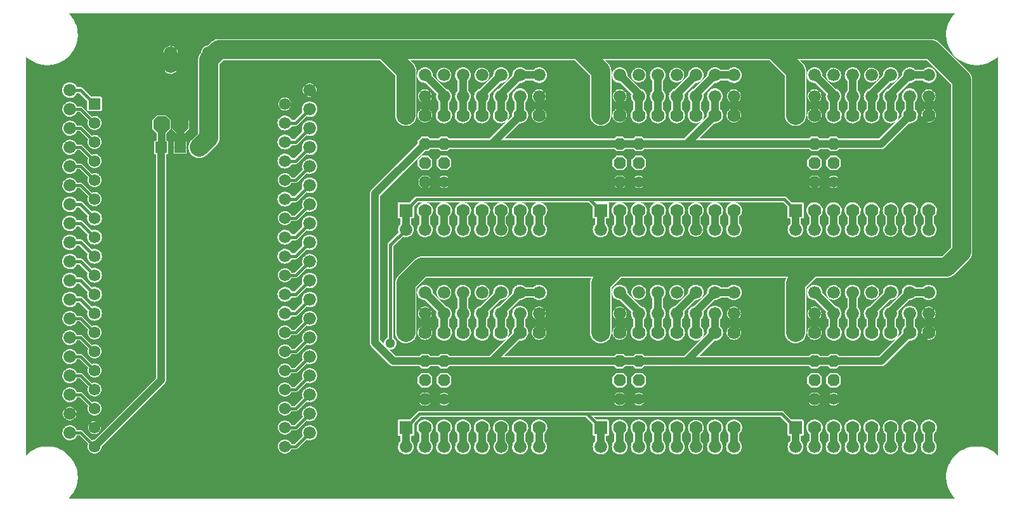
<source format=gbr>
%TF.GenerationSoftware,KiCad,Pcbnew,6.0.4-6f826c9f35~116~ubuntu20.04.1*%
%TF.CreationDate,2022-11-05T12:05:41+01:00*%
%TF.ProjectId,OST,4f53542e-6b69-4636-9164-5f7063625858,rev?*%
%TF.SameCoordinates,Original*%
%TF.FileFunction,Copper,L1,Top*%
%TF.FilePolarity,Positive*%
%FSLAX46Y46*%
G04 Gerber Fmt 4.6, Leading zero omitted, Abs format (unit mm)*
G04 Created by KiCad (PCBNEW 6.0.4-6f826c9f35~116~ubuntu20.04.1) date 2022-11-05 12:05:41*
%MOMM*%
%LPD*%
G01*
G04 APERTURE LIST*
G04 Aperture macros list*
%AMOutline5P*
0 Free polygon, 5 corners , with rotation*
0 The origin of the aperture is its center*
0 number of corners: always 5*
0 $1 to $10 corner X, Y*
0 $11 Rotation angle, in degrees counterclockwise*
0 create outline with 5 corners*
4,1,5,$1,$2,$3,$4,$5,$6,$7,$8,$9,$10,$1,$2,$11*%
%AMOutline6P*
0 Free polygon, 6 corners , with rotation*
0 The origin of the aperture is its center*
0 number of corners: always 6*
0 $1 to $12 corner X, Y*
0 $13 Rotation angle, in degrees counterclockwise*
0 create outline with 6 corners*
4,1,6,$1,$2,$3,$4,$5,$6,$7,$8,$9,$10,$11,$12,$1,$2,$13*%
%AMOutline7P*
0 Free polygon, 7 corners , with rotation*
0 The origin of the aperture is its center*
0 number of corners: always 7*
0 $1 to $14 corner X, Y*
0 $15 Rotation angle, in degrees counterclockwise*
0 create outline with 7 corners*
4,1,7,$1,$2,$3,$4,$5,$6,$7,$8,$9,$10,$11,$12,$13,$14,$1,$2,$15*%
%AMOutline8P*
0 Free polygon, 8 corners , with rotation*
0 The origin of the aperture is its center*
0 number of corners: always 8*
0 $1 to $16 corner X, Y*
0 $17 Rotation angle, in degrees counterclockwise*
0 create outline with 8 corners*
4,1,8,$1,$2,$3,$4,$5,$6,$7,$8,$9,$10,$11,$12,$13,$14,$15,$16,$1,$2,$17*%
G04 Aperture macros list end*
%TA.AperFunction,ComponentPad*%
%ADD10R,1.530000X1.530000*%
%TD*%
%TA.AperFunction,ComponentPad*%
%ADD11R,1.778000X1.778000*%
%TD*%
%TA.AperFunction,ComponentPad*%
%ADD12C,1.778000*%
%TD*%
%TA.AperFunction,ComponentPad*%
%ADD13Outline8P,-1.079500X0.539750X-0.539750X1.079500X0.539750X1.079500X1.079500X0.539750X1.079500X-0.539750X0.539750X-1.079500X-0.539750X-1.079500X-1.079500X-0.539750X0.000000*%
%TD*%
%TA.AperFunction,ComponentPad*%
%ADD14C,1.560000*%
%TD*%
%TA.AperFunction,ComponentPad*%
%ADD15R,1.560000X1.560000*%
%TD*%
%TA.AperFunction,ComponentPad*%
%ADD16O,1.790700X3.581400*%
%TD*%
%TA.AperFunction,ComponentPad*%
%ADD17C,1.676400*%
%TD*%
%TA.AperFunction,ComponentPad*%
%ADD18Outline8P,-0.762000X0.381000X-0.381000X0.762000X0.381000X0.762000X0.762000X0.381000X0.762000X-0.381000X0.381000X-0.762000X-0.381000X-0.762000X-0.762000X-0.381000X90.000000*%
%TD*%
%TA.AperFunction,ComponentPad*%
%ADD19C,1.524000*%
%TD*%
%TA.AperFunction,ViaPad*%
%ADD20C,1.295400*%
%TD*%
%TA.AperFunction,Conductor*%
%ADD21C,0.381000*%
%TD*%
%TA.AperFunction,Conductor*%
%ADD22C,1.000000*%
%TD*%
%TA.AperFunction,Conductor*%
%ADD23C,2.540000*%
%TD*%
G04 APERTURE END LIST*
D10*
%TO.P,T_MCU0,P1*%
%TO.N,VIN*%
X106771100Y-90548600D03*
%TO.P,T_MCU0,P2*%
%TO.N,GND*%
X104231100Y-90548600D03*
%TO.P,T_MCU0,P3*%
%TO.N,5V*%
X101691100Y-90548600D03*
%TD*%
D11*
%TO.P,U1,P$VM*%
%TO.N,VIN*%
X134341100Y-86243600D03*
D12*
%TO.P,U1,P$GND@IO*%
%TO.N,GND*%
X152121100Y-86243600D03*
%TO.P,U1,P$VIO*%
%TO.N,3V3*%
X149581100Y-86243600D03*
%TO.P,U1,P$B2*%
%TO.N,B2*%
X147041100Y-86243600D03*
%TO.P,U1,P$B1*%
%TO.N,B1*%
X144501100Y-86243600D03*
%TO.P,U1,P$A1*%
%TO.N,A1*%
X141961100Y-86243600D03*
%TO.P,U1,P$A2*%
%TO.N,A2*%
X139421100Y-86243600D03*
%TO.P,U1,P$GND@M*%
%TO.N,GND*%
X136881100Y-86243600D03*
%TO.P,U1,P$DIR*%
%TO.N,A_DIR*%
X152121100Y-98943600D03*
%TO.P,U1,P$STEP*%
%TO.N,A_STEP*%
X149581100Y-98943600D03*
%TO.P,U1,P$CLK*%
%TO.N,N$4*%
X147041100Y-98943600D03*
%TO.P,U1,P$RX*%
%TO.N,RX*%
X144501100Y-98943600D03*
%TO.P,U1,P$TX*%
%TO.N,TX*%
X141961100Y-98943600D03*
%TO.P,U1,P$MS2*%
%TO.N,A_MS2*%
X139421100Y-98943600D03*
%TO.P,U1,P$MS1*%
%TO.N,A_MS1*%
X136881100Y-98943600D03*
D11*
%TO.P,U1,P$EN*%
%TO.N,EN*%
X134341100Y-98943600D03*
%TD*%
D13*
%TO.P,PAD16,1*%
%TO.N,GND*%
X104251100Y-87503600D03*
%TD*%
%TO.P,PAD17,1*%
%TO.N,5V*%
X101751100Y-87503600D03*
%TD*%
D14*
%TO.P,MCU0,38*%
%TO.N,N$5*%
X118201100Y-130463600D03*
%TO.P,MCU0,37*%
%TO.N,N$25*%
X118201100Y-127923600D03*
%TO.P,MCU0,36*%
%TO.N,N$26*%
X118201100Y-125383600D03*
%TO.P,MCU0,35*%
%TO.N,N$27*%
X118201100Y-122843600D03*
%TO.P,MCU0,34*%
%TO.N,N$28*%
X118201100Y-120303600D03*
%TO.P,MCU0,33*%
%TO.N,N$29*%
X118201100Y-117763600D03*
%TO.P,MCU0,32*%
%TO.N,N$30*%
X118201100Y-115223600D03*
%TO.P,MCU0,31*%
%TO.N,E_DIR*%
X118201100Y-112683600D03*
%TO.P,MCU0,30*%
%TO.N,E_STEP*%
X118201100Y-110143600D03*
%TO.P,MCU0,29*%
%TO.N,N$33*%
X118201100Y-107603600D03*
%TO.P,MCU0,28*%
%TO.N,C_DIR*%
X118201100Y-105063600D03*
%TO.P,MCU0,27*%
%TO.N,C_STEP*%
X118201100Y-102523600D03*
%TO.P,MCU0,26*%
%TO.N,N$36*%
X118201100Y-99983600D03*
%TO.P,MCU0,25*%
%TO.N,A_DIR*%
X118201100Y-97443600D03*
%TO.P,MCU0,24*%
%TO.N,N$38*%
X118201100Y-94903600D03*
%TO.P,MCU0,23*%
%TO.N,P$444*%
X118201100Y-92363600D03*
%TO.P,MCU0,22*%
%TO.N,A_STEP*%
X118201100Y-89823600D03*
%TO.P,MCU0,21*%
%TO.N,EN*%
X118201100Y-87283600D03*
%TO.P,MCU0,20*%
%TO.N,GND*%
X118201100Y-84743600D03*
%TO.P,MCU0,18*%
X92801100Y-127923600D03*
%TO.P,MCU0,17*%
%TO.N,N$23*%
X92801100Y-125383600D03*
%TO.P,MCU0,16*%
%TO.N,N$22*%
X92801100Y-122843600D03*
%TO.P,MCU0,15*%
%TO.N,N$21*%
X92801100Y-120303600D03*
%TO.P,MCU0,14*%
%TO.N,N$20*%
X92801100Y-117763600D03*
%TO.P,MCU0,13*%
%TO.N,N$19*%
X92801100Y-115223600D03*
%TO.P,MCU0,12*%
%TO.N,F_DIR*%
X92801100Y-112683600D03*
%TO.P,MCU0,11*%
%TO.N,F_STEP*%
X92801100Y-110143600D03*
%TO.P,MCU0,10*%
%TO.N,D_DIR*%
X92801100Y-107603600D03*
%TO.P,MCU0,9*%
%TO.N,D_STEP*%
X92801100Y-105063600D03*
%TO.P,MCU0,8*%
%TO.N,B_DIR*%
X92801100Y-102523600D03*
%TO.P,MCU0,7*%
%TO.N,B_STEP*%
X92801100Y-99983600D03*
%TO.P,MCU0,6*%
%TO.N,N$12*%
X92801100Y-97443600D03*
%TO.P,MCU0,5*%
%TO.N,N$11*%
X92801100Y-94903600D03*
%TO.P,MCU0,4*%
%TO.N,N$10*%
X92801100Y-92363600D03*
%TO.P,MCU0,3*%
%TO.N,N$9*%
X92801100Y-89823600D03*
%TO.P,MCU0,19*%
%TO.N,5V*%
X92801100Y-130463600D03*
%TO.P,MCU0,2*%
%TO.N,N$8*%
X92801100Y-87283600D03*
D15*
%TO.P,MCU0,1*%
%TO.N,3V3*%
X92801100Y-84743600D03*
%TD*%
D16*
%TO.P,X1,2*%
%TO.N,GND*%
X102961100Y-78868600D03*
%TO.P,X1,1*%
%TO.N,VIN*%
X108041100Y-78868600D03*
%TD*%
D17*
%TO.P,U$1,P$19*%
%TO.N,N$5*%
X121501100Y-128613600D03*
%TO.P,U$1,P$18*%
%TO.N,N$25*%
X121501100Y-126073600D03*
%TO.P,U$1,P$17*%
%TO.N,N$26*%
X121501100Y-123533600D03*
%TO.P,U$1,P$16*%
%TO.N,N$27*%
X121501100Y-120993600D03*
%TO.P,U$1,P$15*%
%TO.N,N$28*%
X121501100Y-118453600D03*
%TO.P,U$1,P$14*%
%TO.N,N$29*%
X121501100Y-115913600D03*
%TO.P,U$1,P$13*%
%TO.N,N$30*%
X121501100Y-113373600D03*
%TO.P,U$1,P$12*%
%TO.N,E_DIR*%
X121501100Y-110833600D03*
%TO.P,U$1,P$11*%
%TO.N,E_STEP*%
X121501100Y-108293600D03*
%TO.P,U$1,P$10*%
%TO.N,N$33*%
X121501100Y-105753600D03*
%TO.P,U$1,P$9*%
%TO.N,C_DIR*%
X121501100Y-103213600D03*
%TO.P,U$1,P$8*%
%TO.N,C_STEP*%
X121501100Y-100673600D03*
%TO.P,U$1,P$7*%
%TO.N,N$36*%
X121501100Y-98133600D03*
%TO.P,U$1,P$6*%
%TO.N,A_DIR*%
X121501100Y-95593600D03*
%TO.P,U$1,P$5*%
%TO.N,N$38*%
X121501100Y-93053600D03*
%TO.P,U$1,P$4*%
%TO.N,P$444*%
X121501100Y-90513600D03*
%TO.P,U$1,P$3*%
%TO.N,A_STEP*%
X121501100Y-87973600D03*
%TO.P,U$1,P$2*%
%TO.N,EN*%
X121501100Y-85433600D03*
%TO.P,U$1,P$1*%
%TO.N,GND*%
X121501100Y-82893600D03*
%TD*%
%TO.P,U$2,P$19*%
%TO.N,3V3*%
X89501100Y-82893600D03*
%TO.P,U$2,P$18*%
%TO.N,N$8*%
X89501100Y-85433600D03*
%TO.P,U$2,P$17*%
%TO.N,N$9*%
X89501100Y-87973600D03*
%TO.P,U$2,P$16*%
%TO.N,N$10*%
X89501100Y-90513600D03*
%TO.P,U$2,P$15*%
%TO.N,N$11*%
X89501100Y-93053600D03*
%TO.P,U$2,P$14*%
%TO.N,N$12*%
X89501100Y-95593600D03*
%TO.P,U$2,P$13*%
%TO.N,B_STEP*%
X89501100Y-98133600D03*
%TO.P,U$2,P$12*%
%TO.N,B_DIR*%
X89501100Y-100673600D03*
%TO.P,U$2,P$11*%
%TO.N,D_STEP*%
X89501100Y-103213600D03*
%TO.P,U$2,P$10*%
%TO.N,D_DIR*%
X89501100Y-105753600D03*
%TO.P,U$2,P$9*%
%TO.N,F_STEP*%
X89501100Y-108293600D03*
%TO.P,U$2,P$8*%
%TO.N,F_DIR*%
X89501100Y-110833600D03*
%TO.P,U$2,P$7*%
%TO.N,N$19*%
X89501100Y-113373600D03*
%TO.P,U$2,P$6*%
%TO.N,N$20*%
X89501100Y-115913600D03*
%TO.P,U$2,P$5*%
%TO.N,N$21*%
X89501100Y-118453600D03*
%TO.P,U$2,P$4*%
%TO.N,N$22*%
X89501100Y-120993600D03*
%TO.P,U$2,P$3*%
%TO.N,N$23*%
X89501100Y-123533600D03*
%TO.P,U$2,P$2*%
%TO.N,GND*%
X89501100Y-126073600D03*
%TO.P,U$2,P$1*%
%TO.N,5V*%
X89501100Y-128613600D03*
%TD*%
%TO.P,U$3,P$8*%
%TO.N,GND*%
X152121100Y-83703600D03*
%TO.P,U$3,P$7*%
%TO.N,3V3*%
X149581100Y-83703600D03*
%TO.P,U$3,P$6*%
%TO.N,B2*%
X147041100Y-83703600D03*
%TO.P,U$3,P$5*%
%TO.N,B1*%
X144501100Y-83703600D03*
%TO.P,U$3,P$4*%
%TO.N,A1*%
X141961100Y-83703600D03*
%TO.P,U$3,P$3*%
%TO.N,A2*%
X139421100Y-83703600D03*
%TO.P,U$3,P$2*%
%TO.N,GND*%
X136881100Y-83703600D03*
%TO.P,U$3,P$1*%
%TO.N,VIN*%
X134341100Y-83703600D03*
%TD*%
%TO.P,U$4,P$8*%
%TO.N,EN*%
X134341100Y-101483600D03*
%TO.P,U$4,P$7*%
%TO.N,A_MS1*%
X136881100Y-101483600D03*
%TO.P,U$4,P$6*%
%TO.N,A_MS2*%
X139421100Y-101483600D03*
%TO.P,U$4,P$5*%
%TO.N,TX*%
X141961100Y-101483600D03*
%TO.P,U$4,P$4*%
%TO.N,RX*%
X144501100Y-101483600D03*
%TO.P,U$4,P$3*%
%TO.N,N$4*%
X147041100Y-101483600D03*
%TO.P,U$4,P$2*%
%TO.N,A_STEP*%
X149581100Y-101483600D03*
%TO.P,U$4,P$1*%
%TO.N,A_DIR*%
X152121100Y-101483600D03*
%TD*%
D18*
%TO.P,U$5,6*%
%TO.N,3V3*%
X136881100Y-90053600D03*
%TO.P,U$5,4*%
%TO.N,A_MS1*%
X136881100Y-92593600D03*
%TO.P,U$5,2*%
%TO.N,GND*%
X136881100Y-95133600D03*
%TO.P,U$5,5*%
%TO.N,3V3*%
X139421100Y-90053600D03*
%TO.P,U$5,3*%
%TO.N,A_MS2*%
X139421100Y-92593600D03*
D19*
%TO.P,U$5,1*%
%TO.N,GND*%
X139421100Y-95133600D03*
%TD*%
D17*
%TO.P,U$6,P$7*%
%TO.N,B2*%
X152121100Y-80893600D03*
%TO.P,U$6,P$6*%
X149581100Y-80893600D03*
%TO.P,U$6,P$5*%
%TO.N,B1*%
X147041100Y-80893600D03*
%TO.P,U$6,P$4*%
%TO.N,N/C*%
X144501100Y-80893600D03*
%TO.P,U$6,P$3*%
%TO.N,A1*%
X141961100Y-80893600D03*
%TO.P,U$6,P$2*%
%TO.N,N/C*%
X139421100Y-80893600D03*
%TO.P,U$6,P$1*%
%TO.N,A2*%
X136881100Y-80893600D03*
%TD*%
D11*
%TO.P,U2,P$VM*%
%TO.N,VIN*%
X134341100Y-115243600D03*
D12*
%TO.P,U2,P$GND@IO*%
%TO.N,GND*%
X152121100Y-115243600D03*
%TO.P,U2,P$VIO*%
%TO.N,3V3*%
X149581100Y-115243600D03*
%TO.P,U2,P$B2*%
%TO.N,B6*%
X147041100Y-115243600D03*
%TO.P,U2,P$B1*%
%TO.N,B5*%
X144501100Y-115243600D03*
%TO.P,U2,P$A1*%
%TO.N,A6*%
X141961100Y-115243600D03*
%TO.P,U2,P$A2*%
%TO.N,A5*%
X139421100Y-115243600D03*
%TO.P,U2,P$GND@M*%
%TO.N,GND*%
X136881100Y-115243600D03*
%TO.P,U2,P$DIR*%
%TO.N,B_DIR*%
X152121100Y-127943600D03*
%TO.P,U2,P$STEP*%
%TO.N,B_STEP*%
X149581100Y-127943600D03*
%TO.P,U2,P$CLK*%
%TO.N,N$7*%
X147041100Y-127943600D03*
%TO.P,U2,P$RX*%
%TO.N,RX2*%
X144501100Y-127943600D03*
%TO.P,U2,P$TX*%
%TO.N,TX2*%
X141961100Y-127943600D03*
%TO.P,U2,P$MS2*%
%TO.N,B_MS2*%
X139421100Y-127943600D03*
%TO.P,U2,P$MS1*%
%TO.N,B_MS1*%
X136881100Y-127943600D03*
D11*
%TO.P,U2,P$EN*%
%TO.N,EN*%
X134341100Y-127943600D03*
%TD*%
D17*
%TO.P,U$11,P$8*%
%TO.N,GND*%
X152121100Y-112703600D03*
%TO.P,U$11,P$7*%
%TO.N,3V3*%
X149581100Y-112703600D03*
%TO.P,U$11,P$6*%
%TO.N,B6*%
X147041100Y-112703600D03*
%TO.P,U$11,P$5*%
%TO.N,B5*%
X144501100Y-112703600D03*
%TO.P,U$11,P$4*%
%TO.N,A6*%
X141961100Y-112703600D03*
%TO.P,U$11,P$3*%
%TO.N,A5*%
X139421100Y-112703600D03*
%TO.P,U$11,P$2*%
%TO.N,GND*%
X136881100Y-112703600D03*
%TO.P,U$11,P$1*%
%TO.N,VIN*%
X134341100Y-112703600D03*
%TD*%
%TO.P,U$12,P$8*%
%TO.N,EN*%
X134341100Y-130483600D03*
%TO.P,U$12,P$7*%
%TO.N,B_MS1*%
X136881100Y-130483600D03*
%TO.P,U$12,P$6*%
%TO.N,B_MS2*%
X139421100Y-130483600D03*
%TO.P,U$12,P$5*%
%TO.N,TX2*%
X141961100Y-130483600D03*
%TO.P,U$12,P$4*%
%TO.N,RX2*%
X144501100Y-130483600D03*
%TO.P,U$12,P$3*%
%TO.N,N$7*%
X147041100Y-130483600D03*
%TO.P,U$12,P$2*%
%TO.N,B_STEP*%
X149581100Y-130483600D03*
%TO.P,U$12,P$1*%
%TO.N,B_DIR*%
X152121100Y-130483600D03*
%TD*%
D18*
%TO.P,U$13,6*%
%TO.N,3V3*%
X136881100Y-119053600D03*
%TO.P,U$13,4*%
%TO.N,B_MS1*%
X136881100Y-121593600D03*
%TO.P,U$13,2*%
%TO.N,GND*%
X136881100Y-124133600D03*
%TO.P,U$13,5*%
%TO.N,3V3*%
X139421100Y-119053600D03*
%TO.P,U$13,3*%
%TO.N,B_MS2*%
X139421100Y-121593600D03*
D19*
%TO.P,U$13,1*%
%TO.N,GND*%
X139421100Y-124133600D03*
%TD*%
D17*
%TO.P,U$14,P$7*%
%TO.N,B6*%
X152121100Y-109893600D03*
%TO.P,U$14,P$6*%
X149581100Y-109893600D03*
%TO.P,U$14,P$5*%
%TO.N,B5*%
X147041100Y-109893600D03*
%TO.P,U$14,P$4*%
%TO.N,N/C*%
X144501100Y-109893600D03*
%TO.P,U$14,P$3*%
%TO.N,A6*%
X141961100Y-109893600D03*
%TO.P,U$14,P$2*%
%TO.N,N/C*%
X139421100Y-109893600D03*
%TO.P,U$14,P$1*%
%TO.N,A5*%
X136881100Y-109893600D03*
%TD*%
D11*
%TO.P,U3,P$VM*%
%TO.N,VIN*%
X160341100Y-86243600D03*
D12*
%TO.P,U3,P$GND@IO*%
%TO.N,GND*%
X178121100Y-86243600D03*
%TO.P,U3,P$VIO*%
%TO.N,3V3*%
X175581100Y-86243600D03*
%TO.P,U3,P$B2*%
%TO.N,B8*%
X173041100Y-86243600D03*
%TO.P,U3,P$B1*%
%TO.N,B7*%
X170501100Y-86243600D03*
%TO.P,U3,P$A1*%
%TO.N,A8*%
X167961100Y-86243600D03*
%TO.P,U3,P$A2*%
%TO.N,A7*%
X165421100Y-86243600D03*
%TO.P,U3,P$GND@M*%
%TO.N,GND*%
X162881100Y-86243600D03*
%TO.P,U3,P$DIR*%
%TO.N,C_DIR*%
X178121100Y-98943600D03*
%TO.P,U3,P$STEP*%
%TO.N,C_STEP*%
X175581100Y-98943600D03*
%TO.P,U3,P$CLK*%
%TO.N,N$24*%
X173041100Y-98943600D03*
%TO.P,U3,P$RX*%
%TO.N,RX3*%
X170501100Y-98943600D03*
%TO.P,U3,P$TX*%
%TO.N,TX3*%
X167961100Y-98943600D03*
%TO.P,U3,P$MS2*%
%TO.N,C_MS2*%
X165421100Y-98943600D03*
%TO.P,U3,P$MS1*%
%TO.N,C_MS1*%
X162881100Y-98943600D03*
D11*
%TO.P,U3,P$EN*%
%TO.N,EN*%
X160341100Y-98943600D03*
%TD*%
D17*
%TO.P,U$15,P$8*%
%TO.N,GND*%
X178121100Y-83703600D03*
%TO.P,U$15,P$7*%
%TO.N,3V3*%
X175581100Y-83703600D03*
%TO.P,U$15,P$6*%
%TO.N,B8*%
X173041100Y-83703600D03*
%TO.P,U$15,P$5*%
%TO.N,B7*%
X170501100Y-83703600D03*
%TO.P,U$15,P$4*%
%TO.N,A8*%
X167961100Y-83703600D03*
%TO.P,U$15,P$3*%
%TO.N,A7*%
X165421100Y-83703600D03*
%TO.P,U$15,P$2*%
%TO.N,GND*%
X162881100Y-83703600D03*
%TO.P,U$15,P$1*%
%TO.N,VIN*%
X160341100Y-83703600D03*
%TD*%
%TO.P,U$16,P$8*%
%TO.N,EN*%
X160341100Y-101483600D03*
%TO.P,U$16,P$7*%
%TO.N,C_MS1*%
X162881100Y-101483600D03*
%TO.P,U$16,P$6*%
%TO.N,C_MS2*%
X165421100Y-101483600D03*
%TO.P,U$16,P$5*%
%TO.N,TX3*%
X167961100Y-101483600D03*
%TO.P,U$16,P$4*%
%TO.N,RX3*%
X170501100Y-101483600D03*
%TO.P,U$16,P$3*%
%TO.N,N$24*%
X173041100Y-101483600D03*
%TO.P,U$16,P$2*%
%TO.N,C_STEP*%
X175581100Y-101483600D03*
%TO.P,U$16,P$1*%
%TO.N,C_DIR*%
X178121100Y-101483600D03*
%TD*%
D18*
%TO.P,U$17,6*%
%TO.N,3V3*%
X162881100Y-90053600D03*
%TO.P,U$17,4*%
%TO.N,C_MS1*%
X162881100Y-92593600D03*
%TO.P,U$17,2*%
%TO.N,GND*%
X162881100Y-95133600D03*
%TO.P,U$17,5*%
%TO.N,3V3*%
X165421100Y-90053600D03*
%TO.P,U$17,3*%
%TO.N,C_MS2*%
X165421100Y-92593600D03*
D19*
%TO.P,U$17,1*%
%TO.N,GND*%
X165421100Y-95133600D03*
%TD*%
D17*
%TO.P,U$18,P$7*%
%TO.N,B8*%
X178121100Y-80893600D03*
%TO.P,U$18,P$6*%
X175581100Y-80893600D03*
%TO.P,U$18,P$5*%
%TO.N,B7*%
X173041100Y-80893600D03*
%TO.P,U$18,P$4*%
%TO.N,N/C*%
X170501100Y-80893600D03*
%TO.P,U$18,P$3*%
%TO.N,A8*%
X167961100Y-80893600D03*
%TO.P,U$18,P$2*%
%TO.N,N/C*%
X165421100Y-80893600D03*
%TO.P,U$18,P$1*%
%TO.N,A7*%
X162881100Y-80893600D03*
%TD*%
D11*
%TO.P,U5,P$VM*%
%TO.N,VIN*%
X186341100Y-86243600D03*
D12*
%TO.P,U5,P$GND@IO*%
%TO.N,GND*%
X204121100Y-86243600D03*
%TO.P,U5,P$VIO*%
%TO.N,3V3*%
X201581100Y-86243600D03*
%TO.P,U5,P$B2*%
%TO.N,B12*%
X199041100Y-86243600D03*
%TO.P,U5,P$B1*%
%TO.N,B11*%
X196501100Y-86243600D03*
%TO.P,U5,P$A1*%
%TO.N,A12*%
X193961100Y-86243600D03*
%TO.P,U5,P$A2*%
%TO.N,A11*%
X191421100Y-86243600D03*
%TO.P,U5,P$GND@M*%
%TO.N,GND*%
X188881100Y-86243600D03*
%TO.P,U5,P$DIR*%
%TO.N,E_DIR*%
X204121100Y-98943600D03*
%TO.P,U5,P$STEP*%
%TO.N,E_STEP*%
X201581100Y-98943600D03*
%TO.P,U5,P$CLK*%
%TO.N,N$43*%
X199041100Y-98943600D03*
%TO.P,U5,P$RX*%
%TO.N,RX5*%
X196501100Y-98943600D03*
%TO.P,U5,P$TX*%
%TO.N,TX5*%
X193961100Y-98943600D03*
%TO.P,U5,P$MS2*%
%TO.N,E_MS2*%
X191421100Y-98943600D03*
%TO.P,U5,P$MS1*%
%TO.N,E_MS1*%
X188881100Y-98943600D03*
D11*
%TO.P,U5,P$EN*%
%TO.N,EN*%
X186341100Y-98943600D03*
%TD*%
D17*
%TO.P,U$23,P$8*%
%TO.N,GND*%
X204121100Y-83703600D03*
%TO.P,U$23,P$7*%
%TO.N,3V3*%
X201581100Y-83703600D03*
%TO.P,U$23,P$6*%
%TO.N,B12*%
X199041100Y-83703600D03*
%TO.P,U$23,P$5*%
%TO.N,B11*%
X196501100Y-83703600D03*
%TO.P,U$23,P$4*%
%TO.N,A12*%
X193961100Y-83703600D03*
%TO.P,U$23,P$3*%
%TO.N,A11*%
X191421100Y-83703600D03*
%TO.P,U$23,P$2*%
%TO.N,GND*%
X188881100Y-83703600D03*
%TO.P,U$23,P$1*%
%TO.N,VIN*%
X186341100Y-83703600D03*
%TD*%
%TO.P,U$24,P$8*%
%TO.N,EN*%
X186341100Y-101483600D03*
%TO.P,U$24,P$7*%
%TO.N,E_MS1*%
X188881100Y-101483600D03*
%TO.P,U$24,P$6*%
%TO.N,E_MS2*%
X191421100Y-101483600D03*
%TO.P,U$24,P$5*%
%TO.N,TX5*%
X193961100Y-101483600D03*
%TO.P,U$24,P$4*%
%TO.N,RX5*%
X196501100Y-101483600D03*
%TO.P,U$24,P$3*%
%TO.N,N$43*%
X199041100Y-101483600D03*
%TO.P,U$24,P$2*%
%TO.N,E_STEP*%
X201581100Y-101483600D03*
%TO.P,U$24,P$1*%
%TO.N,E_DIR*%
X204121100Y-101483600D03*
%TD*%
D18*
%TO.P,U$25,6*%
%TO.N,3V3*%
X188881100Y-90053600D03*
%TO.P,U$25,4*%
%TO.N,E_MS1*%
X188881100Y-92593600D03*
%TO.P,U$25,2*%
%TO.N,GND*%
X188881100Y-95133600D03*
%TO.P,U$25,5*%
%TO.N,3V3*%
X191421100Y-90053600D03*
%TO.P,U$25,3*%
%TO.N,E_MS2*%
X191421100Y-92593600D03*
D19*
%TO.P,U$25,1*%
%TO.N,GND*%
X191421100Y-95133600D03*
%TD*%
D17*
%TO.P,U$26,P$7*%
%TO.N,B12*%
X204121100Y-80893600D03*
%TO.P,U$26,P$6*%
X201581100Y-80893600D03*
%TO.P,U$26,P$5*%
%TO.N,B11*%
X199041100Y-80893600D03*
%TO.P,U$26,P$4*%
%TO.N,N/C*%
X196501100Y-80893600D03*
%TO.P,U$26,P$3*%
%TO.N,A12*%
X193961100Y-80893600D03*
%TO.P,U$26,P$2*%
%TO.N,N/C*%
X191421100Y-80893600D03*
%TO.P,U$26,P$1*%
%TO.N,A11*%
X188881100Y-80893600D03*
%TD*%
D11*
%TO.P,U4,P$VM*%
%TO.N,VIN*%
X160341100Y-115243600D03*
D12*
%TO.P,U4,P$GND@IO*%
%TO.N,GND*%
X178121100Y-115243600D03*
%TO.P,U4,P$VIO*%
%TO.N,3V3*%
X175581100Y-115243600D03*
%TO.P,U4,P$B2*%
%TO.N,B16*%
X173041100Y-115243600D03*
%TO.P,U4,P$B1*%
%TO.N,B15*%
X170501100Y-115243600D03*
%TO.P,U4,P$A1*%
%TO.N,A16*%
X167961100Y-115243600D03*
%TO.P,U4,P$A2*%
%TO.N,A15*%
X165421100Y-115243600D03*
%TO.P,U4,P$GND@M*%
%TO.N,GND*%
X162881100Y-115243600D03*
%TO.P,U4,P$DIR*%
%TO.N,D_DIR*%
X178121100Y-127943600D03*
%TO.P,U4,P$STEP*%
%TO.N,D_STEP*%
X175581100Y-127943600D03*
%TO.P,U4,P$CLK*%
%TO.N,N$45*%
X173041100Y-127943600D03*
%TO.P,U4,P$RX*%
%TO.N,RX7*%
X170501100Y-127943600D03*
%TO.P,U4,P$TX*%
%TO.N,TX7*%
X167961100Y-127943600D03*
%TO.P,U4,P$MS2*%
%TO.N,D_MS2*%
X165421100Y-127943600D03*
%TO.P,U4,P$MS1*%
%TO.N,D_MS1*%
X162881100Y-127943600D03*
D11*
%TO.P,U4,P$EN*%
%TO.N,EN*%
X160341100Y-127943600D03*
%TD*%
D17*
%TO.P,U$31,P$8*%
%TO.N,GND*%
X178121100Y-112703600D03*
%TO.P,U$31,P$7*%
%TO.N,3V3*%
X175581100Y-112703600D03*
%TO.P,U$31,P$6*%
%TO.N,B16*%
X173041100Y-112703600D03*
%TO.P,U$31,P$5*%
%TO.N,B15*%
X170501100Y-112703600D03*
%TO.P,U$31,P$4*%
%TO.N,A16*%
X167961100Y-112703600D03*
%TO.P,U$31,P$3*%
%TO.N,A15*%
X165421100Y-112703600D03*
%TO.P,U$31,P$2*%
%TO.N,GND*%
X162881100Y-112703600D03*
%TO.P,U$31,P$1*%
%TO.N,VIN*%
X160341100Y-112703600D03*
%TD*%
%TO.P,U$32,P$8*%
%TO.N,EN*%
X160341100Y-130483600D03*
%TO.P,U$32,P$7*%
%TO.N,D_MS1*%
X162881100Y-130483600D03*
%TO.P,U$32,P$6*%
%TO.N,D_MS2*%
X165421100Y-130483600D03*
%TO.P,U$32,P$5*%
%TO.N,TX7*%
X167961100Y-130483600D03*
%TO.P,U$32,P$4*%
%TO.N,RX7*%
X170501100Y-130483600D03*
%TO.P,U$32,P$3*%
%TO.N,N$45*%
X173041100Y-130483600D03*
%TO.P,U$32,P$2*%
%TO.N,D_STEP*%
X175581100Y-130483600D03*
%TO.P,U$32,P$1*%
%TO.N,D_DIR*%
X178121100Y-130483600D03*
%TD*%
D18*
%TO.P,U$33,6*%
%TO.N,3V3*%
X162881100Y-119053600D03*
%TO.P,U$33,4*%
%TO.N,D_MS1*%
X162881100Y-121593600D03*
%TO.P,U$33,2*%
%TO.N,GND*%
X162881100Y-124133600D03*
%TO.P,U$33,5*%
%TO.N,3V3*%
X165421100Y-119053600D03*
%TO.P,U$33,3*%
%TO.N,D_MS2*%
X165421100Y-121593600D03*
D19*
%TO.P,U$33,1*%
%TO.N,GND*%
X165421100Y-124133600D03*
%TD*%
D17*
%TO.P,U$34,P$7*%
%TO.N,B16*%
X178121100Y-109893600D03*
%TO.P,U$34,P$6*%
X175581100Y-109893600D03*
%TO.P,U$34,P$5*%
%TO.N,B15*%
X173041100Y-109893600D03*
%TO.P,U$34,P$4*%
%TO.N,N/C*%
X170501100Y-109893600D03*
%TO.P,U$34,P$3*%
%TO.N,A16*%
X167961100Y-109893600D03*
%TO.P,U$34,P$2*%
%TO.N,N/C*%
X165421100Y-109893600D03*
%TO.P,U$34,P$1*%
%TO.N,A15*%
X162881100Y-109893600D03*
%TD*%
D11*
%TO.P,U6,P$VM*%
%TO.N,VIN*%
X186341100Y-115243600D03*
D12*
%TO.P,U6,P$GND@IO*%
%TO.N,GND*%
X204121100Y-115243600D03*
%TO.P,U6,P$VIO*%
%TO.N,3V3*%
X201581100Y-115243600D03*
%TO.P,U6,P$B2*%
%TO.N,B20*%
X199041100Y-115243600D03*
%TO.P,U6,P$B1*%
%TO.N,B19*%
X196501100Y-115243600D03*
%TO.P,U6,P$A1*%
%TO.N,A20*%
X193961100Y-115243600D03*
%TO.P,U6,P$A2*%
%TO.N,A19*%
X191421100Y-115243600D03*
%TO.P,U6,P$GND@M*%
%TO.N,GND*%
X188881100Y-115243600D03*
%TO.P,U6,P$DIR*%
%TO.N,F_DIR*%
X204121100Y-127943600D03*
%TO.P,U6,P$STEP*%
%TO.N,F_STEP*%
X201581100Y-127943600D03*
%TO.P,U6,P$CLK*%
%TO.N,N$47*%
X199041100Y-127943600D03*
%TO.P,U6,P$RX*%
%TO.N,RX9*%
X196501100Y-127943600D03*
%TO.P,U6,P$TX*%
%TO.N,TX9*%
X193961100Y-127943600D03*
%TO.P,U6,P$MS2*%
%TO.N,F_MS2*%
X191421100Y-127943600D03*
%TO.P,U6,P$MS1*%
%TO.N,F_MS1*%
X188881100Y-127943600D03*
D11*
%TO.P,U6,P$EN*%
%TO.N,EN*%
X186341100Y-127943600D03*
%TD*%
D17*
%TO.P,U$39,P$8*%
%TO.N,GND*%
X204121100Y-112703600D03*
%TO.P,U$39,P$7*%
%TO.N,3V3*%
X201581100Y-112703600D03*
%TO.P,U$39,P$6*%
%TO.N,B20*%
X199041100Y-112703600D03*
%TO.P,U$39,P$5*%
%TO.N,B19*%
X196501100Y-112703600D03*
%TO.P,U$39,P$4*%
%TO.N,A20*%
X193961100Y-112703600D03*
%TO.P,U$39,P$3*%
%TO.N,A19*%
X191421100Y-112703600D03*
%TO.P,U$39,P$2*%
%TO.N,GND*%
X188881100Y-112703600D03*
%TO.P,U$39,P$1*%
%TO.N,VIN*%
X186341100Y-112703600D03*
%TD*%
%TO.P,U$40,P$8*%
%TO.N,EN*%
X186341100Y-130483600D03*
%TO.P,U$40,P$7*%
%TO.N,F_MS1*%
X188881100Y-130483600D03*
%TO.P,U$40,P$6*%
%TO.N,F_MS2*%
X191421100Y-130483600D03*
%TO.P,U$40,P$5*%
%TO.N,TX9*%
X193961100Y-130483600D03*
%TO.P,U$40,P$4*%
%TO.N,RX9*%
X196501100Y-130483600D03*
%TO.P,U$40,P$3*%
%TO.N,N$47*%
X199041100Y-130483600D03*
%TO.P,U$40,P$2*%
%TO.N,F_STEP*%
X201581100Y-130483600D03*
%TO.P,U$40,P$1*%
%TO.N,F_DIR*%
X204121100Y-130483600D03*
%TD*%
D18*
%TO.P,U$41,6*%
%TO.N,3V3*%
X188881100Y-119053600D03*
%TO.P,U$41,4*%
%TO.N,F_MS1*%
X188881100Y-121593600D03*
%TO.P,U$41,2*%
%TO.N,GND*%
X188881100Y-124133600D03*
%TO.P,U$41,5*%
%TO.N,3V3*%
X191421100Y-119053600D03*
%TO.P,U$41,3*%
%TO.N,F_MS2*%
X191421100Y-121593600D03*
D19*
%TO.P,U$41,1*%
%TO.N,GND*%
X191421100Y-124133600D03*
%TD*%
D17*
%TO.P,U$42,P$7*%
%TO.N,B20*%
X204121100Y-109893600D03*
%TO.P,U$42,P$6*%
X201581100Y-109893600D03*
%TO.P,U$42,P$5*%
%TO.N,B19*%
X199041100Y-109893600D03*
%TO.P,U$42,P$4*%
%TO.N,N/C*%
X196501100Y-109893600D03*
%TO.P,U$42,P$3*%
%TO.N,A20*%
X193961100Y-109893600D03*
%TO.P,U$42,P$2*%
%TO.N,N/C*%
X191421100Y-109893600D03*
%TO.P,U$42,P$1*%
%TO.N,A19*%
X188881100Y-109893600D03*
%TD*%
D20*
%TO.N,EN*%
X132269100Y-116675600D03*
%TD*%
D21*
%TO.N,P$444*%
X119651100Y-92363600D02*
X121501100Y-90513600D01*
X118201100Y-92363600D02*
X119651100Y-92363600D01*
D22*
%TO.N,F_MS2*%
X191421100Y-127943600D02*
X191421100Y-130483600D01*
%TO.N,F_MS1*%
X188881100Y-127943600D02*
X188881100Y-130483600D01*
D21*
%TO.N,E_DIR*%
X119651100Y-112683600D02*
X121501100Y-110833600D01*
X118201100Y-112683600D02*
X119651100Y-112683600D01*
D22*
X204121100Y-98943600D02*
X204121100Y-101483600D01*
D21*
%TO.N,E_STEP*%
X119651100Y-110143600D02*
X121501100Y-108293600D01*
X118201100Y-110143600D02*
X119651100Y-110143600D01*
D22*
X201581100Y-98943600D02*
X201581100Y-101483600D01*
%TO.N,E_MS2*%
X191421100Y-98943600D02*
X191421100Y-101483600D01*
%TO.N,E_MS1*%
X188881100Y-98943600D02*
X188881100Y-101483600D01*
D21*
%TO.N,C_DIR*%
X119651100Y-105063600D02*
X121501100Y-103213600D01*
X118201100Y-105063600D02*
X119651100Y-105063600D01*
D22*
X178121100Y-98943600D02*
X178121100Y-101483600D01*
D21*
%TO.N,C_STEP*%
X119651100Y-102523600D02*
X121501100Y-100673600D01*
X118201100Y-102523600D02*
X119651100Y-102523600D01*
D22*
X175581100Y-98943600D02*
X175581100Y-101483600D01*
%TO.N,C_MS2*%
X165421100Y-98943600D02*
X165421100Y-101483600D01*
%TO.N,C_MS1*%
X162881100Y-98943600D02*
X162881100Y-101483600D01*
D21*
%TO.N,D_DIR*%
X90951100Y-105753600D02*
X92801100Y-107603600D01*
X89501100Y-105753600D02*
X90951100Y-105753600D01*
D22*
X178121100Y-127943600D02*
X178121100Y-130483600D01*
D21*
%TO.N,D_STEP*%
X90951100Y-103213600D02*
X92801100Y-105063600D01*
X89501100Y-103213600D02*
X90951100Y-103213600D01*
D22*
X175581100Y-127943600D02*
X175581100Y-130483600D01*
%TO.N,D_MS2*%
X165421100Y-127943600D02*
X165421100Y-130483600D01*
%TO.N,D_MS1*%
X162881100Y-127943600D02*
X162881100Y-130483600D01*
D21*
%TO.N,B_DIR*%
X90951100Y-100673600D02*
X92801100Y-102523600D01*
X89501100Y-100673600D02*
X90951100Y-100673600D01*
D22*
X152121100Y-127943600D02*
X152121100Y-130483600D01*
D21*
%TO.N,B_STEP*%
X90951100Y-98133600D02*
X92801100Y-99983600D01*
X89501100Y-98133600D02*
X90951100Y-98133600D01*
D22*
X149581100Y-127943600D02*
X149581100Y-130483600D01*
%TO.N,B_MS2*%
X139421100Y-127943600D02*
X139421100Y-130483600D01*
%TO.N,B_MS1*%
X136881100Y-127943600D02*
X136881100Y-130483600D01*
D21*
%TO.N,A_DIR*%
X119651100Y-97443600D02*
X121501100Y-95593600D01*
X118201100Y-97443600D02*
X119651100Y-97443600D01*
D22*
X152121100Y-98943600D02*
X152121100Y-101483600D01*
D21*
%TO.N,A_STEP*%
X119651100Y-89823600D02*
X121501100Y-87973600D01*
X118201100Y-89823600D02*
X119651100Y-89823600D01*
D22*
X149581100Y-98943600D02*
X149581100Y-101483600D01*
%TO.N,A_MS2*%
X139421100Y-98943600D02*
X139421100Y-101483600D01*
%TO.N,A_MS1*%
X136881100Y-98943600D02*
X136881100Y-101483600D01*
%TO.N,N$47*%
X199041100Y-127943600D02*
X199041100Y-130483600D01*
%TO.N,B20*%
X201581100Y-109893600D02*
X204121100Y-109893600D01*
X199041100Y-112433600D02*
X201581100Y-109893600D01*
X199041100Y-112703600D02*
X199041100Y-112433600D01*
X199041100Y-115243600D02*
X199041100Y-112703600D01*
%TO.N,B19*%
X196501100Y-112433600D02*
X199041100Y-109893600D01*
X196501100Y-112703600D02*
X196501100Y-112433600D01*
X196501100Y-115243600D02*
X196501100Y-112703600D01*
%TO.N,A20*%
X193961100Y-112703600D02*
X193961100Y-109893600D01*
X193961100Y-115243600D02*
X193961100Y-112703600D01*
%TO.N,A19*%
X191421100Y-112703600D02*
X191421100Y-115243600D01*
X191421100Y-112433600D02*
X191421100Y-112703600D01*
X188881100Y-109893600D02*
X191421100Y-112433600D01*
%TO.N,RX9*%
X196501100Y-127943600D02*
X196501100Y-130483600D01*
%TO.N,TX9*%
X193961100Y-127943600D02*
X193961100Y-130483600D01*
%TO.N,N$45*%
X173041100Y-127943600D02*
X173041100Y-130483600D01*
%TO.N,B16*%
X175581100Y-109893600D02*
X178121100Y-109893600D01*
X173041100Y-112433600D02*
X175581100Y-109893600D01*
X173041100Y-112703600D02*
X173041100Y-112433600D01*
X173041100Y-115243600D02*
X173041100Y-112703600D01*
%TO.N,B15*%
X170501100Y-112433600D02*
X173041100Y-109893600D01*
X170501100Y-112703600D02*
X170501100Y-112433600D01*
X170501100Y-115243600D02*
X170501100Y-112703600D01*
%TO.N,A16*%
X167961100Y-112703600D02*
X167961100Y-109893600D01*
X167961100Y-115243600D02*
X167961100Y-112703600D01*
%TO.N,A15*%
X165421100Y-112703600D02*
X165421100Y-115243600D01*
X165421100Y-112433600D02*
X165421100Y-112703600D01*
X162881100Y-109893600D02*
X165421100Y-112433600D01*
%TO.N,RX7*%
X170501100Y-127943600D02*
X170501100Y-130483600D01*
%TO.N,TX7*%
X167961100Y-127943600D02*
X167961100Y-130483600D01*
%TO.N,N$43*%
X199041100Y-98943600D02*
X199041100Y-101483600D01*
%TO.N,B12*%
X201581100Y-80893600D02*
X204121100Y-80893600D01*
X199041100Y-83433600D02*
X201581100Y-80893600D01*
X199041100Y-83703600D02*
X199041100Y-83433600D01*
X199041100Y-86243600D02*
X199041100Y-83703600D01*
%TO.N,B11*%
X196501100Y-83433600D02*
X199041100Y-80893600D01*
X196501100Y-83703600D02*
X196501100Y-83433600D01*
X196501100Y-86243600D02*
X196501100Y-83703600D01*
%TO.N,A12*%
X193961100Y-83703600D02*
X193961100Y-80893600D01*
X193961100Y-86243600D02*
X193961100Y-83703600D01*
%TO.N,A11*%
X191421100Y-83703600D02*
X191421100Y-86243600D01*
X191421100Y-83433600D02*
X191421100Y-83703600D01*
X188881100Y-80893600D02*
X191421100Y-83433600D01*
%TO.N,RX5*%
X196501100Y-98943600D02*
X196501100Y-101483600D01*
%TO.N,TX5*%
X193961100Y-98943600D02*
X193961100Y-101483600D01*
%TO.N,N$24*%
X173041100Y-98943600D02*
X173041100Y-101483600D01*
%TO.N,B8*%
X175581100Y-80893600D02*
X178121100Y-80893600D01*
X173041100Y-83433600D02*
X175581100Y-80893600D01*
X173041100Y-83703600D02*
X173041100Y-83433600D01*
X173041100Y-86243600D02*
X173041100Y-83703600D01*
%TO.N,B7*%
X170501100Y-83433600D02*
X173041100Y-80893600D01*
X170501100Y-83703600D02*
X170501100Y-83433600D01*
X170501100Y-86243600D02*
X170501100Y-83703600D01*
%TO.N,A8*%
X167961100Y-83703600D02*
X167961100Y-80893600D01*
X167961100Y-86243600D02*
X167961100Y-83703600D01*
%TO.N,A7*%
X165421100Y-83703600D02*
X165421100Y-86243600D01*
X165421100Y-83433600D02*
X165421100Y-83703600D01*
X162881100Y-80893600D02*
X165421100Y-83433600D01*
%TO.N,RX3*%
X170501100Y-98943600D02*
X170501100Y-101483600D01*
%TO.N,TX3*%
X167961100Y-98943600D02*
X167961100Y-101483600D01*
%TO.N,N$7*%
X147041100Y-127943600D02*
X147041100Y-130483600D01*
%TO.N,B6*%
X149581100Y-109893600D02*
X152121100Y-109893600D01*
X147041100Y-112433600D02*
X149581100Y-109893600D01*
X147041100Y-112703600D02*
X147041100Y-112433600D01*
X147041100Y-115243600D02*
X147041100Y-112703600D01*
%TO.N,B5*%
X144501100Y-112433600D02*
X147041100Y-109893600D01*
X144501100Y-112703600D02*
X144501100Y-112433600D01*
X144501100Y-115243600D02*
X144501100Y-112703600D01*
%TO.N,A6*%
X141961100Y-112703600D02*
X141961100Y-109893600D01*
X141961100Y-115243600D02*
X141961100Y-112703600D01*
%TO.N,A5*%
X139421100Y-112703600D02*
X139421100Y-115243600D01*
X139421100Y-112433600D02*
X139421100Y-112703600D01*
X136881100Y-109893600D02*
X139421100Y-112433600D01*
%TO.N,RX2*%
X144501100Y-127943600D02*
X144501100Y-130483600D01*
%TO.N,TX2*%
X141961100Y-127943600D02*
X141961100Y-130483600D01*
%TO.N,N$4*%
X147041100Y-98943600D02*
X147041100Y-101483600D01*
D21*
%TO.N,N$38*%
X119651100Y-94903600D02*
X121501100Y-93053600D01*
X118201100Y-94903600D02*
X119651100Y-94903600D01*
%TO.N,N$36*%
X119651100Y-99983600D02*
X121501100Y-98133600D01*
X118201100Y-99983600D02*
X119651100Y-99983600D01*
%TO.N,N$33*%
X119651100Y-107603600D02*
X121501100Y-105753600D01*
X118201100Y-107603600D02*
X119651100Y-107603600D01*
%TO.N,N$30*%
X119651100Y-115223600D02*
X121501100Y-113373600D01*
X118201100Y-115223600D02*
X119651100Y-115223600D01*
%TO.N,N$29*%
X119651100Y-117763600D02*
X121501100Y-115913600D01*
X118201100Y-117763600D02*
X119651100Y-117763600D01*
%TO.N,N$28*%
X119651100Y-120303600D02*
X121501100Y-118453600D01*
X118201100Y-120303600D02*
X119651100Y-120303600D01*
%TO.N,N$27*%
X119651100Y-122843600D02*
X121501100Y-120993600D01*
X118201100Y-122843600D02*
X119651100Y-122843600D01*
%TO.N,N$26*%
X119651100Y-125383600D02*
X121501100Y-123533600D01*
X118201100Y-125383600D02*
X119651100Y-125383600D01*
%TO.N,N$25*%
X119651100Y-127923600D02*
X121501100Y-126073600D01*
X118201100Y-127923600D02*
X119651100Y-127923600D01*
%TO.N,N$23*%
X90951100Y-123533600D02*
X92801100Y-125383600D01*
X89501100Y-123533600D02*
X90951100Y-123533600D01*
%TO.N,N$22*%
X90951100Y-120993600D02*
X92801100Y-122843600D01*
X89501100Y-120993600D02*
X90951100Y-120993600D01*
%TO.N,N$21*%
X90951100Y-118453600D02*
X92801100Y-120303600D01*
X89501100Y-118453600D02*
X90951100Y-118453600D01*
%TO.N,N$20*%
X90951100Y-115913600D02*
X92801100Y-117763600D01*
X89501100Y-115913600D02*
X90951100Y-115913600D01*
%TO.N,N$19*%
X90951100Y-113373600D02*
X92801100Y-115223600D01*
X89501100Y-113373600D02*
X90951100Y-113373600D01*
%TO.N,N$12*%
X90951100Y-95593600D02*
X92801100Y-97443600D01*
X89501100Y-95593600D02*
X90951100Y-95593600D01*
%TO.N,N$11*%
X90951100Y-93053600D02*
X92801100Y-94903600D01*
X89501100Y-93053600D02*
X90951100Y-93053600D01*
%TO.N,N$10*%
X90951100Y-90513600D02*
X92801100Y-92363600D01*
X89501100Y-90513600D02*
X90951100Y-90513600D01*
%TO.N,N$9*%
X90951100Y-87973600D02*
X92801100Y-89823600D01*
X89501100Y-87973600D02*
X90951100Y-87973600D01*
%TO.N,N$8*%
X90951100Y-85433600D02*
X92801100Y-87283600D01*
X89501100Y-85433600D02*
X90951100Y-85433600D01*
D22*
%TO.N,5V*%
X101691100Y-121573600D02*
X92801100Y-130463600D01*
X101691100Y-90548600D02*
X101691100Y-121573600D01*
X101751100Y-90488600D02*
X101691100Y-90548600D01*
X101751100Y-87503600D02*
X101751100Y-90488600D01*
D21*
X90951100Y-128613600D02*
X92801100Y-130463600D01*
X89501100Y-128613600D02*
X90951100Y-128613600D01*
%TO.N,N$5*%
X119651100Y-130463600D02*
X121501100Y-128613600D01*
X118201100Y-130463600D02*
X119651100Y-130463600D01*
D22*
%TO.N,B2*%
X149581100Y-80893600D02*
X152121100Y-80893600D01*
X147041100Y-83433600D02*
X149581100Y-80893600D01*
X147041100Y-83703600D02*
X147041100Y-83433600D01*
X147041100Y-86243600D02*
X147041100Y-83703600D01*
%TO.N,B1*%
X144501100Y-83433600D02*
X147041100Y-80893600D01*
X144501100Y-83703600D02*
X144501100Y-83433600D01*
X144501100Y-86243600D02*
X144501100Y-83703600D01*
%TO.N,A1*%
X141961100Y-83703600D02*
X141961100Y-80893600D01*
X141961100Y-86243600D02*
X141961100Y-83703600D01*
%TO.N,A2*%
X139421100Y-83703600D02*
X139421100Y-86243600D01*
X139421100Y-83433600D02*
X139421100Y-83703600D01*
X136881100Y-80893600D02*
X139421100Y-83433600D01*
%TO.N,3V3*%
X130237100Y-96697600D02*
X130237100Y-116581007D01*
X132709693Y-119053600D02*
X136881100Y-119053600D01*
X130237100Y-116581007D02*
X132709693Y-119053600D01*
X136881100Y-90053600D02*
X130237100Y-96697600D01*
X171771100Y-119053600D02*
X188881100Y-119053600D01*
X145771100Y-119053600D02*
X162881100Y-119053600D01*
X171771100Y-90053600D02*
X188881100Y-90053600D01*
X145771100Y-90053600D02*
X162881100Y-90053600D01*
X197771100Y-119053600D02*
X201581100Y-115243600D01*
X191421100Y-119053600D02*
X197771100Y-119053600D01*
X188881100Y-119053600D02*
X191421100Y-119053600D01*
X201581100Y-112703600D02*
X201581100Y-115243600D01*
X175581100Y-115243600D02*
X171771100Y-119053600D01*
X165421100Y-119053600D02*
X171771100Y-119053600D01*
X162881100Y-119053600D02*
X165421100Y-119053600D01*
X175581100Y-112703600D02*
X175581100Y-115243600D01*
X197771100Y-90053600D02*
X201581100Y-86243600D01*
X191421100Y-90053600D02*
X197771100Y-90053600D01*
X188881100Y-90053600D02*
X191421100Y-90053600D01*
X201581100Y-83703600D02*
X201581100Y-86243600D01*
X171771100Y-90053600D02*
X175581100Y-86243600D01*
X165421100Y-90053600D02*
X171771100Y-90053600D01*
X162881100Y-90053600D02*
X165421100Y-90053600D01*
X175581100Y-83703600D02*
X175581100Y-86243600D01*
X149581100Y-115243600D02*
X145771100Y-119053600D01*
X139421100Y-119053600D02*
X145771100Y-119053600D01*
X136881100Y-119053600D02*
X139421100Y-119053600D01*
X149581100Y-112703600D02*
X149581100Y-115243600D01*
X149581100Y-86243600D02*
X145771100Y-90053600D01*
X139421100Y-90053600D02*
X145771100Y-90053600D01*
X136881100Y-90053600D02*
X139421100Y-90053600D01*
X149581100Y-83703600D02*
X149581100Y-86243600D01*
D21*
X90951100Y-82893600D02*
X92801100Y-84743600D01*
X89501100Y-82893600D02*
X90951100Y-82893600D01*
%TO.N,F_DIR*%
X90951100Y-110833600D02*
X92801100Y-112683600D01*
X89501100Y-110833600D02*
X90951100Y-110833600D01*
D22*
X204121100Y-127943600D02*
X204121100Y-130483600D01*
D21*
%TO.N,F_STEP*%
X90951100Y-108293600D02*
X92801100Y-110143600D01*
X89501100Y-108293600D02*
X90951100Y-108293600D01*
D22*
X201581100Y-127943600D02*
X201581100Y-130483600D01*
%TO.N,RX*%
X144501100Y-98943600D02*
X144501100Y-101483600D01*
%TO.N,TX*%
X141961100Y-98943600D02*
X141961100Y-101483600D01*
D21*
%TO.N,EN*%
X134341100Y-101483600D02*
X132269100Y-103555600D01*
X132269100Y-103555600D02*
X132269100Y-116675600D01*
X134341100Y-127943600D02*
X136181100Y-126103600D01*
X134341100Y-98943600D02*
X135816100Y-97468600D01*
X184501100Y-126103600D02*
X186341100Y-127943600D01*
X158501100Y-126103600D02*
X184501100Y-126103600D01*
X158501100Y-126103600D02*
X160341100Y-127943600D01*
X136181100Y-126103600D02*
X158501100Y-126103600D01*
X184866100Y-97468600D02*
X186341100Y-98943600D01*
X158866100Y-97468600D02*
X184866100Y-97468600D01*
X158866100Y-97468600D02*
X160341100Y-98943600D01*
X135816100Y-97468600D02*
X158866100Y-97468600D01*
X119651100Y-87283600D02*
X121501100Y-85433600D01*
X118201100Y-87283600D02*
X119651100Y-87283600D01*
D22*
X186341100Y-127943600D02*
X186341100Y-130483600D01*
X160341100Y-127943600D02*
X160341100Y-130483600D01*
X186341100Y-98943600D02*
X186341100Y-101483600D01*
X160341100Y-98943600D02*
X160341100Y-101483600D01*
X134341100Y-127943600D02*
X134341100Y-130483600D01*
X134341100Y-98943600D02*
X134341100Y-101483600D01*
D23*
%TO.N,VIN*%
X134341100Y-80343600D02*
X131501100Y-77503600D01*
X134341100Y-83703600D02*
X134341100Y-80343600D01*
X160341100Y-80343600D02*
X157501100Y-77503600D01*
X160341100Y-83703600D02*
X160341100Y-80343600D01*
X186341100Y-80343600D02*
X183501100Y-77503600D01*
X186341100Y-83703600D02*
X186341100Y-80343600D01*
X186341100Y-108663600D02*
X188501100Y-106503600D01*
X186341100Y-112703600D02*
X186341100Y-108663600D01*
X160341100Y-108663600D02*
X162501100Y-106503600D01*
X160341100Y-112703600D02*
X160341100Y-108663600D01*
X162501100Y-106503600D02*
X136501100Y-106503600D01*
X188501100Y-106503600D02*
X162501100Y-106503600D01*
X206501100Y-106503600D02*
X188501100Y-106503600D01*
X208501100Y-104503600D02*
X206501100Y-106503600D01*
X183501100Y-77503600D02*
X204501100Y-77503600D01*
X157501100Y-77503600D02*
X183501100Y-77503600D01*
X131501100Y-77503600D02*
X157501100Y-77503600D01*
X109406100Y-77503600D02*
X131501100Y-77503600D01*
X134341100Y-108663600D02*
X134341100Y-112703600D01*
X136501100Y-106503600D02*
X134341100Y-108663600D01*
X208501100Y-81503600D02*
X208501100Y-104503600D01*
X204501100Y-77503600D02*
X208501100Y-81503600D01*
X108041100Y-78868600D02*
X109406100Y-77503600D01*
X186341100Y-112703600D02*
X186341100Y-115243600D01*
X160341100Y-112703600D02*
X160341100Y-115243600D01*
X186341100Y-83703600D02*
X186341100Y-86243600D01*
X160341100Y-83703600D02*
X160341100Y-86243600D01*
X134341100Y-112703600D02*
X134341100Y-115243600D01*
X134341100Y-83703600D02*
X134341100Y-86243600D01*
X108041100Y-89278600D02*
X106771100Y-90548600D01*
X108041100Y-78868600D02*
X108041100Y-89278600D01*
D22*
%TO.N,GND*%
X133885100Y-124133600D02*
X136881100Y-124133600D01*
X127697100Y-117945600D02*
X133885100Y-124133600D01*
X127697100Y-89089600D02*
X127697100Y-117945600D01*
X121501100Y-82893600D02*
X127697100Y-89089600D01*
X162881100Y-124133600D02*
X139421100Y-124133600D01*
X188881100Y-124133600D02*
X165421100Y-124133600D01*
X195231100Y-124133600D02*
X204121100Y-115243600D01*
X191421100Y-124133600D02*
X195231100Y-124133600D01*
X97979100Y-122745600D02*
X97979100Y-83850600D01*
X97979100Y-83850600D02*
X102961100Y-78868600D01*
X92801100Y-127923600D02*
X97979100Y-122745600D01*
X195231100Y-95133600D02*
X191421100Y-95133600D01*
X204121100Y-86243600D02*
X195231100Y-95133600D01*
X165421100Y-95133600D02*
X188881100Y-95133600D01*
X139421100Y-95133600D02*
X162881100Y-95133600D01*
X188881100Y-112703600D02*
X188881100Y-115243600D01*
X162881100Y-112703600D02*
X162881100Y-115243600D01*
X188881100Y-83703600D02*
X188881100Y-86243600D01*
X162881100Y-83703600D02*
X162881100Y-86243600D01*
X136881100Y-112703600D02*
X136881100Y-115243600D01*
X136881100Y-83703600D02*
X136881100Y-86243600D01*
X188881100Y-124133600D02*
X191421100Y-124133600D01*
X204121100Y-112703600D02*
X204121100Y-115243600D01*
X162881100Y-124133600D02*
X165421100Y-124133600D01*
X178121100Y-112703600D02*
X178121100Y-115243600D01*
X188881100Y-95133600D02*
X191421100Y-95133600D01*
X204121100Y-83703600D02*
X204121100Y-86243600D01*
X162881100Y-95133600D02*
X165421100Y-95133600D01*
X178121100Y-83703600D02*
X178121100Y-86243600D01*
X136881100Y-124133600D02*
X139421100Y-124133600D01*
X152121100Y-112703600D02*
X152121100Y-115243600D01*
X136881100Y-95133600D02*
X139421100Y-95133600D01*
X152121100Y-83703600D02*
X152121100Y-86243600D01*
X104251100Y-80158600D02*
X104251100Y-87503600D01*
X102961100Y-78868600D02*
X104251100Y-80158600D01*
X104251100Y-90528600D02*
X104231100Y-90548600D01*
X104251100Y-87503600D02*
X104251100Y-90528600D01*
D21*
X119651100Y-84743600D02*
X121501100Y-82893600D01*
X118201100Y-84743600D02*
X119651100Y-84743600D01*
X90951100Y-126073600D02*
X92801100Y-127923600D01*
X89501100Y-126073600D02*
X90951100Y-126073600D01*
%TD*%
%TA.AperFunction,Conductor*%
%TO.N,GND*%
G36*
X207628133Y-72634527D02*
G01*
X207631560Y-72642800D01*
X207628133Y-72651073D01*
X207387895Y-72891311D01*
X206981573Y-73471600D01*
X206890184Y-73667584D01*
X206707246Y-74059896D01*
X206682189Y-74113630D01*
X206682056Y-74114126D01*
X206682055Y-74114129D01*
X206508788Y-74760772D01*
X206498841Y-74797894D01*
X206498797Y-74798398D01*
X206498796Y-74798403D01*
X206464134Y-75194596D01*
X206437100Y-75503600D01*
X206437145Y-75504114D01*
X206498683Y-76207499D01*
X206498841Y-76209306D01*
X206498972Y-76209796D01*
X206498973Y-76209800D01*
X206682055Y-76893071D01*
X206682189Y-76893570D01*
X206682404Y-76894030D01*
X206682405Y-76894034D01*
X206759116Y-77058541D01*
X206981573Y-77535600D01*
X206981868Y-77536021D01*
X206981869Y-77536023D01*
X207081053Y-77677673D01*
X207387895Y-78115889D01*
X207888811Y-78616805D01*
X208302253Y-78906300D01*
X208359627Y-78946473D01*
X208469100Y-79023127D01*
X208757725Y-79157715D01*
X209110666Y-79322295D01*
X209110670Y-79322296D01*
X209111130Y-79322511D01*
X209111626Y-79322644D01*
X209111629Y-79322645D01*
X209794900Y-79505727D01*
X209794904Y-79505728D01*
X209795394Y-79505859D01*
X209795898Y-79505903D01*
X209795903Y-79505904D01*
X210500586Y-79567555D01*
X210501100Y-79567600D01*
X210501614Y-79567555D01*
X211206297Y-79505904D01*
X211206302Y-79505903D01*
X211206806Y-79505859D01*
X211207296Y-79505728D01*
X211207300Y-79505727D01*
X211890571Y-79322645D01*
X211890574Y-79322644D01*
X211891070Y-79322511D01*
X211891530Y-79322296D01*
X211891534Y-79322295D01*
X212244475Y-79157715D01*
X212533100Y-79023127D01*
X212642574Y-78946473D01*
X212699947Y-78906300D01*
X213113389Y-78616805D01*
X213353627Y-78376567D01*
X213361900Y-78373140D01*
X213370173Y-78376567D01*
X213373600Y-78384840D01*
X213373600Y-131622360D01*
X213370173Y-131630633D01*
X213361900Y-131634060D01*
X213353627Y-131630633D01*
X213113389Y-131390395D01*
X212679518Y-131086596D01*
X212533523Y-130984369D01*
X212533521Y-130984368D01*
X212533100Y-130984073D01*
X212153463Y-130807045D01*
X211891534Y-130684905D01*
X211891530Y-130684904D01*
X211891070Y-130684689D01*
X211890574Y-130684556D01*
X211890571Y-130684555D01*
X211207300Y-130501473D01*
X211207296Y-130501472D01*
X211206806Y-130501341D01*
X211206302Y-130501297D01*
X211206297Y-130501296D01*
X210501614Y-130439645D01*
X210501100Y-130439600D01*
X210500586Y-130439645D01*
X209795903Y-130501296D01*
X209795898Y-130501297D01*
X209795394Y-130501341D01*
X209794904Y-130501472D01*
X209794900Y-130501473D01*
X209111629Y-130684555D01*
X209111626Y-130684556D01*
X209111130Y-130684689D01*
X209110670Y-130684904D01*
X209110666Y-130684905D01*
X208848737Y-130807045D01*
X208469100Y-130984073D01*
X208468679Y-130984368D01*
X208468677Y-130984369D01*
X208322682Y-131086596D01*
X207888811Y-131390395D01*
X207387895Y-131891311D01*
X206981573Y-132471600D01*
X206890184Y-132667584D01*
X206707246Y-133059896D01*
X206682189Y-133113630D01*
X206682056Y-133114126D01*
X206682055Y-133114129D01*
X206508788Y-133760772D01*
X206498841Y-133797894D01*
X206498797Y-133798398D01*
X206498796Y-133798403D01*
X206464134Y-134194596D01*
X206437100Y-134503600D01*
X206437145Y-134504114D01*
X206497984Y-135199509D01*
X206498841Y-135209306D01*
X206498972Y-135209796D01*
X206498973Y-135209800D01*
X206682055Y-135893071D01*
X206682189Y-135893570D01*
X206682404Y-135894030D01*
X206682405Y-135894034D01*
X206759553Y-136059477D01*
X206981573Y-136535600D01*
X207387895Y-137115889D01*
X207628133Y-137356127D01*
X207631560Y-137364400D01*
X207628133Y-137372673D01*
X207619860Y-137376100D01*
X89382340Y-137376100D01*
X89374067Y-137372673D01*
X89370640Y-137364400D01*
X89374067Y-137356127D01*
X89614305Y-137115889D01*
X90020627Y-136535600D01*
X90242647Y-136059477D01*
X90319795Y-135894034D01*
X90319796Y-135894030D01*
X90320011Y-135893570D01*
X90320145Y-135893071D01*
X90503227Y-135209800D01*
X90503228Y-135209796D01*
X90503359Y-135209306D01*
X90504217Y-135199509D01*
X90565055Y-134504114D01*
X90565100Y-134503600D01*
X90538066Y-134194596D01*
X90503404Y-133798403D01*
X90503403Y-133798398D01*
X90503359Y-133797894D01*
X90493413Y-133760772D01*
X90320145Y-133114129D01*
X90320144Y-133114126D01*
X90320011Y-133113630D01*
X90294955Y-133059896D01*
X90112016Y-132667584D01*
X90020627Y-132471600D01*
X89614305Y-131891311D01*
X89113389Y-131390395D01*
X88679518Y-131086596D01*
X88533523Y-130984369D01*
X88533521Y-130984368D01*
X88533100Y-130984073D01*
X88153463Y-130807045D01*
X87891534Y-130684905D01*
X87891530Y-130684904D01*
X87891070Y-130684689D01*
X87890574Y-130684556D01*
X87890571Y-130684555D01*
X87207300Y-130501473D01*
X87207296Y-130501472D01*
X87206806Y-130501341D01*
X87206302Y-130501297D01*
X87206297Y-130501296D01*
X86501614Y-130439645D01*
X86501100Y-130439600D01*
X86500586Y-130439645D01*
X85795903Y-130501296D01*
X85795898Y-130501297D01*
X85795394Y-130501341D01*
X85794904Y-130501472D01*
X85794900Y-130501473D01*
X85111629Y-130684555D01*
X85111626Y-130684556D01*
X85111130Y-130684689D01*
X85110670Y-130684904D01*
X85110666Y-130684905D01*
X84848737Y-130807045D01*
X84469100Y-130984073D01*
X84468679Y-130984368D01*
X84468677Y-130984369D01*
X84322682Y-131086596D01*
X83888811Y-131390395D01*
X83648573Y-131630633D01*
X83640300Y-131634060D01*
X83632027Y-131630633D01*
X83628600Y-131622360D01*
X83628600Y-128599695D01*
X88505301Y-128599695D01*
X88505349Y-128600267D01*
X88520750Y-128783667D01*
X88521565Y-128793378D01*
X88575139Y-128980214D01*
X88663983Y-129153085D01*
X88784712Y-129305407D01*
X88932729Y-129431379D01*
X89102394Y-129526202D01*
X89287246Y-129586264D01*
X89480244Y-129609278D01*
X89480804Y-129609235D01*
X89480806Y-129609235D01*
X89673466Y-129594410D01*
X89673467Y-129594410D01*
X89674036Y-129594366D01*
X89861240Y-129542098D01*
X89892359Y-129526379D01*
X90034215Y-129454722D01*
X90034728Y-129454463D01*
X90063915Y-129431660D01*
X90082603Y-129417058D01*
X90187889Y-129334800D01*
X90314891Y-129187667D01*
X90394233Y-129048000D01*
X90410613Y-129019166D01*
X90410615Y-129019162D01*
X90410896Y-129018667D01*
X90428747Y-128965006D01*
X90434609Y-128958238D01*
X90439848Y-128957000D01*
X90804013Y-128957000D01*
X90812286Y-128960427D01*
X91936579Y-130084720D01*
X91940006Y-130092993D01*
X91939433Y-130096609D01*
X91931768Y-130120200D01*
X91883559Y-130268571D01*
X91863061Y-130463600D01*
X91883559Y-130658629D01*
X91944159Y-130845135D01*
X92042211Y-131014965D01*
X92173429Y-131160699D01*
X92332080Y-131275966D01*
X92511230Y-131355728D01*
X92565249Y-131367210D01*
X92702444Y-131396372D01*
X92702448Y-131396372D01*
X92703048Y-131396500D01*
X92899152Y-131396500D01*
X92899752Y-131396372D01*
X92899756Y-131396372D01*
X93036951Y-131367210D01*
X93090970Y-131355728D01*
X93270120Y-131275966D01*
X93428771Y-131160699D01*
X93559989Y-131014965D01*
X93658041Y-130845135D01*
X93718641Y-130658629D01*
X93739139Y-130463600D01*
X117263061Y-130463600D01*
X117283559Y-130658629D01*
X117344159Y-130845135D01*
X117442211Y-131014965D01*
X117573429Y-131160699D01*
X117732080Y-131275966D01*
X117911230Y-131355728D01*
X117965249Y-131367210D01*
X118102444Y-131396372D01*
X118102448Y-131396372D01*
X118103048Y-131396500D01*
X118299152Y-131396500D01*
X118299752Y-131396372D01*
X118299756Y-131396372D01*
X118436951Y-131367210D01*
X118490970Y-131355728D01*
X118670120Y-131275966D01*
X118828771Y-131160699D01*
X118959989Y-131014965D01*
X119058041Y-130845135D01*
X119067805Y-130815085D01*
X119073620Y-130808275D01*
X119078932Y-130807000D01*
X119635609Y-130807000D01*
X119636630Y-130807045D01*
X119681491Y-130810970D01*
X119682483Y-130810704D01*
X119682485Y-130810704D01*
X119725002Y-130799312D01*
X119725998Y-130799091D01*
X119769353Y-130791446D01*
X119769354Y-130791446D01*
X119770361Y-130791268D01*
X119772184Y-130790215D01*
X119782315Y-130784367D01*
X119785136Y-130783199D01*
X119797477Y-130779892D01*
X119798466Y-130779627D01*
X119799303Y-130779041D01*
X119799305Y-130779040D01*
X119835376Y-130753783D01*
X119836237Y-130753235D01*
X119874351Y-130731229D01*
X119875238Y-130730717D01*
X119904193Y-130696210D01*
X119904883Y-130695458D01*
X121078012Y-129522329D01*
X121086285Y-129518902D01*
X121091993Y-129520389D01*
X121102394Y-129526202D01*
X121287246Y-129586264D01*
X121480244Y-129609278D01*
X121480804Y-129609235D01*
X121480806Y-129609235D01*
X121673466Y-129594410D01*
X121673467Y-129594410D01*
X121674036Y-129594366D01*
X121861240Y-129542098D01*
X121892359Y-129526379D01*
X122034215Y-129454722D01*
X122034728Y-129454463D01*
X122063915Y-129431660D01*
X122082603Y-129417058D01*
X122187889Y-129334800D01*
X122314891Y-129187667D01*
X122394233Y-129048000D01*
X122410613Y-129019166D01*
X122410615Y-129019162D01*
X122410896Y-129018667D01*
X122423872Y-128979662D01*
X122466118Y-128852664D01*
X133248400Y-128852664D01*
X133248513Y-128853231D01*
X133248513Y-128853233D01*
X133249138Y-128856372D01*
X133260219Y-128912080D01*
X133305240Y-128979460D01*
X133307136Y-128980727D01*
X133363919Y-129018667D01*
X133372620Y-129024481D01*
X133373749Y-129024706D01*
X133373750Y-129024706D01*
X133431467Y-129036187D01*
X133431469Y-129036187D01*
X133432036Y-129036300D01*
X133625700Y-129036300D01*
X133633973Y-129039727D01*
X133637400Y-129048000D01*
X133637400Y-129706823D01*
X133633973Y-129715096D01*
X133633033Y-129715939D01*
X133608594Y-129735589D01*
X133608234Y-129736018D01*
X133608229Y-129736023D01*
X133477620Y-129891678D01*
X133477255Y-129892113D01*
X133476982Y-129892609D01*
X133476981Y-129892611D01*
X133461640Y-129920517D01*
X133378820Y-130071166D01*
X133378649Y-130071706D01*
X133378647Y-130071710D01*
X133365830Y-130112115D01*
X133317037Y-130265929D01*
X133316974Y-130266494D01*
X133316973Y-130266497D01*
X133297557Y-130439600D01*
X133294261Y-130468982D01*
X133294309Y-130469554D01*
X133296975Y-130501296D01*
X133311359Y-130672593D01*
X133367679Y-130869005D01*
X133412627Y-130956465D01*
X133447097Y-131023536D01*
X133461076Y-131050737D01*
X133587994Y-131210866D01*
X133743597Y-131343295D01*
X133921958Y-131442978D01*
X134116285Y-131506118D01*
X134319175Y-131530311D01*
X134319735Y-131530268D01*
X134319737Y-131530268D01*
X134522329Y-131514680D01*
X134522330Y-131514680D01*
X134522899Y-131514636D01*
X134702945Y-131464366D01*
X134719145Y-131459843D01*
X134719700Y-131459688D01*
X134726479Y-131456264D01*
X134901566Y-131367821D01*
X134902079Y-131367562D01*
X135063091Y-131241765D01*
X135196602Y-131087091D01*
X135254956Y-130984369D01*
X135297245Y-130909928D01*
X135297247Y-130909924D01*
X135297528Y-130909429D01*
X135304616Y-130888124D01*
X135361845Y-130716087D01*
X135361846Y-130716084D01*
X135362024Y-130715548D01*
X135387633Y-130512832D01*
X135387649Y-130511735D01*
X135388036Y-130483932D01*
X135388041Y-130483600D01*
X135368102Y-130280248D01*
X135366984Y-130276542D01*
X135335149Y-130171103D01*
X135309045Y-130084642D01*
X135308773Y-130084130D01*
X135213389Y-129904739D01*
X135213387Y-129904736D01*
X135213119Y-129904232D01*
X135202881Y-129891678D01*
X135084338Y-129746330D01*
X135084337Y-129746329D01*
X135083979Y-129745890D01*
X135049042Y-129716987D01*
X135044852Y-129709073D01*
X135044800Y-129707972D01*
X135044800Y-129048000D01*
X135048227Y-129039727D01*
X135056500Y-129036300D01*
X135250164Y-129036300D01*
X135250731Y-129036187D01*
X135250733Y-129036187D01*
X135308450Y-129024706D01*
X135308451Y-129024706D01*
X135309580Y-129024481D01*
X135318282Y-129018667D01*
X135375064Y-128980727D01*
X135376960Y-128979460D01*
X135421981Y-128912080D01*
X135433063Y-128856372D01*
X135433687Y-128853233D01*
X135433687Y-128853231D01*
X135433800Y-128852664D01*
X135433800Y-127914874D01*
X135784095Y-127914874D01*
X135797230Y-128115268D01*
X135846663Y-128309913D01*
X135930740Y-128492290D01*
X135931049Y-128492727D01*
X136035891Y-128641075D01*
X136046645Y-128656292D01*
X136172610Y-128779000D01*
X136173864Y-128780222D01*
X136177400Y-128788603D01*
X136177400Y-129706823D01*
X136173973Y-129715096D01*
X136173033Y-129715939D01*
X136148594Y-129735589D01*
X136148234Y-129736018D01*
X136148229Y-129736023D01*
X136017620Y-129891678D01*
X136017255Y-129892113D01*
X136016982Y-129892609D01*
X136016981Y-129892611D01*
X136001640Y-129920517D01*
X135918820Y-130071166D01*
X135918649Y-130071706D01*
X135918647Y-130071710D01*
X135905830Y-130112115D01*
X135857037Y-130265929D01*
X135856974Y-130266494D01*
X135856973Y-130266497D01*
X135837557Y-130439600D01*
X135834261Y-130468982D01*
X135834309Y-130469554D01*
X135836975Y-130501296D01*
X135851359Y-130672593D01*
X135907679Y-130869005D01*
X135952627Y-130956465D01*
X135987097Y-131023536D01*
X136001076Y-131050737D01*
X136127994Y-131210866D01*
X136283597Y-131343295D01*
X136461958Y-131442978D01*
X136656285Y-131506118D01*
X136859175Y-131530311D01*
X136859735Y-131530268D01*
X136859737Y-131530268D01*
X137062329Y-131514680D01*
X137062330Y-131514680D01*
X137062899Y-131514636D01*
X137242945Y-131464366D01*
X137259145Y-131459843D01*
X137259700Y-131459688D01*
X137266479Y-131456264D01*
X137441566Y-131367821D01*
X137442079Y-131367562D01*
X137603091Y-131241765D01*
X137736602Y-131087091D01*
X137794956Y-130984369D01*
X137837245Y-130909928D01*
X137837247Y-130909924D01*
X137837528Y-130909429D01*
X137844616Y-130888124D01*
X137901845Y-130716087D01*
X137901846Y-130716084D01*
X137902024Y-130715548D01*
X137927633Y-130512832D01*
X137927649Y-130511735D01*
X137928036Y-130483932D01*
X137928041Y-130483600D01*
X137908102Y-130280248D01*
X137906984Y-130276542D01*
X137875149Y-130171103D01*
X137849045Y-130084642D01*
X137848773Y-130084130D01*
X137753389Y-129904739D01*
X137753387Y-129904736D01*
X137753119Y-129904232D01*
X137742881Y-129891678D01*
X137624338Y-129746330D01*
X137624337Y-129746329D01*
X137623979Y-129745890D01*
X137589042Y-129716987D01*
X137584852Y-129709073D01*
X137584800Y-129707972D01*
X137584800Y-128785155D01*
X137588227Y-128776882D01*
X137589019Y-128776159D01*
X137656655Y-128719908D01*
X137656656Y-128719907D01*
X137657066Y-128719566D01*
X137657407Y-128719156D01*
X137657411Y-128719152D01*
X137785133Y-128565580D01*
X137785480Y-128565163D01*
X137789767Y-128557509D01*
X137812945Y-128516121D01*
X137883607Y-128389945D01*
X137948160Y-128199779D01*
X137949588Y-128189934D01*
X137976927Y-128001376D01*
X137976977Y-128001032D01*
X137978481Y-127943600D01*
X137975841Y-127914874D01*
X138324095Y-127914874D01*
X138337230Y-128115268D01*
X138386663Y-128309913D01*
X138470740Y-128492290D01*
X138471049Y-128492727D01*
X138575891Y-128641075D01*
X138586645Y-128656292D01*
X138712610Y-128779000D01*
X138713864Y-128780222D01*
X138717400Y-128788603D01*
X138717400Y-129706823D01*
X138713973Y-129715096D01*
X138713033Y-129715939D01*
X138688594Y-129735589D01*
X138688234Y-129736018D01*
X138688229Y-129736023D01*
X138557620Y-129891678D01*
X138557255Y-129892113D01*
X138556982Y-129892609D01*
X138556981Y-129892611D01*
X138541640Y-129920517D01*
X138458820Y-130071166D01*
X138458649Y-130071706D01*
X138458647Y-130071710D01*
X138445830Y-130112115D01*
X138397037Y-130265929D01*
X138396974Y-130266494D01*
X138396973Y-130266497D01*
X138377557Y-130439600D01*
X138374261Y-130468982D01*
X138374309Y-130469554D01*
X138376975Y-130501296D01*
X138391359Y-130672593D01*
X138447679Y-130869005D01*
X138492627Y-130956465D01*
X138527097Y-131023536D01*
X138541076Y-131050737D01*
X138667994Y-131210866D01*
X138823597Y-131343295D01*
X139001958Y-131442978D01*
X139196285Y-131506118D01*
X139399175Y-131530311D01*
X139399735Y-131530268D01*
X139399737Y-131530268D01*
X139602329Y-131514680D01*
X139602330Y-131514680D01*
X139602899Y-131514636D01*
X139782945Y-131464366D01*
X139799145Y-131459843D01*
X139799700Y-131459688D01*
X139806479Y-131456264D01*
X139981566Y-131367821D01*
X139982079Y-131367562D01*
X140143091Y-131241765D01*
X140276602Y-131087091D01*
X140334956Y-130984369D01*
X140377245Y-130909928D01*
X140377247Y-130909924D01*
X140377528Y-130909429D01*
X140384616Y-130888124D01*
X140441845Y-130716087D01*
X140441846Y-130716084D01*
X140442024Y-130715548D01*
X140467633Y-130512832D01*
X140467649Y-130511735D01*
X140468036Y-130483932D01*
X140468041Y-130483600D01*
X140448102Y-130280248D01*
X140446984Y-130276542D01*
X140415149Y-130171103D01*
X140389045Y-130084642D01*
X140388773Y-130084130D01*
X140293389Y-129904739D01*
X140293387Y-129904736D01*
X140293119Y-129904232D01*
X140282881Y-129891678D01*
X140164338Y-129746330D01*
X140164337Y-129746329D01*
X140163979Y-129745890D01*
X140129042Y-129716987D01*
X140124852Y-129709073D01*
X140124800Y-129707972D01*
X140124800Y-128785155D01*
X140128227Y-128776882D01*
X140129019Y-128776159D01*
X140196655Y-128719908D01*
X140196656Y-128719907D01*
X140197066Y-128719566D01*
X140197407Y-128719156D01*
X140197411Y-128719152D01*
X140325133Y-128565580D01*
X140325480Y-128565163D01*
X140329767Y-128557509D01*
X140352945Y-128516121D01*
X140423607Y-128389945D01*
X140488160Y-128199779D01*
X140489588Y-128189934D01*
X140516927Y-128001376D01*
X140516977Y-128001032D01*
X140518481Y-127943600D01*
X140515841Y-127914874D01*
X140864095Y-127914874D01*
X140877230Y-128115268D01*
X140926663Y-128309913D01*
X141010740Y-128492290D01*
X141011049Y-128492727D01*
X141115891Y-128641075D01*
X141126645Y-128656292D01*
X141252610Y-128779000D01*
X141253864Y-128780222D01*
X141257400Y-128788603D01*
X141257400Y-129706823D01*
X141253973Y-129715096D01*
X141253033Y-129715939D01*
X141228594Y-129735589D01*
X141228234Y-129736018D01*
X141228229Y-129736023D01*
X141097620Y-129891678D01*
X141097255Y-129892113D01*
X141096982Y-129892609D01*
X141096981Y-129892611D01*
X141081640Y-129920517D01*
X140998820Y-130071166D01*
X140998649Y-130071706D01*
X140998647Y-130071710D01*
X140985830Y-130112115D01*
X140937037Y-130265929D01*
X140936974Y-130266494D01*
X140936973Y-130266497D01*
X140917557Y-130439600D01*
X140914261Y-130468982D01*
X140914309Y-130469554D01*
X140916975Y-130501296D01*
X140931359Y-130672593D01*
X140987679Y-130869005D01*
X141032627Y-130956465D01*
X141067097Y-131023536D01*
X141081076Y-131050737D01*
X141207994Y-131210866D01*
X141363597Y-131343295D01*
X141541958Y-131442978D01*
X141736285Y-131506118D01*
X141939175Y-131530311D01*
X141939735Y-131530268D01*
X141939737Y-131530268D01*
X142142329Y-131514680D01*
X142142330Y-131514680D01*
X142142899Y-131514636D01*
X142322945Y-131464366D01*
X142339145Y-131459843D01*
X142339700Y-131459688D01*
X142346479Y-131456264D01*
X142521566Y-131367821D01*
X142522079Y-131367562D01*
X142683091Y-131241765D01*
X142816602Y-131087091D01*
X142874956Y-130984369D01*
X142917245Y-130909928D01*
X142917247Y-130909924D01*
X142917528Y-130909429D01*
X142924616Y-130888124D01*
X142981845Y-130716087D01*
X142981846Y-130716084D01*
X142982024Y-130715548D01*
X143007633Y-130512832D01*
X143007649Y-130511735D01*
X143008036Y-130483932D01*
X143008041Y-130483600D01*
X142988102Y-130280248D01*
X142986984Y-130276542D01*
X142955149Y-130171103D01*
X142929045Y-130084642D01*
X142928773Y-130084130D01*
X142833389Y-129904739D01*
X142833387Y-129904736D01*
X142833119Y-129904232D01*
X142822881Y-129891678D01*
X142704338Y-129746330D01*
X142704337Y-129746329D01*
X142703979Y-129745890D01*
X142669042Y-129716987D01*
X142664852Y-129709073D01*
X142664800Y-129707972D01*
X142664800Y-128785155D01*
X142668227Y-128776882D01*
X142669019Y-128776159D01*
X142736655Y-128719908D01*
X142736656Y-128719907D01*
X142737066Y-128719566D01*
X142737407Y-128719156D01*
X142737411Y-128719152D01*
X142865133Y-128565580D01*
X142865480Y-128565163D01*
X142869767Y-128557509D01*
X142892945Y-128516121D01*
X142963607Y-128389945D01*
X143028160Y-128199779D01*
X143029588Y-128189934D01*
X143056927Y-128001376D01*
X143056977Y-128001032D01*
X143058481Y-127943600D01*
X143055841Y-127914874D01*
X143404095Y-127914874D01*
X143417230Y-128115268D01*
X143466663Y-128309913D01*
X143550740Y-128492290D01*
X143551049Y-128492727D01*
X143655891Y-128641075D01*
X143666645Y-128656292D01*
X143792610Y-128779000D01*
X143793864Y-128780222D01*
X143797400Y-128788603D01*
X143797400Y-129706823D01*
X143793973Y-129715096D01*
X143793033Y-129715939D01*
X143768594Y-129735589D01*
X143768234Y-129736018D01*
X143768229Y-129736023D01*
X143637620Y-129891678D01*
X143637255Y-129892113D01*
X143636982Y-129892609D01*
X143636981Y-129892611D01*
X143621640Y-129920517D01*
X143538820Y-130071166D01*
X143538649Y-130071706D01*
X143538647Y-130071710D01*
X143525830Y-130112115D01*
X143477037Y-130265929D01*
X143476974Y-130266494D01*
X143476973Y-130266497D01*
X143457557Y-130439600D01*
X143454261Y-130468982D01*
X143454309Y-130469554D01*
X143456975Y-130501296D01*
X143471359Y-130672593D01*
X143527679Y-130869005D01*
X143572627Y-130956465D01*
X143607097Y-131023536D01*
X143621076Y-131050737D01*
X143747994Y-131210866D01*
X143903597Y-131343295D01*
X144081958Y-131442978D01*
X144276285Y-131506118D01*
X144479175Y-131530311D01*
X144479735Y-131530268D01*
X144479737Y-131530268D01*
X144682329Y-131514680D01*
X144682330Y-131514680D01*
X144682899Y-131514636D01*
X144862945Y-131464366D01*
X144879145Y-131459843D01*
X144879700Y-131459688D01*
X144886479Y-131456264D01*
X145061566Y-131367821D01*
X145062079Y-131367562D01*
X145223091Y-131241765D01*
X145356602Y-131087091D01*
X145414956Y-130984369D01*
X145457245Y-130909928D01*
X145457247Y-130909924D01*
X145457528Y-130909429D01*
X145464616Y-130888124D01*
X145521845Y-130716087D01*
X145521846Y-130716084D01*
X145522024Y-130715548D01*
X145547633Y-130512832D01*
X145547649Y-130511735D01*
X145548036Y-130483932D01*
X145548041Y-130483600D01*
X145528102Y-130280248D01*
X145526984Y-130276542D01*
X145495149Y-130171103D01*
X145469045Y-130084642D01*
X145468773Y-130084130D01*
X145373389Y-129904739D01*
X145373387Y-129904736D01*
X145373119Y-129904232D01*
X145362881Y-129891678D01*
X145244338Y-129746330D01*
X145244337Y-129746329D01*
X145243979Y-129745890D01*
X145209042Y-129716987D01*
X145204852Y-129709073D01*
X145204800Y-129707972D01*
X145204800Y-128785155D01*
X145208227Y-128776882D01*
X145209019Y-128776159D01*
X145276655Y-128719908D01*
X145276656Y-128719907D01*
X145277066Y-128719566D01*
X145277407Y-128719156D01*
X145277411Y-128719152D01*
X145405133Y-128565580D01*
X145405480Y-128565163D01*
X145409767Y-128557509D01*
X145432945Y-128516121D01*
X145503607Y-128389945D01*
X145568160Y-128199779D01*
X145569588Y-128189934D01*
X145596927Y-128001376D01*
X145596977Y-128001032D01*
X145598481Y-127943600D01*
X145597138Y-127928982D01*
X145994261Y-127928982D01*
X145994309Y-127929554D01*
X145995489Y-127943600D01*
X146011359Y-128132593D01*
X146067679Y-128329005D01*
X146094592Y-128381373D01*
X146155658Y-128500194D01*
X146161076Y-128510737D01*
X146287994Y-128670866D01*
X146288431Y-128671238D01*
X146288432Y-128671239D01*
X146384083Y-128752644D01*
X146388162Y-128760616D01*
X146388200Y-128761554D01*
X146388200Y-129731165D01*
X146384773Y-129739438D01*
X146383834Y-129740281D01*
X146376857Y-129745890D01*
X146350659Y-129766954D01*
X146344308Y-129772060D01*
X146343948Y-129772489D01*
X146343943Y-129772494D01*
X146335717Y-129782298D01*
X146219373Y-129920952D01*
X146219100Y-129921448D01*
X146219099Y-129921450D01*
X146129081Y-130085193D01*
X146125737Y-130091275D01*
X146125566Y-130091815D01*
X146125564Y-130091819D01*
X146116561Y-130120200D01*
X146066967Y-130276542D01*
X146066904Y-130277107D01*
X146066903Y-130277110D01*
X146065439Y-130290163D01*
X146045301Y-130469695D01*
X146045349Y-130470267D01*
X146046497Y-130483932D01*
X146061565Y-130663378D01*
X146115139Y-130850214D01*
X146145572Y-130909429D01*
X146200042Y-131015416D01*
X146203983Y-131023085D01*
X146324712Y-131175407D01*
X146325149Y-131175779D01*
X146325150Y-131175780D01*
X146398721Y-131238393D01*
X146472729Y-131301379D01*
X146642394Y-131396202D01*
X146827246Y-131456264D01*
X147020244Y-131479278D01*
X147020804Y-131479235D01*
X147020806Y-131479235D01*
X147213466Y-131464410D01*
X147213467Y-131464410D01*
X147214036Y-131464366D01*
X147401240Y-131412098D01*
X147432359Y-131396379D01*
X147574215Y-131324722D01*
X147574728Y-131324463D01*
X147603915Y-131301660D01*
X147680576Y-131241765D01*
X147727889Y-131204800D01*
X147854891Y-131057667D01*
X147896821Y-130983856D01*
X147950613Y-130889166D01*
X147950615Y-130889162D01*
X147950896Y-130888667D01*
X147957621Y-130868453D01*
X148012068Y-130704778D01*
X148012069Y-130704775D01*
X148012247Y-130704239D01*
X148036608Y-130511407D01*
X148036749Y-130501341D01*
X148036991Y-130483932D01*
X148036996Y-130483600D01*
X148018029Y-130290163D01*
X148015209Y-130280820D01*
X147986669Y-130186294D01*
X147961852Y-130104094D01*
X147957872Y-130096609D01*
X147870873Y-129932987D01*
X147870871Y-129932984D01*
X147870603Y-129932480D01*
X147860847Y-129920517D01*
X147748118Y-129782298D01*
X147748117Y-129782297D01*
X147747759Y-129781858D01*
X147698242Y-129740894D01*
X147694052Y-129732980D01*
X147694000Y-129731879D01*
X147694000Y-128761452D01*
X147697427Y-128753179D01*
X147698497Y-128752232D01*
X147739869Y-128719908D01*
X147763091Y-128701765D01*
X147850702Y-128600267D01*
X147896231Y-128547521D01*
X147896232Y-128547520D01*
X147896602Y-128547091D01*
X147968707Y-128420163D01*
X147997245Y-128369928D01*
X147997247Y-128369924D01*
X147997528Y-128369429D01*
X148005162Y-128346483D01*
X148061845Y-128176087D01*
X148061846Y-128176084D01*
X148062024Y-128175548D01*
X148084071Y-128001032D01*
X148087592Y-127973160D01*
X148087633Y-127972832D01*
X148088041Y-127943600D01*
X148085224Y-127914874D01*
X148484095Y-127914874D01*
X148497230Y-128115268D01*
X148546663Y-128309913D01*
X148630740Y-128492290D01*
X148631049Y-128492727D01*
X148735891Y-128641075D01*
X148746645Y-128656292D01*
X148872610Y-128779000D01*
X148873864Y-128780222D01*
X148877400Y-128788603D01*
X148877400Y-129706823D01*
X148873973Y-129715096D01*
X148873033Y-129715939D01*
X148848594Y-129735589D01*
X148848234Y-129736018D01*
X148848229Y-129736023D01*
X148717620Y-129891678D01*
X148717255Y-129892113D01*
X148716982Y-129892609D01*
X148716981Y-129892611D01*
X148701640Y-129920517D01*
X148618820Y-130071166D01*
X148618649Y-130071706D01*
X148618647Y-130071710D01*
X148605830Y-130112115D01*
X148557037Y-130265929D01*
X148556974Y-130266494D01*
X148556973Y-130266497D01*
X148537557Y-130439600D01*
X148534261Y-130468982D01*
X148534309Y-130469554D01*
X148536975Y-130501296D01*
X148551359Y-130672593D01*
X148607679Y-130869005D01*
X148652627Y-130956465D01*
X148687097Y-131023536D01*
X148701076Y-131050737D01*
X148827994Y-131210866D01*
X148983597Y-131343295D01*
X149161958Y-131442978D01*
X149356285Y-131506118D01*
X149559175Y-131530311D01*
X149559735Y-131530268D01*
X149559737Y-131530268D01*
X149762329Y-131514680D01*
X149762330Y-131514680D01*
X149762899Y-131514636D01*
X149942945Y-131464366D01*
X149959145Y-131459843D01*
X149959700Y-131459688D01*
X149966479Y-131456264D01*
X150141566Y-131367821D01*
X150142079Y-131367562D01*
X150303091Y-131241765D01*
X150436602Y-131087091D01*
X150494956Y-130984369D01*
X150537245Y-130909928D01*
X150537247Y-130909924D01*
X150537528Y-130909429D01*
X150544616Y-130888124D01*
X150601845Y-130716087D01*
X150601846Y-130716084D01*
X150602024Y-130715548D01*
X150627633Y-130512832D01*
X150627649Y-130511735D01*
X150628036Y-130483932D01*
X150628041Y-130483600D01*
X150608102Y-130280248D01*
X150606984Y-130276542D01*
X150575149Y-130171103D01*
X150549045Y-130084642D01*
X150548773Y-130084130D01*
X150453389Y-129904739D01*
X150453387Y-129904736D01*
X150453119Y-129904232D01*
X150442881Y-129891678D01*
X150324338Y-129746330D01*
X150324337Y-129746329D01*
X150323979Y-129745890D01*
X150289042Y-129716987D01*
X150284852Y-129709073D01*
X150284800Y-129707972D01*
X150284800Y-128785155D01*
X150288227Y-128776882D01*
X150289019Y-128776159D01*
X150356655Y-128719908D01*
X150356656Y-128719907D01*
X150357066Y-128719566D01*
X150357407Y-128719156D01*
X150357411Y-128719152D01*
X150485133Y-128565580D01*
X150485480Y-128565163D01*
X150489767Y-128557509D01*
X150512945Y-128516121D01*
X150583607Y-128389945D01*
X150648160Y-128199779D01*
X150649588Y-128189934D01*
X150676927Y-128001376D01*
X150676977Y-128001032D01*
X150678481Y-127943600D01*
X150675841Y-127914874D01*
X151024095Y-127914874D01*
X151037230Y-128115268D01*
X151086663Y-128309913D01*
X151170740Y-128492290D01*
X151171049Y-128492727D01*
X151275891Y-128641075D01*
X151286645Y-128656292D01*
X151412610Y-128779000D01*
X151413864Y-128780222D01*
X151417400Y-128788603D01*
X151417400Y-129706823D01*
X151413973Y-129715096D01*
X151413033Y-129715939D01*
X151388594Y-129735589D01*
X151388234Y-129736018D01*
X151388229Y-129736023D01*
X151257620Y-129891678D01*
X151257255Y-129892113D01*
X151256982Y-129892609D01*
X151256981Y-129892611D01*
X151241640Y-129920517D01*
X151158820Y-130071166D01*
X151158649Y-130071706D01*
X151158647Y-130071710D01*
X151145830Y-130112115D01*
X151097037Y-130265929D01*
X151096974Y-130266494D01*
X151096973Y-130266497D01*
X151077557Y-130439600D01*
X151074261Y-130468982D01*
X151074309Y-130469554D01*
X151076975Y-130501296D01*
X151091359Y-130672593D01*
X151147679Y-130869005D01*
X151192627Y-130956465D01*
X151227097Y-131023536D01*
X151241076Y-131050737D01*
X151367994Y-131210866D01*
X151523597Y-131343295D01*
X151701958Y-131442978D01*
X151896285Y-131506118D01*
X152099175Y-131530311D01*
X152099735Y-131530268D01*
X152099737Y-131530268D01*
X152302329Y-131514680D01*
X152302330Y-131514680D01*
X152302899Y-131514636D01*
X152482945Y-131464366D01*
X152499145Y-131459843D01*
X152499700Y-131459688D01*
X152506479Y-131456264D01*
X152681566Y-131367821D01*
X152682079Y-131367562D01*
X152843091Y-131241765D01*
X152976602Y-131087091D01*
X153034956Y-130984369D01*
X153077245Y-130909928D01*
X153077247Y-130909924D01*
X153077528Y-130909429D01*
X153084616Y-130888124D01*
X153141845Y-130716087D01*
X153141846Y-130716084D01*
X153142024Y-130715548D01*
X153167633Y-130512832D01*
X153167649Y-130511735D01*
X153168036Y-130483932D01*
X153168041Y-130483600D01*
X153148102Y-130280248D01*
X153146984Y-130276542D01*
X153115149Y-130171103D01*
X153089045Y-130084642D01*
X153088773Y-130084130D01*
X152993389Y-129904739D01*
X152993387Y-129904736D01*
X152993119Y-129904232D01*
X152982881Y-129891678D01*
X152864338Y-129746330D01*
X152864337Y-129746329D01*
X152863979Y-129745890D01*
X152829042Y-129716987D01*
X152824852Y-129709073D01*
X152824800Y-129707972D01*
X152824800Y-128785155D01*
X152828227Y-128776882D01*
X152829019Y-128776159D01*
X152896655Y-128719908D01*
X152896656Y-128719907D01*
X152897066Y-128719566D01*
X152897407Y-128719156D01*
X152897411Y-128719152D01*
X153025133Y-128565580D01*
X153025480Y-128565163D01*
X153029767Y-128557509D01*
X153052945Y-128516121D01*
X153123607Y-128389945D01*
X153188160Y-128199779D01*
X153189588Y-128189934D01*
X153216927Y-128001376D01*
X153216977Y-128001032D01*
X153218481Y-127943600D01*
X153203449Y-127780007D01*
X153200154Y-127744147D01*
X153200153Y-127744143D01*
X153200105Y-127743618D01*
X153145593Y-127550334D01*
X153136141Y-127531166D01*
X153080613Y-127418568D01*
X153056771Y-127370220D01*
X152936613Y-127209309D01*
X152933391Y-127206330D01*
X152830516Y-127111234D01*
X152789143Y-127072989D01*
X152783262Y-127069278D01*
X152676376Y-127001838D01*
X152619301Y-126965826D01*
X152588138Y-126953393D01*
X152568542Y-126945575D01*
X152432773Y-126891409D01*
X152432256Y-126891306D01*
X152432252Y-126891305D01*
X152236337Y-126852336D01*
X152236335Y-126852336D01*
X152235808Y-126852231D01*
X152105384Y-126850523D01*
X152035537Y-126849609D01*
X152035000Y-126849602D01*
X152034471Y-126849693D01*
X152034470Y-126849693D01*
X152019700Y-126852231D01*
X151837077Y-126883611D01*
X151836577Y-126883795D01*
X151836575Y-126883796D01*
X151649163Y-126952936D01*
X151649160Y-126952937D01*
X151648665Y-126953120D01*
X151476076Y-127055800D01*
X151475679Y-127056148D01*
X151475675Y-127056151D01*
X151336470Y-127178231D01*
X151325088Y-127188213D01*
X151200759Y-127345923D01*
X151107252Y-127523650D01*
X151107094Y-127524158D01*
X151107093Y-127524161D01*
X151053885Y-127695520D01*
X151047699Y-127715442D01*
X151024095Y-127914874D01*
X150675841Y-127914874D01*
X150663449Y-127780007D01*
X150660154Y-127744147D01*
X150660153Y-127744143D01*
X150660105Y-127743618D01*
X150605593Y-127550334D01*
X150596141Y-127531166D01*
X150540613Y-127418568D01*
X150516771Y-127370220D01*
X150396613Y-127209309D01*
X150393391Y-127206330D01*
X150290516Y-127111234D01*
X150249143Y-127072989D01*
X150243262Y-127069278D01*
X150136376Y-127001838D01*
X150079301Y-126965826D01*
X150048138Y-126953393D01*
X150028542Y-126945575D01*
X149892773Y-126891409D01*
X149892256Y-126891306D01*
X149892252Y-126891305D01*
X149696337Y-126852336D01*
X149696335Y-126852336D01*
X149695808Y-126852231D01*
X149565384Y-126850523D01*
X149495537Y-126849609D01*
X149495000Y-126849602D01*
X149494471Y-126849693D01*
X149494470Y-126849693D01*
X149479700Y-126852231D01*
X149297077Y-126883611D01*
X149296577Y-126883795D01*
X149296575Y-126883796D01*
X149109163Y-126952936D01*
X149109160Y-126952937D01*
X149108665Y-126953120D01*
X148936076Y-127055800D01*
X148935679Y-127056148D01*
X148935675Y-127056151D01*
X148796470Y-127178231D01*
X148785088Y-127188213D01*
X148660759Y-127345923D01*
X148567252Y-127523650D01*
X148567094Y-127524158D01*
X148567093Y-127524161D01*
X148513885Y-127695520D01*
X148507699Y-127715442D01*
X148484095Y-127914874D01*
X148085224Y-127914874D01*
X148068102Y-127740248D01*
X148064401Y-127727987D01*
X148031111Y-127617728D01*
X148009045Y-127544642D01*
X148008773Y-127544130D01*
X147913389Y-127364739D01*
X147913387Y-127364736D01*
X147913119Y-127364232D01*
X147902881Y-127351678D01*
X147784338Y-127206330D01*
X147784337Y-127206329D01*
X147783979Y-127205890D01*
X147626542Y-127075647D01*
X147621098Y-127072703D01*
X147447313Y-126978738D01*
X147447312Y-126978738D01*
X147446806Y-126978464D01*
X147251617Y-126918043D01*
X147048409Y-126896685D01*
X146844923Y-126915203D01*
X146834703Y-126918211D01*
X146649455Y-126972732D01*
X146649452Y-126972733D01*
X146648909Y-126972893D01*
X146648411Y-126973154D01*
X146648407Y-126973155D01*
X146468337Y-127067294D01*
X146467834Y-127067557D01*
X146467392Y-127067912D01*
X146467388Y-127067915D01*
X146317768Y-127188213D01*
X146308594Y-127195589D01*
X146308234Y-127196018D01*
X146308229Y-127196023D01*
X146182805Y-127345499D01*
X146177255Y-127352113D01*
X146176982Y-127352609D01*
X146176981Y-127352611D01*
X146140721Y-127418568D01*
X146078820Y-127531166D01*
X146078649Y-127531706D01*
X146078647Y-127531710D01*
X146045721Y-127635507D01*
X146017037Y-127725929D01*
X146016974Y-127726494D01*
X146016973Y-127726497D01*
X146010038Y-127788327D01*
X145994261Y-127928982D01*
X145597138Y-127928982D01*
X145583449Y-127780007D01*
X145580154Y-127744147D01*
X145580153Y-127744143D01*
X145580105Y-127743618D01*
X145525593Y-127550334D01*
X145516141Y-127531166D01*
X145460613Y-127418568D01*
X145436771Y-127370220D01*
X145316613Y-127209309D01*
X145313391Y-127206330D01*
X145210516Y-127111234D01*
X145169143Y-127072989D01*
X145163262Y-127069278D01*
X145056376Y-127001838D01*
X144999301Y-126965826D01*
X144968138Y-126953393D01*
X144948542Y-126945575D01*
X144812773Y-126891409D01*
X144812256Y-126891306D01*
X144812252Y-126891305D01*
X144616337Y-126852336D01*
X144616335Y-126852336D01*
X144615808Y-126852231D01*
X144485384Y-126850523D01*
X144415537Y-126849609D01*
X144415000Y-126849602D01*
X144414471Y-126849693D01*
X144414470Y-126849693D01*
X144399700Y-126852231D01*
X144217077Y-126883611D01*
X144216577Y-126883795D01*
X144216575Y-126883796D01*
X144029163Y-126952936D01*
X144029160Y-126952937D01*
X144028665Y-126953120D01*
X143856076Y-127055800D01*
X143855679Y-127056148D01*
X143855675Y-127056151D01*
X143716470Y-127178231D01*
X143705088Y-127188213D01*
X143580759Y-127345923D01*
X143487252Y-127523650D01*
X143487094Y-127524158D01*
X143487093Y-127524161D01*
X143433885Y-127695520D01*
X143427699Y-127715442D01*
X143404095Y-127914874D01*
X143055841Y-127914874D01*
X143043449Y-127780007D01*
X143040154Y-127744147D01*
X143040153Y-127744143D01*
X143040105Y-127743618D01*
X142985593Y-127550334D01*
X142976141Y-127531166D01*
X142920613Y-127418568D01*
X142896771Y-127370220D01*
X142776613Y-127209309D01*
X142773391Y-127206330D01*
X142670516Y-127111234D01*
X142629143Y-127072989D01*
X142623262Y-127069278D01*
X142516376Y-127001838D01*
X142459301Y-126965826D01*
X142428138Y-126953393D01*
X142408542Y-126945575D01*
X142272773Y-126891409D01*
X142272256Y-126891306D01*
X142272252Y-126891305D01*
X142076337Y-126852336D01*
X142076335Y-126852336D01*
X142075808Y-126852231D01*
X141945384Y-126850523D01*
X141875537Y-126849609D01*
X141875000Y-126849602D01*
X141874471Y-126849693D01*
X141874470Y-126849693D01*
X141859700Y-126852231D01*
X141677077Y-126883611D01*
X141676577Y-126883795D01*
X141676575Y-126883796D01*
X141489163Y-126952936D01*
X141489160Y-126952937D01*
X141488665Y-126953120D01*
X141316076Y-127055800D01*
X141315679Y-127056148D01*
X141315675Y-127056151D01*
X141176470Y-127178231D01*
X141165088Y-127188213D01*
X141040759Y-127345923D01*
X140947252Y-127523650D01*
X140947094Y-127524158D01*
X140947093Y-127524161D01*
X140893885Y-127695520D01*
X140887699Y-127715442D01*
X140864095Y-127914874D01*
X140515841Y-127914874D01*
X140503449Y-127780007D01*
X140500154Y-127744147D01*
X140500153Y-127744143D01*
X140500105Y-127743618D01*
X140445593Y-127550334D01*
X140436141Y-127531166D01*
X140380613Y-127418568D01*
X140356771Y-127370220D01*
X140236613Y-127209309D01*
X140233391Y-127206330D01*
X140130516Y-127111234D01*
X140089143Y-127072989D01*
X140083262Y-127069278D01*
X139976376Y-127001838D01*
X139919301Y-126965826D01*
X139888138Y-126953393D01*
X139868542Y-126945575D01*
X139732773Y-126891409D01*
X139732256Y-126891306D01*
X139732252Y-126891305D01*
X139536337Y-126852336D01*
X139536335Y-126852336D01*
X139535808Y-126852231D01*
X139405384Y-126850523D01*
X139335537Y-126849609D01*
X139335000Y-126849602D01*
X139334471Y-126849693D01*
X139334470Y-126849693D01*
X139319700Y-126852231D01*
X139137077Y-126883611D01*
X139136577Y-126883795D01*
X139136575Y-126883796D01*
X138949163Y-126952936D01*
X138949160Y-126952937D01*
X138948665Y-126953120D01*
X138776076Y-127055800D01*
X138775679Y-127056148D01*
X138775675Y-127056151D01*
X138636470Y-127178231D01*
X138625088Y-127188213D01*
X138500759Y-127345923D01*
X138407252Y-127523650D01*
X138407094Y-127524158D01*
X138407093Y-127524161D01*
X138353885Y-127695520D01*
X138347699Y-127715442D01*
X138324095Y-127914874D01*
X137975841Y-127914874D01*
X137963449Y-127780007D01*
X137960154Y-127744147D01*
X137960153Y-127744143D01*
X137960105Y-127743618D01*
X137905593Y-127550334D01*
X137896141Y-127531166D01*
X137840613Y-127418568D01*
X137816771Y-127370220D01*
X137696613Y-127209309D01*
X137693391Y-127206330D01*
X137590516Y-127111234D01*
X137549143Y-127072989D01*
X137543262Y-127069278D01*
X137436376Y-127001838D01*
X137379301Y-126965826D01*
X137348138Y-126953393D01*
X137328542Y-126945575D01*
X137192773Y-126891409D01*
X137192256Y-126891306D01*
X137192252Y-126891305D01*
X136996337Y-126852336D01*
X136996335Y-126852336D01*
X136995808Y-126852231D01*
X136865384Y-126850523D01*
X136795537Y-126849609D01*
X136795000Y-126849602D01*
X136794471Y-126849693D01*
X136794470Y-126849693D01*
X136779700Y-126852231D01*
X136597077Y-126883611D01*
X136596577Y-126883795D01*
X136596575Y-126883796D01*
X136409163Y-126952936D01*
X136409160Y-126952937D01*
X136408665Y-126953120D01*
X136236076Y-127055800D01*
X136235679Y-127056148D01*
X136235675Y-127056151D01*
X136096470Y-127178231D01*
X136085088Y-127188213D01*
X135960759Y-127345923D01*
X135867252Y-127523650D01*
X135867094Y-127524158D01*
X135867093Y-127524161D01*
X135813885Y-127695520D01*
X135807699Y-127715442D01*
X135784095Y-127914874D01*
X135433800Y-127914874D01*
X135433800Y-127413229D01*
X135437227Y-127404956D01*
X136340956Y-126501227D01*
X136349229Y-126497800D01*
X158332971Y-126497800D01*
X158341244Y-126501227D01*
X159244973Y-127404956D01*
X159248400Y-127413229D01*
X159248400Y-128852664D01*
X159248513Y-128853231D01*
X159248513Y-128853233D01*
X159249138Y-128856372D01*
X159260219Y-128912080D01*
X159305240Y-128979460D01*
X159307136Y-128980727D01*
X159363919Y-129018667D01*
X159372620Y-129024481D01*
X159373749Y-129024706D01*
X159373750Y-129024706D01*
X159431467Y-129036187D01*
X159431469Y-129036187D01*
X159432036Y-129036300D01*
X159625700Y-129036300D01*
X159633973Y-129039727D01*
X159637400Y-129048000D01*
X159637400Y-129706823D01*
X159633973Y-129715096D01*
X159633033Y-129715939D01*
X159608594Y-129735589D01*
X159608234Y-129736018D01*
X159608229Y-129736023D01*
X159477620Y-129891678D01*
X159477255Y-129892113D01*
X159476982Y-129892609D01*
X159476981Y-129892611D01*
X159461640Y-129920517D01*
X159378820Y-130071166D01*
X159378649Y-130071706D01*
X159378647Y-130071710D01*
X159365830Y-130112115D01*
X159317037Y-130265929D01*
X159316974Y-130266494D01*
X159316973Y-130266497D01*
X159297557Y-130439600D01*
X159294261Y-130468982D01*
X159294309Y-130469554D01*
X159296975Y-130501296D01*
X159311359Y-130672593D01*
X159367679Y-130869005D01*
X159412627Y-130956465D01*
X159447097Y-131023536D01*
X159461076Y-131050737D01*
X159587994Y-131210866D01*
X159743597Y-131343295D01*
X159921958Y-131442978D01*
X160116285Y-131506118D01*
X160319175Y-131530311D01*
X160319735Y-131530268D01*
X160319737Y-131530268D01*
X160522329Y-131514680D01*
X160522330Y-131514680D01*
X160522899Y-131514636D01*
X160702945Y-131464366D01*
X160719145Y-131459843D01*
X160719700Y-131459688D01*
X160726479Y-131456264D01*
X160901566Y-131367821D01*
X160902079Y-131367562D01*
X161063091Y-131241765D01*
X161196602Y-131087091D01*
X161254956Y-130984369D01*
X161297245Y-130909928D01*
X161297247Y-130909924D01*
X161297528Y-130909429D01*
X161304616Y-130888124D01*
X161361845Y-130716087D01*
X161361846Y-130716084D01*
X161362024Y-130715548D01*
X161387633Y-130512832D01*
X161387649Y-130511735D01*
X161388036Y-130483932D01*
X161388041Y-130483600D01*
X161368102Y-130280248D01*
X161366984Y-130276542D01*
X161335149Y-130171103D01*
X161309045Y-130084642D01*
X161308773Y-130084130D01*
X161213389Y-129904739D01*
X161213387Y-129904736D01*
X161213119Y-129904232D01*
X161202881Y-129891678D01*
X161084338Y-129746330D01*
X161084337Y-129746329D01*
X161083979Y-129745890D01*
X161049042Y-129716987D01*
X161044852Y-129709073D01*
X161044800Y-129707972D01*
X161044800Y-129048000D01*
X161048227Y-129039727D01*
X161056500Y-129036300D01*
X161250164Y-129036300D01*
X161250731Y-129036187D01*
X161250733Y-129036187D01*
X161308450Y-129024706D01*
X161308451Y-129024706D01*
X161309580Y-129024481D01*
X161318282Y-129018667D01*
X161375064Y-128980727D01*
X161376960Y-128979460D01*
X161421981Y-128912080D01*
X161433063Y-128856372D01*
X161433687Y-128853233D01*
X161433687Y-128853231D01*
X161433800Y-128852664D01*
X161433800Y-127914874D01*
X161784095Y-127914874D01*
X161797230Y-128115268D01*
X161846663Y-128309913D01*
X161930740Y-128492290D01*
X161931049Y-128492727D01*
X162035891Y-128641075D01*
X162046645Y-128656292D01*
X162172610Y-128779000D01*
X162173864Y-128780222D01*
X162177400Y-128788603D01*
X162177400Y-129706823D01*
X162173973Y-129715096D01*
X162173033Y-129715939D01*
X162148594Y-129735589D01*
X162148234Y-129736018D01*
X162148229Y-129736023D01*
X162017620Y-129891678D01*
X162017255Y-129892113D01*
X162016982Y-129892609D01*
X162016981Y-129892611D01*
X162001640Y-129920517D01*
X161918820Y-130071166D01*
X161918649Y-130071706D01*
X161918647Y-130071710D01*
X161905830Y-130112115D01*
X161857037Y-130265929D01*
X161856974Y-130266494D01*
X161856973Y-130266497D01*
X161837557Y-130439600D01*
X161834261Y-130468982D01*
X161834309Y-130469554D01*
X161836975Y-130501296D01*
X161851359Y-130672593D01*
X161907679Y-130869005D01*
X161952627Y-130956465D01*
X161987097Y-131023536D01*
X162001076Y-131050737D01*
X162127994Y-131210866D01*
X162283597Y-131343295D01*
X162461958Y-131442978D01*
X162656285Y-131506118D01*
X162859175Y-131530311D01*
X162859735Y-131530268D01*
X162859737Y-131530268D01*
X163062329Y-131514680D01*
X163062330Y-131514680D01*
X163062899Y-131514636D01*
X163242945Y-131464366D01*
X163259145Y-131459843D01*
X163259700Y-131459688D01*
X163266479Y-131456264D01*
X163441566Y-131367821D01*
X163442079Y-131367562D01*
X163603091Y-131241765D01*
X163736602Y-131087091D01*
X163794956Y-130984369D01*
X163837245Y-130909928D01*
X163837247Y-130909924D01*
X163837528Y-130909429D01*
X163844616Y-130888124D01*
X163901845Y-130716087D01*
X163901846Y-130716084D01*
X163902024Y-130715548D01*
X163927633Y-130512832D01*
X163927649Y-130511735D01*
X163928036Y-130483932D01*
X163928041Y-130483600D01*
X163908102Y-130280248D01*
X163906984Y-130276542D01*
X163875149Y-130171103D01*
X163849045Y-130084642D01*
X163848773Y-130084130D01*
X163753389Y-129904739D01*
X163753387Y-129904736D01*
X163753119Y-129904232D01*
X163742881Y-129891678D01*
X163624338Y-129746330D01*
X163624337Y-129746329D01*
X163623979Y-129745890D01*
X163589042Y-129716987D01*
X163584852Y-129709073D01*
X163584800Y-129707972D01*
X163584800Y-128785155D01*
X163588227Y-128776882D01*
X163589019Y-128776159D01*
X163656655Y-128719908D01*
X163656656Y-128719907D01*
X163657066Y-128719566D01*
X163657407Y-128719156D01*
X163657411Y-128719152D01*
X163785133Y-128565580D01*
X163785480Y-128565163D01*
X163789767Y-128557509D01*
X163812945Y-128516121D01*
X163883607Y-128389945D01*
X163948160Y-128199779D01*
X163949588Y-128189934D01*
X163976927Y-128001376D01*
X163976977Y-128001032D01*
X163978481Y-127943600D01*
X163975841Y-127914874D01*
X164324095Y-127914874D01*
X164337230Y-128115268D01*
X164386663Y-128309913D01*
X164470740Y-128492290D01*
X164471049Y-128492727D01*
X164575891Y-128641075D01*
X164586645Y-128656292D01*
X164712610Y-128779000D01*
X164713864Y-128780222D01*
X164717400Y-128788603D01*
X164717400Y-129706823D01*
X164713973Y-129715096D01*
X164713033Y-129715939D01*
X164688594Y-129735589D01*
X164688234Y-129736018D01*
X164688229Y-129736023D01*
X164557620Y-129891678D01*
X164557255Y-129892113D01*
X164556982Y-129892609D01*
X164556981Y-129892611D01*
X164541640Y-129920517D01*
X164458820Y-130071166D01*
X164458649Y-130071706D01*
X164458647Y-130071710D01*
X164445830Y-130112115D01*
X164397037Y-130265929D01*
X164396974Y-130266494D01*
X164396973Y-130266497D01*
X164377557Y-130439600D01*
X164374261Y-130468982D01*
X164374309Y-130469554D01*
X164376975Y-130501296D01*
X164391359Y-130672593D01*
X164447679Y-130869005D01*
X164492627Y-130956465D01*
X164527097Y-131023536D01*
X164541076Y-131050737D01*
X164667994Y-131210866D01*
X164823597Y-131343295D01*
X165001958Y-131442978D01*
X165196285Y-131506118D01*
X165399175Y-131530311D01*
X165399735Y-131530268D01*
X165399737Y-131530268D01*
X165602329Y-131514680D01*
X165602330Y-131514680D01*
X165602899Y-131514636D01*
X165782945Y-131464366D01*
X165799145Y-131459843D01*
X165799700Y-131459688D01*
X165806479Y-131456264D01*
X165981566Y-131367821D01*
X165982079Y-131367562D01*
X166143091Y-131241765D01*
X166276602Y-131087091D01*
X166334956Y-130984369D01*
X166377245Y-130909928D01*
X166377247Y-130909924D01*
X166377528Y-130909429D01*
X166384616Y-130888124D01*
X166441845Y-130716087D01*
X166441846Y-130716084D01*
X166442024Y-130715548D01*
X166467633Y-130512832D01*
X166467649Y-130511735D01*
X166468036Y-130483932D01*
X166468041Y-130483600D01*
X166448102Y-130280248D01*
X166446984Y-130276542D01*
X166415149Y-130171103D01*
X166389045Y-130084642D01*
X166388773Y-130084130D01*
X166293389Y-129904739D01*
X166293387Y-129904736D01*
X166293119Y-129904232D01*
X166282881Y-129891678D01*
X166164338Y-129746330D01*
X166164337Y-129746329D01*
X166163979Y-129745890D01*
X166129042Y-129716987D01*
X166124852Y-129709073D01*
X166124800Y-129707972D01*
X166124800Y-128785155D01*
X166128227Y-128776882D01*
X166129019Y-128776159D01*
X166196655Y-128719908D01*
X166196656Y-128719907D01*
X166197066Y-128719566D01*
X166197407Y-128719156D01*
X166197411Y-128719152D01*
X166325133Y-128565580D01*
X166325480Y-128565163D01*
X166329767Y-128557509D01*
X166352945Y-128516121D01*
X166423607Y-128389945D01*
X166488160Y-128199779D01*
X166489588Y-128189934D01*
X166516927Y-128001376D01*
X166516977Y-128001032D01*
X166518481Y-127943600D01*
X166515841Y-127914874D01*
X166864095Y-127914874D01*
X166877230Y-128115268D01*
X166926663Y-128309913D01*
X167010740Y-128492290D01*
X167011049Y-128492727D01*
X167115891Y-128641075D01*
X167126645Y-128656292D01*
X167252610Y-128779000D01*
X167253864Y-128780222D01*
X167257400Y-128788603D01*
X167257400Y-129706823D01*
X167253973Y-129715096D01*
X167253033Y-129715939D01*
X167228594Y-129735589D01*
X167228234Y-129736018D01*
X167228229Y-129736023D01*
X167097620Y-129891678D01*
X167097255Y-129892113D01*
X167096982Y-129892609D01*
X167096981Y-129892611D01*
X167081640Y-129920517D01*
X166998820Y-130071166D01*
X166998649Y-130071706D01*
X166998647Y-130071710D01*
X166985830Y-130112115D01*
X166937037Y-130265929D01*
X166936974Y-130266494D01*
X166936973Y-130266497D01*
X166917557Y-130439600D01*
X166914261Y-130468982D01*
X166914309Y-130469554D01*
X166916975Y-130501296D01*
X166931359Y-130672593D01*
X166987679Y-130869005D01*
X167032627Y-130956465D01*
X167067097Y-131023536D01*
X167081076Y-131050737D01*
X167207994Y-131210866D01*
X167363597Y-131343295D01*
X167541958Y-131442978D01*
X167736285Y-131506118D01*
X167939175Y-131530311D01*
X167939735Y-131530268D01*
X167939737Y-131530268D01*
X168142329Y-131514680D01*
X168142330Y-131514680D01*
X168142899Y-131514636D01*
X168322945Y-131464366D01*
X168339145Y-131459843D01*
X168339700Y-131459688D01*
X168346479Y-131456264D01*
X168521566Y-131367821D01*
X168522079Y-131367562D01*
X168683091Y-131241765D01*
X168816602Y-131087091D01*
X168874956Y-130984369D01*
X168917245Y-130909928D01*
X168917247Y-130909924D01*
X168917528Y-130909429D01*
X168924616Y-130888124D01*
X168981845Y-130716087D01*
X168981846Y-130716084D01*
X168982024Y-130715548D01*
X169007633Y-130512832D01*
X169007649Y-130511735D01*
X169008036Y-130483932D01*
X169008041Y-130483600D01*
X168988102Y-130280248D01*
X168986984Y-130276542D01*
X168955149Y-130171103D01*
X168929045Y-130084642D01*
X168928773Y-130084130D01*
X168833389Y-129904739D01*
X168833387Y-129904736D01*
X168833119Y-129904232D01*
X168822881Y-129891678D01*
X168704338Y-129746330D01*
X168704337Y-129746329D01*
X168703979Y-129745890D01*
X168669042Y-129716987D01*
X168664852Y-129709073D01*
X168664800Y-129707972D01*
X168664800Y-128785155D01*
X168668227Y-128776882D01*
X168669019Y-128776159D01*
X168736655Y-128719908D01*
X168736656Y-128719907D01*
X168737066Y-128719566D01*
X168737407Y-128719156D01*
X168737411Y-128719152D01*
X168865133Y-128565580D01*
X168865480Y-128565163D01*
X168869767Y-128557509D01*
X168892945Y-128516121D01*
X168963607Y-128389945D01*
X169028160Y-128199779D01*
X169029588Y-128189934D01*
X169056927Y-128001376D01*
X169056977Y-128001032D01*
X169058481Y-127943600D01*
X169055841Y-127914874D01*
X169404095Y-127914874D01*
X169417230Y-128115268D01*
X169466663Y-128309913D01*
X169550740Y-128492290D01*
X169551049Y-128492727D01*
X169655891Y-128641075D01*
X169666645Y-128656292D01*
X169792610Y-128779000D01*
X169793864Y-128780222D01*
X169797400Y-128788603D01*
X169797400Y-129706823D01*
X169793973Y-129715096D01*
X169793033Y-129715939D01*
X169768594Y-129735589D01*
X169768234Y-129736018D01*
X169768229Y-129736023D01*
X169637620Y-129891678D01*
X169637255Y-129892113D01*
X169636982Y-129892609D01*
X169636981Y-129892611D01*
X169621640Y-129920517D01*
X169538820Y-130071166D01*
X169538649Y-130071706D01*
X169538647Y-130071710D01*
X169525830Y-130112115D01*
X169477037Y-130265929D01*
X169476974Y-130266494D01*
X169476973Y-130266497D01*
X169457557Y-130439600D01*
X169454261Y-130468982D01*
X169454309Y-130469554D01*
X169456975Y-130501296D01*
X169471359Y-130672593D01*
X169527679Y-130869005D01*
X169572627Y-130956465D01*
X169607097Y-131023536D01*
X169621076Y-131050737D01*
X169747994Y-131210866D01*
X169903597Y-131343295D01*
X170081958Y-131442978D01*
X170276285Y-131506118D01*
X170479175Y-131530311D01*
X170479735Y-131530268D01*
X170479737Y-131530268D01*
X170682329Y-131514680D01*
X170682330Y-131514680D01*
X170682899Y-131514636D01*
X170862945Y-131464366D01*
X170879145Y-131459843D01*
X170879700Y-131459688D01*
X170886479Y-131456264D01*
X171061566Y-131367821D01*
X171062079Y-131367562D01*
X171223091Y-131241765D01*
X171356602Y-131087091D01*
X171414956Y-130984369D01*
X171457245Y-130909928D01*
X171457247Y-130909924D01*
X171457528Y-130909429D01*
X171464616Y-130888124D01*
X171521845Y-130716087D01*
X171521846Y-130716084D01*
X171522024Y-130715548D01*
X171547633Y-130512832D01*
X171547649Y-130511735D01*
X171548036Y-130483932D01*
X171548041Y-130483600D01*
X171528102Y-130280248D01*
X171526984Y-130276542D01*
X171495149Y-130171103D01*
X171469045Y-130084642D01*
X171468773Y-130084130D01*
X171373389Y-129904739D01*
X171373387Y-129904736D01*
X171373119Y-129904232D01*
X171362881Y-129891678D01*
X171244338Y-129746330D01*
X171244337Y-129746329D01*
X171243979Y-129745890D01*
X171209042Y-129716987D01*
X171204852Y-129709073D01*
X171204800Y-129707972D01*
X171204800Y-128785155D01*
X171208227Y-128776882D01*
X171209019Y-128776159D01*
X171276655Y-128719908D01*
X171276656Y-128719907D01*
X171277066Y-128719566D01*
X171277407Y-128719156D01*
X171277411Y-128719152D01*
X171405133Y-128565580D01*
X171405480Y-128565163D01*
X171409767Y-128557509D01*
X171432945Y-128516121D01*
X171503607Y-128389945D01*
X171568160Y-128199779D01*
X171569588Y-128189934D01*
X171596927Y-128001376D01*
X171596977Y-128001032D01*
X171598481Y-127943600D01*
X171597138Y-127928982D01*
X171994261Y-127928982D01*
X171994309Y-127929554D01*
X171995489Y-127943600D01*
X172011359Y-128132593D01*
X172067679Y-128329005D01*
X172094592Y-128381373D01*
X172155658Y-128500194D01*
X172161076Y-128510737D01*
X172287994Y-128670866D01*
X172288431Y-128671238D01*
X172288432Y-128671239D01*
X172384083Y-128752644D01*
X172388162Y-128760616D01*
X172388200Y-128761554D01*
X172388200Y-129731165D01*
X172384773Y-129739438D01*
X172383834Y-129740281D01*
X172376857Y-129745890D01*
X172350659Y-129766954D01*
X172344308Y-129772060D01*
X172343948Y-129772489D01*
X172343943Y-129772494D01*
X172335717Y-129782298D01*
X172219373Y-129920952D01*
X172219100Y-129921448D01*
X172219099Y-129921450D01*
X172129081Y-130085193D01*
X172125737Y-130091275D01*
X172125566Y-130091815D01*
X172125564Y-130091819D01*
X172116561Y-130120200D01*
X172066967Y-130276542D01*
X172066904Y-130277107D01*
X172066903Y-130277110D01*
X172065439Y-130290163D01*
X172045301Y-130469695D01*
X172045349Y-130470267D01*
X172046497Y-130483932D01*
X172061565Y-130663378D01*
X172115139Y-130850214D01*
X172145572Y-130909429D01*
X172200042Y-131015416D01*
X172203983Y-131023085D01*
X172324712Y-131175407D01*
X172325149Y-131175779D01*
X172325150Y-131175780D01*
X172398721Y-131238393D01*
X172472729Y-131301379D01*
X172642394Y-131396202D01*
X172827246Y-131456264D01*
X173020244Y-131479278D01*
X173020804Y-131479235D01*
X173020806Y-131479235D01*
X173213466Y-131464410D01*
X173213467Y-131464410D01*
X173214036Y-131464366D01*
X173401240Y-131412098D01*
X173432359Y-131396379D01*
X173574215Y-131324722D01*
X173574728Y-131324463D01*
X173603915Y-131301660D01*
X173680576Y-131241765D01*
X173727889Y-131204800D01*
X173854891Y-131057667D01*
X173896821Y-130983856D01*
X173950613Y-130889166D01*
X173950615Y-130889162D01*
X173950896Y-130888667D01*
X173957621Y-130868453D01*
X174012068Y-130704778D01*
X174012069Y-130704775D01*
X174012247Y-130704239D01*
X174036608Y-130511407D01*
X174036749Y-130501341D01*
X174036991Y-130483932D01*
X174036996Y-130483600D01*
X174018029Y-130290163D01*
X174015209Y-130280820D01*
X173986669Y-130186294D01*
X173961852Y-130104094D01*
X173957872Y-130096609D01*
X173870873Y-129932987D01*
X173870871Y-129932984D01*
X173870603Y-129932480D01*
X173860847Y-129920517D01*
X173748118Y-129782298D01*
X173748117Y-129782297D01*
X173747759Y-129781858D01*
X173698242Y-129740894D01*
X173694052Y-129732980D01*
X173694000Y-129731879D01*
X173694000Y-128761452D01*
X173697427Y-128753179D01*
X173698497Y-128752232D01*
X173739869Y-128719908D01*
X173763091Y-128701765D01*
X173850702Y-128600267D01*
X173896231Y-128547521D01*
X173896232Y-128547520D01*
X173896602Y-128547091D01*
X173968707Y-128420163D01*
X173997245Y-128369928D01*
X173997247Y-128369924D01*
X173997528Y-128369429D01*
X174005162Y-128346483D01*
X174061845Y-128176087D01*
X174061846Y-128176084D01*
X174062024Y-128175548D01*
X174084071Y-128001032D01*
X174087592Y-127973160D01*
X174087633Y-127972832D01*
X174088041Y-127943600D01*
X174085224Y-127914874D01*
X174484095Y-127914874D01*
X174497230Y-128115268D01*
X174546663Y-128309913D01*
X174630740Y-128492290D01*
X174631049Y-128492727D01*
X174735891Y-128641075D01*
X174746645Y-128656292D01*
X174872610Y-128779000D01*
X174873864Y-128780222D01*
X174877400Y-128788603D01*
X174877400Y-129706823D01*
X174873973Y-129715096D01*
X174873033Y-129715939D01*
X174848594Y-129735589D01*
X174848234Y-129736018D01*
X174848229Y-129736023D01*
X174717620Y-129891678D01*
X174717255Y-129892113D01*
X174716982Y-129892609D01*
X174716981Y-129892611D01*
X174701640Y-129920517D01*
X174618820Y-130071166D01*
X174618649Y-130071706D01*
X174618647Y-130071710D01*
X174605830Y-130112115D01*
X174557037Y-130265929D01*
X174556974Y-130266494D01*
X174556973Y-130266497D01*
X174537557Y-130439600D01*
X174534261Y-130468982D01*
X174534309Y-130469554D01*
X174536975Y-130501296D01*
X174551359Y-130672593D01*
X174607679Y-130869005D01*
X174652627Y-130956465D01*
X174687097Y-131023536D01*
X174701076Y-131050737D01*
X174827994Y-131210866D01*
X174983597Y-131343295D01*
X175161958Y-131442978D01*
X175356285Y-131506118D01*
X175559175Y-131530311D01*
X175559735Y-131530268D01*
X175559737Y-131530268D01*
X175762329Y-131514680D01*
X175762330Y-131514680D01*
X175762899Y-131514636D01*
X175942945Y-131464366D01*
X175959145Y-131459843D01*
X175959700Y-131459688D01*
X175966479Y-131456264D01*
X176141566Y-131367821D01*
X176142079Y-131367562D01*
X176303091Y-131241765D01*
X176436602Y-131087091D01*
X176494956Y-130984369D01*
X176537245Y-130909928D01*
X176537247Y-130909924D01*
X176537528Y-130909429D01*
X176544616Y-130888124D01*
X176601845Y-130716087D01*
X176601846Y-130716084D01*
X176602024Y-130715548D01*
X176627633Y-130512832D01*
X176627649Y-130511735D01*
X176628036Y-130483932D01*
X176628041Y-130483600D01*
X176608102Y-130280248D01*
X176606984Y-130276542D01*
X176575149Y-130171103D01*
X176549045Y-130084642D01*
X176548773Y-130084130D01*
X176453389Y-129904739D01*
X176453387Y-129904736D01*
X176453119Y-129904232D01*
X176442881Y-129891678D01*
X176324338Y-129746330D01*
X176324337Y-129746329D01*
X176323979Y-129745890D01*
X176289042Y-129716987D01*
X176284852Y-129709073D01*
X176284800Y-129707972D01*
X176284800Y-128785155D01*
X176288227Y-128776882D01*
X176289019Y-128776159D01*
X176356655Y-128719908D01*
X176356656Y-128719907D01*
X176357066Y-128719566D01*
X176357407Y-128719156D01*
X176357411Y-128719152D01*
X176485133Y-128565580D01*
X176485480Y-128565163D01*
X176489767Y-128557509D01*
X176512945Y-128516121D01*
X176583607Y-128389945D01*
X176648160Y-128199779D01*
X176649588Y-128189934D01*
X176676927Y-128001376D01*
X176676977Y-128001032D01*
X176678481Y-127943600D01*
X176675841Y-127914874D01*
X177024095Y-127914874D01*
X177037230Y-128115268D01*
X177086663Y-128309913D01*
X177170740Y-128492290D01*
X177171049Y-128492727D01*
X177275891Y-128641075D01*
X177286645Y-128656292D01*
X177412610Y-128779000D01*
X177413864Y-128780222D01*
X177417400Y-128788603D01*
X177417400Y-129706823D01*
X177413973Y-129715096D01*
X177413033Y-129715939D01*
X177388594Y-129735589D01*
X177388234Y-129736018D01*
X177388229Y-129736023D01*
X177257620Y-129891678D01*
X177257255Y-129892113D01*
X177256982Y-129892609D01*
X177256981Y-129892611D01*
X177241640Y-129920517D01*
X177158820Y-130071166D01*
X177158649Y-130071706D01*
X177158647Y-130071710D01*
X177145830Y-130112115D01*
X177097037Y-130265929D01*
X177096974Y-130266494D01*
X177096973Y-130266497D01*
X177077557Y-130439600D01*
X177074261Y-130468982D01*
X177074309Y-130469554D01*
X177076975Y-130501296D01*
X177091359Y-130672593D01*
X177147679Y-130869005D01*
X177192627Y-130956465D01*
X177227097Y-131023536D01*
X177241076Y-131050737D01*
X177367994Y-131210866D01*
X177523597Y-131343295D01*
X177701958Y-131442978D01*
X177896285Y-131506118D01*
X178099175Y-131530311D01*
X178099735Y-131530268D01*
X178099737Y-131530268D01*
X178302329Y-131514680D01*
X178302330Y-131514680D01*
X178302899Y-131514636D01*
X178482945Y-131464366D01*
X178499145Y-131459843D01*
X178499700Y-131459688D01*
X178506479Y-131456264D01*
X178681566Y-131367821D01*
X178682079Y-131367562D01*
X178843091Y-131241765D01*
X178976602Y-131087091D01*
X179034956Y-130984369D01*
X179077245Y-130909928D01*
X179077247Y-130909924D01*
X179077528Y-130909429D01*
X179084616Y-130888124D01*
X179141845Y-130716087D01*
X179141846Y-130716084D01*
X179142024Y-130715548D01*
X179167633Y-130512832D01*
X179167649Y-130511735D01*
X179168036Y-130483932D01*
X179168041Y-130483600D01*
X179148102Y-130280248D01*
X179146984Y-130276542D01*
X179115149Y-130171103D01*
X179089045Y-130084642D01*
X179088773Y-130084130D01*
X178993389Y-129904739D01*
X178993387Y-129904736D01*
X178993119Y-129904232D01*
X178982881Y-129891678D01*
X178864338Y-129746330D01*
X178864337Y-129746329D01*
X178863979Y-129745890D01*
X178829042Y-129716987D01*
X178824852Y-129709073D01*
X178824800Y-129707972D01*
X178824800Y-128785155D01*
X178828227Y-128776882D01*
X178829019Y-128776159D01*
X178896655Y-128719908D01*
X178896656Y-128719907D01*
X178897066Y-128719566D01*
X178897407Y-128719156D01*
X178897411Y-128719152D01*
X179025133Y-128565580D01*
X179025480Y-128565163D01*
X179029767Y-128557509D01*
X179052945Y-128516121D01*
X179123607Y-128389945D01*
X179188160Y-128199779D01*
X179189588Y-128189934D01*
X179216927Y-128001376D01*
X179216977Y-128001032D01*
X179218481Y-127943600D01*
X179203449Y-127780007D01*
X179200154Y-127744147D01*
X179200153Y-127744143D01*
X179200105Y-127743618D01*
X179145593Y-127550334D01*
X179136141Y-127531166D01*
X179080613Y-127418568D01*
X179056771Y-127370220D01*
X178936613Y-127209309D01*
X178933391Y-127206330D01*
X178830516Y-127111234D01*
X178789143Y-127072989D01*
X178783262Y-127069278D01*
X178676376Y-127001838D01*
X178619301Y-126965826D01*
X178588138Y-126953393D01*
X178568542Y-126945575D01*
X178432773Y-126891409D01*
X178432256Y-126891306D01*
X178432252Y-126891305D01*
X178236337Y-126852336D01*
X178236335Y-126852336D01*
X178235808Y-126852231D01*
X178105384Y-126850523D01*
X178035537Y-126849609D01*
X178035000Y-126849602D01*
X178034471Y-126849693D01*
X178034470Y-126849693D01*
X178019700Y-126852231D01*
X177837077Y-126883611D01*
X177836577Y-126883795D01*
X177836575Y-126883796D01*
X177649163Y-126952936D01*
X177649160Y-126952937D01*
X177648665Y-126953120D01*
X177476076Y-127055800D01*
X177475679Y-127056148D01*
X177475675Y-127056151D01*
X177336470Y-127178231D01*
X177325088Y-127188213D01*
X177200759Y-127345923D01*
X177107252Y-127523650D01*
X177107094Y-127524158D01*
X177107093Y-127524161D01*
X177053885Y-127695520D01*
X177047699Y-127715442D01*
X177024095Y-127914874D01*
X176675841Y-127914874D01*
X176663449Y-127780007D01*
X176660154Y-127744147D01*
X176660153Y-127744143D01*
X176660105Y-127743618D01*
X176605593Y-127550334D01*
X176596141Y-127531166D01*
X176540613Y-127418568D01*
X176516771Y-127370220D01*
X176396613Y-127209309D01*
X176393391Y-127206330D01*
X176290516Y-127111234D01*
X176249143Y-127072989D01*
X176243262Y-127069278D01*
X176136376Y-127001838D01*
X176079301Y-126965826D01*
X176048138Y-126953393D01*
X176028542Y-126945575D01*
X175892773Y-126891409D01*
X175892256Y-126891306D01*
X175892252Y-126891305D01*
X175696337Y-126852336D01*
X175696335Y-126852336D01*
X175695808Y-126852231D01*
X175565384Y-126850523D01*
X175495537Y-126849609D01*
X175495000Y-126849602D01*
X175494471Y-126849693D01*
X175494470Y-126849693D01*
X175479700Y-126852231D01*
X175297077Y-126883611D01*
X175296577Y-126883795D01*
X175296575Y-126883796D01*
X175109163Y-126952936D01*
X175109160Y-126952937D01*
X175108665Y-126953120D01*
X174936076Y-127055800D01*
X174935679Y-127056148D01*
X174935675Y-127056151D01*
X174796470Y-127178231D01*
X174785088Y-127188213D01*
X174660759Y-127345923D01*
X174567252Y-127523650D01*
X174567094Y-127524158D01*
X174567093Y-127524161D01*
X174513885Y-127695520D01*
X174507699Y-127715442D01*
X174484095Y-127914874D01*
X174085224Y-127914874D01*
X174068102Y-127740248D01*
X174064401Y-127727987D01*
X174031111Y-127617728D01*
X174009045Y-127544642D01*
X174008773Y-127544130D01*
X173913389Y-127364739D01*
X173913387Y-127364736D01*
X173913119Y-127364232D01*
X173902881Y-127351678D01*
X173784338Y-127206330D01*
X173784337Y-127206329D01*
X173783979Y-127205890D01*
X173626542Y-127075647D01*
X173621098Y-127072703D01*
X173447313Y-126978738D01*
X173447312Y-126978738D01*
X173446806Y-126978464D01*
X173251617Y-126918043D01*
X173048409Y-126896685D01*
X172844923Y-126915203D01*
X172834703Y-126918211D01*
X172649455Y-126972732D01*
X172649452Y-126972733D01*
X172648909Y-126972893D01*
X172648411Y-126973154D01*
X172648407Y-126973155D01*
X172468337Y-127067294D01*
X172467834Y-127067557D01*
X172467392Y-127067912D01*
X172467388Y-127067915D01*
X172317768Y-127188213D01*
X172308594Y-127195589D01*
X172308234Y-127196018D01*
X172308229Y-127196023D01*
X172182805Y-127345499D01*
X172177255Y-127352113D01*
X172176982Y-127352609D01*
X172176981Y-127352611D01*
X172140721Y-127418568D01*
X172078820Y-127531166D01*
X172078649Y-127531706D01*
X172078647Y-127531710D01*
X172045721Y-127635507D01*
X172017037Y-127725929D01*
X172016974Y-127726494D01*
X172016973Y-127726497D01*
X172010038Y-127788327D01*
X171994261Y-127928982D01*
X171597138Y-127928982D01*
X171583449Y-127780007D01*
X171580154Y-127744147D01*
X171580153Y-127744143D01*
X171580105Y-127743618D01*
X171525593Y-127550334D01*
X171516141Y-127531166D01*
X171460613Y-127418568D01*
X171436771Y-127370220D01*
X171316613Y-127209309D01*
X171313391Y-127206330D01*
X171210516Y-127111234D01*
X171169143Y-127072989D01*
X171163262Y-127069278D01*
X171056376Y-127001838D01*
X170999301Y-126965826D01*
X170968138Y-126953393D01*
X170948542Y-126945575D01*
X170812773Y-126891409D01*
X170812256Y-126891306D01*
X170812252Y-126891305D01*
X170616337Y-126852336D01*
X170616335Y-126852336D01*
X170615808Y-126852231D01*
X170485384Y-126850523D01*
X170415537Y-126849609D01*
X170415000Y-126849602D01*
X170414471Y-126849693D01*
X170414470Y-126849693D01*
X170399700Y-126852231D01*
X170217077Y-126883611D01*
X170216577Y-126883795D01*
X170216575Y-126883796D01*
X170029163Y-126952936D01*
X170029160Y-126952937D01*
X170028665Y-126953120D01*
X169856076Y-127055800D01*
X169855679Y-127056148D01*
X169855675Y-127056151D01*
X169716470Y-127178231D01*
X169705088Y-127188213D01*
X169580759Y-127345923D01*
X169487252Y-127523650D01*
X169487094Y-127524158D01*
X169487093Y-127524161D01*
X169433885Y-127695520D01*
X169427699Y-127715442D01*
X169404095Y-127914874D01*
X169055841Y-127914874D01*
X169043449Y-127780007D01*
X169040154Y-127744147D01*
X169040153Y-127744143D01*
X169040105Y-127743618D01*
X168985593Y-127550334D01*
X168976141Y-127531166D01*
X168920613Y-127418568D01*
X168896771Y-127370220D01*
X168776613Y-127209309D01*
X168773391Y-127206330D01*
X168670516Y-127111234D01*
X168629143Y-127072989D01*
X168623262Y-127069278D01*
X168516376Y-127001838D01*
X168459301Y-126965826D01*
X168428138Y-126953393D01*
X168408542Y-126945575D01*
X168272773Y-126891409D01*
X168272256Y-126891306D01*
X168272252Y-126891305D01*
X168076337Y-126852336D01*
X168076335Y-126852336D01*
X168075808Y-126852231D01*
X167945384Y-126850523D01*
X167875537Y-126849609D01*
X167875000Y-126849602D01*
X167874471Y-126849693D01*
X167874470Y-126849693D01*
X167859700Y-126852231D01*
X167677077Y-126883611D01*
X167676577Y-126883795D01*
X167676575Y-126883796D01*
X167489163Y-126952936D01*
X167489160Y-126952937D01*
X167488665Y-126953120D01*
X167316076Y-127055800D01*
X167315679Y-127056148D01*
X167315675Y-127056151D01*
X167176470Y-127178231D01*
X167165088Y-127188213D01*
X167040759Y-127345923D01*
X166947252Y-127523650D01*
X166947094Y-127524158D01*
X166947093Y-127524161D01*
X166893885Y-127695520D01*
X166887699Y-127715442D01*
X166864095Y-127914874D01*
X166515841Y-127914874D01*
X166503449Y-127780007D01*
X166500154Y-127744147D01*
X166500153Y-127744143D01*
X166500105Y-127743618D01*
X166445593Y-127550334D01*
X166436141Y-127531166D01*
X166380613Y-127418568D01*
X166356771Y-127370220D01*
X166236613Y-127209309D01*
X166233391Y-127206330D01*
X166130516Y-127111234D01*
X166089143Y-127072989D01*
X166083262Y-127069278D01*
X165976376Y-127001838D01*
X165919301Y-126965826D01*
X165888138Y-126953393D01*
X165868542Y-126945575D01*
X165732773Y-126891409D01*
X165732256Y-126891306D01*
X165732252Y-126891305D01*
X165536337Y-126852336D01*
X165536335Y-126852336D01*
X165535808Y-126852231D01*
X165405384Y-126850523D01*
X165335537Y-126849609D01*
X165335000Y-126849602D01*
X165334471Y-126849693D01*
X165334470Y-126849693D01*
X165319700Y-126852231D01*
X165137077Y-126883611D01*
X165136577Y-126883795D01*
X165136575Y-126883796D01*
X164949163Y-126952936D01*
X164949160Y-126952937D01*
X164948665Y-126953120D01*
X164776076Y-127055800D01*
X164775679Y-127056148D01*
X164775675Y-127056151D01*
X164636470Y-127178231D01*
X164625088Y-127188213D01*
X164500759Y-127345923D01*
X164407252Y-127523650D01*
X164407094Y-127524158D01*
X164407093Y-127524161D01*
X164353885Y-127695520D01*
X164347699Y-127715442D01*
X164324095Y-127914874D01*
X163975841Y-127914874D01*
X163963449Y-127780007D01*
X163960154Y-127744147D01*
X163960153Y-127744143D01*
X163960105Y-127743618D01*
X163905593Y-127550334D01*
X163896141Y-127531166D01*
X163840613Y-127418568D01*
X163816771Y-127370220D01*
X163696613Y-127209309D01*
X163693391Y-127206330D01*
X163590516Y-127111234D01*
X163549143Y-127072989D01*
X163543262Y-127069278D01*
X163436376Y-127001838D01*
X163379301Y-126965826D01*
X163348138Y-126953393D01*
X163328542Y-126945575D01*
X163192773Y-126891409D01*
X163192256Y-126891306D01*
X163192252Y-126891305D01*
X162996337Y-126852336D01*
X162996335Y-126852336D01*
X162995808Y-126852231D01*
X162865384Y-126850523D01*
X162795537Y-126849609D01*
X162795000Y-126849602D01*
X162794471Y-126849693D01*
X162794470Y-126849693D01*
X162779700Y-126852231D01*
X162597077Y-126883611D01*
X162596577Y-126883795D01*
X162596575Y-126883796D01*
X162409163Y-126952936D01*
X162409160Y-126952937D01*
X162408665Y-126953120D01*
X162236076Y-127055800D01*
X162235679Y-127056148D01*
X162235675Y-127056151D01*
X162096470Y-127178231D01*
X162085088Y-127188213D01*
X161960759Y-127345923D01*
X161867252Y-127523650D01*
X161867094Y-127524158D01*
X161867093Y-127524161D01*
X161813885Y-127695520D01*
X161807699Y-127715442D01*
X161784095Y-127914874D01*
X161433800Y-127914874D01*
X161433800Y-127034536D01*
X161433687Y-127033967D01*
X161422206Y-126976250D01*
X161422206Y-126976249D01*
X161421981Y-126975120D01*
X161420386Y-126972732D01*
X161382055Y-126915366D01*
X161376960Y-126907740D01*
X161309580Y-126862719D01*
X161308451Y-126862494D01*
X161308450Y-126862494D01*
X161250733Y-126851013D01*
X161250731Y-126851013D01*
X161250164Y-126850900D01*
X159810729Y-126850900D01*
X159802456Y-126847473D01*
X159472756Y-126517773D01*
X159469329Y-126509500D01*
X159472756Y-126501227D01*
X159481029Y-126497800D01*
X184332971Y-126497800D01*
X184341244Y-126501227D01*
X185244973Y-127404956D01*
X185248400Y-127413229D01*
X185248400Y-128852664D01*
X185248513Y-128853231D01*
X185248513Y-128853233D01*
X185249138Y-128856372D01*
X185260219Y-128912080D01*
X185305240Y-128979460D01*
X185307136Y-128980727D01*
X185363919Y-129018667D01*
X185372620Y-129024481D01*
X185373749Y-129024706D01*
X185373750Y-129024706D01*
X185431467Y-129036187D01*
X185431469Y-129036187D01*
X185432036Y-129036300D01*
X185625700Y-129036300D01*
X185633973Y-129039727D01*
X185637400Y-129048000D01*
X185637400Y-129706823D01*
X185633973Y-129715096D01*
X185633033Y-129715939D01*
X185608594Y-129735589D01*
X185608234Y-129736018D01*
X185608229Y-129736023D01*
X185477620Y-129891678D01*
X185477255Y-129892113D01*
X185476982Y-129892609D01*
X185476981Y-129892611D01*
X185461640Y-129920517D01*
X185378820Y-130071166D01*
X185378649Y-130071706D01*
X185378647Y-130071710D01*
X185365830Y-130112115D01*
X185317037Y-130265929D01*
X185316974Y-130266494D01*
X185316973Y-130266497D01*
X185297557Y-130439600D01*
X185294261Y-130468982D01*
X185294309Y-130469554D01*
X185296975Y-130501296D01*
X185311359Y-130672593D01*
X185367679Y-130869005D01*
X185412627Y-130956465D01*
X185447097Y-131023536D01*
X185461076Y-131050737D01*
X185587994Y-131210866D01*
X185743597Y-131343295D01*
X185921958Y-131442978D01*
X186116285Y-131506118D01*
X186319175Y-131530311D01*
X186319735Y-131530268D01*
X186319737Y-131530268D01*
X186522329Y-131514680D01*
X186522330Y-131514680D01*
X186522899Y-131514636D01*
X186702945Y-131464366D01*
X186719145Y-131459843D01*
X186719700Y-131459688D01*
X186726479Y-131456264D01*
X186901566Y-131367821D01*
X186902079Y-131367562D01*
X187063091Y-131241765D01*
X187196602Y-131087091D01*
X187254956Y-130984369D01*
X187297245Y-130909928D01*
X187297247Y-130909924D01*
X187297528Y-130909429D01*
X187304616Y-130888124D01*
X187361845Y-130716087D01*
X187361846Y-130716084D01*
X187362024Y-130715548D01*
X187387633Y-130512832D01*
X187387649Y-130511735D01*
X187388036Y-130483932D01*
X187388041Y-130483600D01*
X187368102Y-130280248D01*
X187366984Y-130276542D01*
X187335149Y-130171103D01*
X187309045Y-130084642D01*
X187308773Y-130084130D01*
X187213389Y-129904739D01*
X187213387Y-129904736D01*
X187213119Y-129904232D01*
X187202881Y-129891678D01*
X187084338Y-129746330D01*
X187084337Y-129746329D01*
X187083979Y-129745890D01*
X187049042Y-129716987D01*
X187044852Y-129709073D01*
X187044800Y-129707972D01*
X187044800Y-129048000D01*
X187048227Y-129039727D01*
X187056500Y-129036300D01*
X187250164Y-129036300D01*
X187250731Y-129036187D01*
X187250733Y-129036187D01*
X187308450Y-129024706D01*
X187308451Y-129024706D01*
X187309580Y-129024481D01*
X187318282Y-129018667D01*
X187375064Y-128980727D01*
X187376960Y-128979460D01*
X187421981Y-128912080D01*
X187433063Y-128856372D01*
X187433687Y-128853233D01*
X187433687Y-128853231D01*
X187433800Y-128852664D01*
X187433800Y-127914874D01*
X187784095Y-127914874D01*
X187797230Y-128115268D01*
X187846663Y-128309913D01*
X187930740Y-128492290D01*
X187931049Y-128492727D01*
X188035891Y-128641075D01*
X188046645Y-128656292D01*
X188172610Y-128779000D01*
X188173864Y-128780222D01*
X188177400Y-128788603D01*
X188177400Y-129706823D01*
X188173973Y-129715096D01*
X188173033Y-129715939D01*
X188148594Y-129735589D01*
X188148234Y-129736018D01*
X188148229Y-129736023D01*
X188017620Y-129891678D01*
X188017255Y-129892113D01*
X188016982Y-129892609D01*
X188016981Y-129892611D01*
X188001640Y-129920517D01*
X187918820Y-130071166D01*
X187918649Y-130071706D01*
X187918647Y-130071710D01*
X187905830Y-130112115D01*
X187857037Y-130265929D01*
X187856974Y-130266494D01*
X187856973Y-130266497D01*
X187837557Y-130439600D01*
X187834261Y-130468982D01*
X187834309Y-130469554D01*
X187836975Y-130501296D01*
X187851359Y-130672593D01*
X187907679Y-130869005D01*
X187952627Y-130956465D01*
X187987097Y-131023536D01*
X188001076Y-131050737D01*
X188127994Y-131210866D01*
X188283597Y-131343295D01*
X188461958Y-131442978D01*
X188656285Y-131506118D01*
X188859175Y-131530311D01*
X188859735Y-131530268D01*
X188859737Y-131530268D01*
X189062329Y-131514680D01*
X189062330Y-131514680D01*
X189062899Y-131514636D01*
X189242945Y-131464366D01*
X189259145Y-131459843D01*
X189259700Y-131459688D01*
X189266479Y-131456264D01*
X189441566Y-131367821D01*
X189442079Y-131367562D01*
X189603091Y-131241765D01*
X189736602Y-131087091D01*
X189794956Y-130984369D01*
X189837245Y-130909928D01*
X189837247Y-130909924D01*
X189837528Y-130909429D01*
X189844616Y-130888124D01*
X189901845Y-130716087D01*
X189901846Y-130716084D01*
X189902024Y-130715548D01*
X189927633Y-130512832D01*
X189927649Y-130511735D01*
X189928036Y-130483932D01*
X189928041Y-130483600D01*
X189908102Y-130280248D01*
X189906984Y-130276542D01*
X189875149Y-130171103D01*
X189849045Y-130084642D01*
X189848773Y-130084130D01*
X189753389Y-129904739D01*
X189753387Y-129904736D01*
X189753119Y-129904232D01*
X189742881Y-129891678D01*
X189624338Y-129746330D01*
X189624337Y-129746329D01*
X189623979Y-129745890D01*
X189589042Y-129716987D01*
X189584852Y-129709073D01*
X189584800Y-129707972D01*
X189584800Y-128785155D01*
X189588227Y-128776882D01*
X189589019Y-128776159D01*
X189656655Y-128719908D01*
X189656656Y-128719907D01*
X189657066Y-128719566D01*
X189657407Y-128719156D01*
X189657411Y-128719152D01*
X189785133Y-128565580D01*
X189785480Y-128565163D01*
X189789767Y-128557509D01*
X189812945Y-128516121D01*
X189883607Y-128389945D01*
X189948160Y-128199779D01*
X189949588Y-128189934D01*
X189976927Y-128001376D01*
X189976977Y-128001032D01*
X189978481Y-127943600D01*
X189975841Y-127914874D01*
X190324095Y-127914874D01*
X190337230Y-128115268D01*
X190386663Y-128309913D01*
X190470740Y-128492290D01*
X190471049Y-128492727D01*
X190575891Y-128641075D01*
X190586645Y-128656292D01*
X190712610Y-128779000D01*
X190713864Y-128780222D01*
X190717400Y-128788603D01*
X190717400Y-129706823D01*
X190713973Y-129715096D01*
X190713033Y-129715939D01*
X190688594Y-129735589D01*
X190688234Y-129736018D01*
X190688229Y-129736023D01*
X190557620Y-129891678D01*
X190557255Y-129892113D01*
X190556982Y-129892609D01*
X190556981Y-129892611D01*
X190541640Y-129920517D01*
X190458820Y-130071166D01*
X190458649Y-130071706D01*
X190458647Y-130071710D01*
X190445830Y-130112115D01*
X190397037Y-130265929D01*
X190396974Y-130266494D01*
X190396973Y-130266497D01*
X190377557Y-130439600D01*
X190374261Y-130468982D01*
X190374309Y-130469554D01*
X190376975Y-130501296D01*
X190391359Y-130672593D01*
X190447679Y-130869005D01*
X190492627Y-130956465D01*
X190527097Y-131023536D01*
X190541076Y-131050737D01*
X190667994Y-131210866D01*
X190823597Y-131343295D01*
X191001958Y-131442978D01*
X191196285Y-131506118D01*
X191399175Y-131530311D01*
X191399735Y-131530268D01*
X191399737Y-131530268D01*
X191602329Y-131514680D01*
X191602330Y-131514680D01*
X191602899Y-131514636D01*
X191782945Y-131464366D01*
X191799145Y-131459843D01*
X191799700Y-131459688D01*
X191806479Y-131456264D01*
X191981566Y-131367821D01*
X191982079Y-131367562D01*
X192143091Y-131241765D01*
X192276602Y-131087091D01*
X192334956Y-130984369D01*
X192377245Y-130909928D01*
X192377247Y-130909924D01*
X192377528Y-130909429D01*
X192384616Y-130888124D01*
X192441845Y-130716087D01*
X192441846Y-130716084D01*
X192442024Y-130715548D01*
X192467633Y-130512832D01*
X192467649Y-130511735D01*
X192468036Y-130483932D01*
X192468041Y-130483600D01*
X192448102Y-130280248D01*
X192446984Y-130276542D01*
X192415149Y-130171103D01*
X192389045Y-130084642D01*
X192388773Y-130084130D01*
X192293389Y-129904739D01*
X192293387Y-129904736D01*
X192293119Y-129904232D01*
X192282881Y-129891678D01*
X192164338Y-129746330D01*
X192164337Y-129746329D01*
X192163979Y-129745890D01*
X192129042Y-129716987D01*
X192124852Y-129709073D01*
X192124800Y-129707972D01*
X192124800Y-128785155D01*
X192128227Y-128776882D01*
X192129019Y-128776159D01*
X192196655Y-128719908D01*
X192196656Y-128719907D01*
X192197066Y-128719566D01*
X192197407Y-128719156D01*
X192197411Y-128719152D01*
X192325133Y-128565580D01*
X192325480Y-128565163D01*
X192329767Y-128557509D01*
X192352945Y-128516121D01*
X192423607Y-128389945D01*
X192488160Y-128199779D01*
X192489588Y-128189934D01*
X192516927Y-128001376D01*
X192516977Y-128001032D01*
X192518481Y-127943600D01*
X192515841Y-127914874D01*
X192864095Y-127914874D01*
X192877230Y-128115268D01*
X192926663Y-128309913D01*
X193010740Y-128492290D01*
X193011049Y-128492727D01*
X193115891Y-128641075D01*
X193126645Y-128656292D01*
X193252610Y-128779000D01*
X193253864Y-128780222D01*
X193257400Y-128788603D01*
X193257400Y-129706823D01*
X193253973Y-129715096D01*
X193253033Y-129715939D01*
X193228594Y-129735589D01*
X193228234Y-129736018D01*
X193228229Y-129736023D01*
X193097620Y-129891678D01*
X193097255Y-129892113D01*
X193096982Y-129892609D01*
X193096981Y-129892611D01*
X193081640Y-129920517D01*
X192998820Y-130071166D01*
X192998649Y-130071706D01*
X192998647Y-130071710D01*
X192985830Y-130112115D01*
X192937037Y-130265929D01*
X192936974Y-130266494D01*
X192936973Y-130266497D01*
X192917557Y-130439600D01*
X192914261Y-130468982D01*
X192914309Y-130469554D01*
X192916975Y-130501296D01*
X192931359Y-130672593D01*
X192987679Y-130869005D01*
X193032627Y-130956465D01*
X193067097Y-131023536D01*
X193081076Y-131050737D01*
X193207994Y-131210866D01*
X193363597Y-131343295D01*
X193541958Y-131442978D01*
X193736285Y-131506118D01*
X193939175Y-131530311D01*
X193939735Y-131530268D01*
X193939737Y-131530268D01*
X194142329Y-131514680D01*
X194142330Y-131514680D01*
X194142899Y-131514636D01*
X194322945Y-131464366D01*
X194339145Y-131459843D01*
X194339700Y-131459688D01*
X194346479Y-131456264D01*
X194521566Y-131367821D01*
X194522079Y-131367562D01*
X194683091Y-131241765D01*
X194816602Y-131087091D01*
X194874956Y-130984369D01*
X194917245Y-130909928D01*
X194917247Y-130909924D01*
X194917528Y-130909429D01*
X194924616Y-130888124D01*
X194981845Y-130716087D01*
X194981846Y-130716084D01*
X194982024Y-130715548D01*
X195007633Y-130512832D01*
X195007649Y-130511735D01*
X195008036Y-130483932D01*
X195008041Y-130483600D01*
X194988102Y-130280248D01*
X194986984Y-130276542D01*
X194955149Y-130171103D01*
X194929045Y-130084642D01*
X194928773Y-130084130D01*
X194833389Y-129904739D01*
X194833387Y-129904736D01*
X194833119Y-129904232D01*
X194822881Y-129891678D01*
X194704338Y-129746330D01*
X194704337Y-129746329D01*
X194703979Y-129745890D01*
X194669042Y-129716987D01*
X194664852Y-129709073D01*
X194664800Y-129707972D01*
X194664800Y-128785155D01*
X194668227Y-128776882D01*
X194669019Y-128776159D01*
X194736655Y-128719908D01*
X194736656Y-128719907D01*
X194737066Y-128719566D01*
X194737407Y-128719156D01*
X194737411Y-128719152D01*
X194865133Y-128565580D01*
X194865480Y-128565163D01*
X194869767Y-128557509D01*
X194892945Y-128516121D01*
X194963607Y-128389945D01*
X195028160Y-128199779D01*
X195029588Y-128189934D01*
X195056927Y-128001376D01*
X195056977Y-128001032D01*
X195058481Y-127943600D01*
X195055841Y-127914874D01*
X195404095Y-127914874D01*
X195417230Y-128115268D01*
X195466663Y-128309913D01*
X195550740Y-128492290D01*
X195551049Y-128492727D01*
X195655891Y-128641075D01*
X195666645Y-128656292D01*
X195792610Y-128779000D01*
X195793864Y-128780222D01*
X195797400Y-128788603D01*
X195797400Y-129706823D01*
X195793973Y-129715096D01*
X195793033Y-129715939D01*
X195768594Y-129735589D01*
X195768234Y-129736018D01*
X195768229Y-129736023D01*
X195637620Y-129891678D01*
X195637255Y-129892113D01*
X195636982Y-129892609D01*
X195636981Y-129892611D01*
X195621640Y-129920517D01*
X195538820Y-130071166D01*
X195538649Y-130071706D01*
X195538647Y-130071710D01*
X195525830Y-130112115D01*
X195477037Y-130265929D01*
X195476974Y-130266494D01*
X195476973Y-130266497D01*
X195457557Y-130439600D01*
X195454261Y-130468982D01*
X195454309Y-130469554D01*
X195456975Y-130501296D01*
X195471359Y-130672593D01*
X195527679Y-130869005D01*
X195572627Y-130956465D01*
X195607097Y-131023536D01*
X195621076Y-131050737D01*
X195747994Y-131210866D01*
X195903597Y-131343295D01*
X196081958Y-131442978D01*
X196276285Y-131506118D01*
X196479175Y-131530311D01*
X196479735Y-131530268D01*
X196479737Y-131530268D01*
X196682329Y-131514680D01*
X196682330Y-131514680D01*
X196682899Y-131514636D01*
X196862945Y-131464366D01*
X196879145Y-131459843D01*
X196879700Y-131459688D01*
X196886479Y-131456264D01*
X197061566Y-131367821D01*
X197062079Y-131367562D01*
X197223091Y-131241765D01*
X197356602Y-131087091D01*
X197414956Y-130984369D01*
X197457245Y-130909928D01*
X197457247Y-130909924D01*
X197457528Y-130909429D01*
X197464616Y-130888124D01*
X197521845Y-130716087D01*
X197521846Y-130716084D01*
X197522024Y-130715548D01*
X197547633Y-130512832D01*
X197547649Y-130511735D01*
X197548036Y-130483932D01*
X197548041Y-130483600D01*
X197528102Y-130280248D01*
X197526984Y-130276542D01*
X197495149Y-130171103D01*
X197469045Y-130084642D01*
X197468773Y-130084130D01*
X197373389Y-129904739D01*
X197373387Y-129904736D01*
X197373119Y-129904232D01*
X197362881Y-129891678D01*
X197244338Y-129746330D01*
X197244337Y-129746329D01*
X197243979Y-129745890D01*
X197209042Y-129716987D01*
X197204852Y-129709073D01*
X197204800Y-129707972D01*
X197204800Y-128785155D01*
X197208227Y-128776882D01*
X197209019Y-128776159D01*
X197276655Y-128719908D01*
X197276656Y-128719907D01*
X197277066Y-128719566D01*
X197277407Y-128719156D01*
X197277411Y-128719152D01*
X197405133Y-128565580D01*
X197405480Y-128565163D01*
X197409767Y-128557509D01*
X197432945Y-128516121D01*
X197503607Y-128389945D01*
X197568160Y-128199779D01*
X197569588Y-128189934D01*
X197596927Y-128001376D01*
X197596977Y-128001032D01*
X197598481Y-127943600D01*
X197597138Y-127928982D01*
X197994261Y-127928982D01*
X197994309Y-127929554D01*
X197995489Y-127943600D01*
X198011359Y-128132593D01*
X198067679Y-128329005D01*
X198094592Y-128381373D01*
X198155658Y-128500194D01*
X198161076Y-128510737D01*
X198287994Y-128670866D01*
X198288431Y-128671238D01*
X198288432Y-128671239D01*
X198384083Y-128752644D01*
X198388162Y-128760616D01*
X198388200Y-128761554D01*
X198388200Y-129731165D01*
X198384773Y-129739438D01*
X198383834Y-129740281D01*
X198376857Y-129745890D01*
X198350659Y-129766954D01*
X198344308Y-129772060D01*
X198343948Y-129772489D01*
X198343943Y-129772494D01*
X198335717Y-129782298D01*
X198219373Y-129920952D01*
X198219100Y-129921448D01*
X198219099Y-129921450D01*
X198129081Y-130085193D01*
X198125737Y-130091275D01*
X198125566Y-130091815D01*
X198125564Y-130091819D01*
X198116561Y-130120200D01*
X198066967Y-130276542D01*
X198066904Y-130277107D01*
X198066903Y-130277110D01*
X198065439Y-130290163D01*
X198045301Y-130469695D01*
X198045349Y-130470267D01*
X198046497Y-130483932D01*
X198061565Y-130663378D01*
X198115139Y-130850214D01*
X198145572Y-130909429D01*
X198200042Y-131015416D01*
X198203983Y-131023085D01*
X198324712Y-131175407D01*
X198325149Y-131175779D01*
X198325150Y-131175780D01*
X198398721Y-131238393D01*
X198472729Y-131301379D01*
X198642394Y-131396202D01*
X198827246Y-131456264D01*
X199020244Y-131479278D01*
X199020804Y-131479235D01*
X199020806Y-131479235D01*
X199213466Y-131464410D01*
X199213467Y-131464410D01*
X199214036Y-131464366D01*
X199401240Y-131412098D01*
X199432359Y-131396379D01*
X199574215Y-131324722D01*
X199574728Y-131324463D01*
X199603915Y-131301660D01*
X199680576Y-131241765D01*
X199727889Y-131204800D01*
X199854891Y-131057667D01*
X199896821Y-130983856D01*
X199950613Y-130889166D01*
X199950615Y-130889162D01*
X199950896Y-130888667D01*
X199957621Y-130868453D01*
X200012068Y-130704778D01*
X200012069Y-130704775D01*
X200012247Y-130704239D01*
X200036608Y-130511407D01*
X200036749Y-130501341D01*
X200036991Y-130483932D01*
X200036996Y-130483600D01*
X200018029Y-130290163D01*
X200015209Y-130280820D01*
X199986669Y-130186294D01*
X199961852Y-130104094D01*
X199957872Y-130096609D01*
X199870873Y-129932987D01*
X199870871Y-129932984D01*
X199870603Y-129932480D01*
X199860847Y-129920517D01*
X199748118Y-129782298D01*
X199748117Y-129782297D01*
X199747759Y-129781858D01*
X199698242Y-129740894D01*
X199694052Y-129732980D01*
X199694000Y-129731879D01*
X199694000Y-128761452D01*
X199697427Y-128753179D01*
X199698497Y-128752232D01*
X199739869Y-128719908D01*
X199763091Y-128701765D01*
X199850702Y-128600267D01*
X199896231Y-128547521D01*
X199896232Y-128547520D01*
X199896602Y-128547091D01*
X199968707Y-128420163D01*
X199997245Y-128369928D01*
X199997247Y-128369924D01*
X199997528Y-128369429D01*
X200005162Y-128346483D01*
X200061845Y-128176087D01*
X200061846Y-128176084D01*
X200062024Y-128175548D01*
X200084071Y-128001032D01*
X200087592Y-127973160D01*
X200087633Y-127972832D01*
X200088041Y-127943600D01*
X200085224Y-127914874D01*
X200484095Y-127914874D01*
X200497230Y-128115268D01*
X200546663Y-128309913D01*
X200630740Y-128492290D01*
X200631049Y-128492727D01*
X200735891Y-128641075D01*
X200746645Y-128656292D01*
X200872610Y-128779000D01*
X200873864Y-128780222D01*
X200877400Y-128788603D01*
X200877400Y-129706823D01*
X200873973Y-129715096D01*
X200873033Y-129715939D01*
X200848594Y-129735589D01*
X200848234Y-129736018D01*
X200848229Y-129736023D01*
X200717620Y-129891678D01*
X200717255Y-129892113D01*
X200716982Y-129892609D01*
X200716981Y-129892611D01*
X200701640Y-129920517D01*
X200618820Y-130071166D01*
X200618649Y-130071706D01*
X200618647Y-130071710D01*
X200605830Y-130112115D01*
X200557037Y-130265929D01*
X200556974Y-130266494D01*
X200556973Y-130266497D01*
X200537557Y-130439600D01*
X200534261Y-130468982D01*
X200534309Y-130469554D01*
X200536975Y-130501296D01*
X200551359Y-130672593D01*
X200607679Y-130869005D01*
X200652627Y-130956465D01*
X200687097Y-131023536D01*
X200701076Y-131050737D01*
X200827994Y-131210866D01*
X200983597Y-131343295D01*
X201161958Y-131442978D01*
X201356285Y-131506118D01*
X201559175Y-131530311D01*
X201559735Y-131530268D01*
X201559737Y-131530268D01*
X201762329Y-131514680D01*
X201762330Y-131514680D01*
X201762899Y-131514636D01*
X201942945Y-131464366D01*
X201959145Y-131459843D01*
X201959700Y-131459688D01*
X201966479Y-131456264D01*
X202141566Y-131367821D01*
X202142079Y-131367562D01*
X202303091Y-131241765D01*
X202436602Y-131087091D01*
X202494956Y-130984369D01*
X202537245Y-130909928D01*
X202537247Y-130909924D01*
X202537528Y-130909429D01*
X202544616Y-130888124D01*
X202601845Y-130716087D01*
X202601846Y-130716084D01*
X202602024Y-130715548D01*
X202627633Y-130512832D01*
X202627649Y-130511735D01*
X202628036Y-130483932D01*
X202628041Y-130483600D01*
X202608102Y-130280248D01*
X202606984Y-130276542D01*
X202575149Y-130171103D01*
X202549045Y-130084642D01*
X202548773Y-130084130D01*
X202453389Y-129904739D01*
X202453387Y-129904736D01*
X202453119Y-129904232D01*
X202442881Y-129891678D01*
X202324338Y-129746330D01*
X202324337Y-129746329D01*
X202323979Y-129745890D01*
X202289042Y-129716987D01*
X202284852Y-129709073D01*
X202284800Y-129707972D01*
X202284800Y-128785155D01*
X202288227Y-128776882D01*
X202289019Y-128776159D01*
X202356655Y-128719908D01*
X202356656Y-128719907D01*
X202357066Y-128719566D01*
X202357407Y-128719156D01*
X202357411Y-128719152D01*
X202485133Y-128565580D01*
X202485480Y-128565163D01*
X202489767Y-128557509D01*
X202512945Y-128516121D01*
X202583607Y-128389945D01*
X202648160Y-128199779D01*
X202649588Y-128189934D01*
X202676927Y-128001376D01*
X202676977Y-128001032D01*
X202678481Y-127943600D01*
X202675841Y-127914874D01*
X203024095Y-127914874D01*
X203037230Y-128115268D01*
X203086663Y-128309913D01*
X203170740Y-128492290D01*
X203171049Y-128492727D01*
X203275891Y-128641075D01*
X203286645Y-128656292D01*
X203412610Y-128779000D01*
X203413864Y-128780222D01*
X203417400Y-128788603D01*
X203417400Y-129706823D01*
X203413973Y-129715096D01*
X203413033Y-129715939D01*
X203388594Y-129735589D01*
X203388234Y-129736018D01*
X203388229Y-129736023D01*
X203257620Y-129891678D01*
X203257255Y-129892113D01*
X203256982Y-129892609D01*
X203256981Y-129892611D01*
X203241640Y-129920517D01*
X203158820Y-130071166D01*
X203158649Y-130071706D01*
X203158647Y-130071710D01*
X203145830Y-130112115D01*
X203097037Y-130265929D01*
X203096974Y-130266494D01*
X203096973Y-130266497D01*
X203077557Y-130439600D01*
X203074261Y-130468982D01*
X203074309Y-130469554D01*
X203076975Y-130501296D01*
X203091359Y-130672593D01*
X203147679Y-130869005D01*
X203192627Y-130956465D01*
X203227097Y-131023536D01*
X203241076Y-131050737D01*
X203367994Y-131210866D01*
X203523597Y-131343295D01*
X203701958Y-131442978D01*
X203896285Y-131506118D01*
X204099175Y-131530311D01*
X204099735Y-131530268D01*
X204099737Y-131530268D01*
X204302329Y-131514680D01*
X204302330Y-131514680D01*
X204302899Y-131514636D01*
X204482945Y-131464366D01*
X204499145Y-131459843D01*
X204499700Y-131459688D01*
X204506479Y-131456264D01*
X204681566Y-131367821D01*
X204682079Y-131367562D01*
X204843091Y-131241765D01*
X204976602Y-131087091D01*
X205034956Y-130984369D01*
X205077245Y-130909928D01*
X205077247Y-130909924D01*
X205077528Y-130909429D01*
X205084616Y-130888124D01*
X205141845Y-130716087D01*
X205141846Y-130716084D01*
X205142024Y-130715548D01*
X205167633Y-130512832D01*
X205167649Y-130511735D01*
X205168036Y-130483932D01*
X205168041Y-130483600D01*
X205148102Y-130280248D01*
X205146984Y-130276542D01*
X205115149Y-130171103D01*
X205089045Y-130084642D01*
X205088773Y-130084130D01*
X204993389Y-129904739D01*
X204993387Y-129904736D01*
X204993119Y-129904232D01*
X204982881Y-129891678D01*
X204864338Y-129746330D01*
X204864337Y-129746329D01*
X204863979Y-129745890D01*
X204829042Y-129716987D01*
X204824852Y-129709073D01*
X204824800Y-129707972D01*
X204824800Y-128785155D01*
X204828227Y-128776882D01*
X204829019Y-128776159D01*
X204896655Y-128719908D01*
X204896656Y-128719907D01*
X204897066Y-128719566D01*
X204897407Y-128719156D01*
X204897411Y-128719152D01*
X205025133Y-128565580D01*
X205025480Y-128565163D01*
X205029767Y-128557509D01*
X205052945Y-128516121D01*
X205123607Y-128389945D01*
X205188160Y-128199779D01*
X205189588Y-128189934D01*
X205216927Y-128001376D01*
X205216977Y-128001032D01*
X205218481Y-127943600D01*
X205203449Y-127780007D01*
X205200154Y-127744147D01*
X205200153Y-127744143D01*
X205200105Y-127743618D01*
X205145593Y-127550334D01*
X205136141Y-127531166D01*
X205080613Y-127418568D01*
X205056771Y-127370220D01*
X204936613Y-127209309D01*
X204933391Y-127206330D01*
X204830516Y-127111234D01*
X204789143Y-127072989D01*
X204783262Y-127069278D01*
X204676376Y-127001838D01*
X204619301Y-126965826D01*
X204588138Y-126953393D01*
X204568542Y-126945575D01*
X204432773Y-126891409D01*
X204432256Y-126891306D01*
X204432252Y-126891305D01*
X204236337Y-126852336D01*
X204236335Y-126852336D01*
X204235808Y-126852231D01*
X204105384Y-126850523D01*
X204035537Y-126849609D01*
X204035000Y-126849602D01*
X204034471Y-126849693D01*
X204034470Y-126849693D01*
X204019700Y-126852231D01*
X203837077Y-126883611D01*
X203836577Y-126883795D01*
X203836575Y-126883796D01*
X203649163Y-126952936D01*
X203649160Y-126952937D01*
X203648665Y-126953120D01*
X203476076Y-127055800D01*
X203475679Y-127056148D01*
X203475675Y-127056151D01*
X203336470Y-127178231D01*
X203325088Y-127188213D01*
X203200759Y-127345923D01*
X203107252Y-127523650D01*
X203107094Y-127524158D01*
X203107093Y-127524161D01*
X203053885Y-127695520D01*
X203047699Y-127715442D01*
X203024095Y-127914874D01*
X202675841Y-127914874D01*
X202663449Y-127780007D01*
X202660154Y-127744147D01*
X202660153Y-127744143D01*
X202660105Y-127743618D01*
X202605593Y-127550334D01*
X202596141Y-127531166D01*
X202540613Y-127418568D01*
X202516771Y-127370220D01*
X202396613Y-127209309D01*
X202393391Y-127206330D01*
X202290516Y-127111234D01*
X202249143Y-127072989D01*
X202243262Y-127069278D01*
X202136376Y-127001838D01*
X202079301Y-126965826D01*
X202048138Y-126953393D01*
X202028542Y-126945575D01*
X201892773Y-126891409D01*
X201892256Y-126891306D01*
X201892252Y-126891305D01*
X201696337Y-126852336D01*
X201696335Y-126852336D01*
X201695808Y-126852231D01*
X201565384Y-126850523D01*
X201495537Y-126849609D01*
X201495000Y-126849602D01*
X201494471Y-126849693D01*
X201494470Y-126849693D01*
X201479700Y-126852231D01*
X201297077Y-126883611D01*
X201296577Y-126883795D01*
X201296575Y-126883796D01*
X201109163Y-126952936D01*
X201109160Y-126952937D01*
X201108665Y-126953120D01*
X200936076Y-127055800D01*
X200935679Y-127056148D01*
X200935675Y-127056151D01*
X200796470Y-127178231D01*
X200785088Y-127188213D01*
X200660759Y-127345923D01*
X200567252Y-127523650D01*
X200567094Y-127524158D01*
X200567093Y-127524161D01*
X200513885Y-127695520D01*
X200507699Y-127715442D01*
X200484095Y-127914874D01*
X200085224Y-127914874D01*
X200068102Y-127740248D01*
X200064401Y-127727987D01*
X200031111Y-127617728D01*
X200009045Y-127544642D01*
X200008773Y-127544130D01*
X199913389Y-127364739D01*
X199913387Y-127364736D01*
X199913119Y-127364232D01*
X199902881Y-127351678D01*
X199784338Y-127206330D01*
X199784337Y-127206329D01*
X199783979Y-127205890D01*
X199626542Y-127075647D01*
X199621098Y-127072703D01*
X199447313Y-126978738D01*
X199447312Y-126978738D01*
X199446806Y-126978464D01*
X199251617Y-126918043D01*
X199048409Y-126896685D01*
X198844923Y-126915203D01*
X198834703Y-126918211D01*
X198649455Y-126972732D01*
X198649452Y-126972733D01*
X198648909Y-126972893D01*
X198648411Y-126973154D01*
X198648407Y-126973155D01*
X198468337Y-127067294D01*
X198467834Y-127067557D01*
X198467392Y-127067912D01*
X198467388Y-127067915D01*
X198317768Y-127188213D01*
X198308594Y-127195589D01*
X198308234Y-127196018D01*
X198308229Y-127196023D01*
X198182805Y-127345499D01*
X198177255Y-127352113D01*
X198176982Y-127352609D01*
X198176981Y-127352611D01*
X198140721Y-127418568D01*
X198078820Y-127531166D01*
X198078649Y-127531706D01*
X198078647Y-127531710D01*
X198045721Y-127635507D01*
X198017037Y-127725929D01*
X198016974Y-127726494D01*
X198016973Y-127726497D01*
X198010038Y-127788327D01*
X197994261Y-127928982D01*
X197597138Y-127928982D01*
X197583449Y-127780007D01*
X197580154Y-127744147D01*
X197580153Y-127744143D01*
X197580105Y-127743618D01*
X197525593Y-127550334D01*
X197516141Y-127531166D01*
X197460613Y-127418568D01*
X197436771Y-127370220D01*
X197316613Y-127209309D01*
X197313391Y-127206330D01*
X197210516Y-127111234D01*
X197169143Y-127072989D01*
X197163262Y-127069278D01*
X197056376Y-127001838D01*
X196999301Y-126965826D01*
X196968138Y-126953393D01*
X196948542Y-126945575D01*
X196812773Y-126891409D01*
X196812256Y-126891306D01*
X196812252Y-126891305D01*
X196616337Y-126852336D01*
X196616335Y-126852336D01*
X196615808Y-126852231D01*
X196485384Y-126850523D01*
X196415537Y-126849609D01*
X196415000Y-126849602D01*
X196414471Y-126849693D01*
X196414470Y-126849693D01*
X196399700Y-126852231D01*
X196217077Y-126883611D01*
X196216577Y-126883795D01*
X196216575Y-126883796D01*
X196029163Y-126952936D01*
X196029160Y-126952937D01*
X196028665Y-126953120D01*
X195856076Y-127055800D01*
X195855679Y-127056148D01*
X195855675Y-127056151D01*
X195716470Y-127178231D01*
X195705088Y-127188213D01*
X195580759Y-127345923D01*
X195487252Y-127523650D01*
X195487094Y-127524158D01*
X195487093Y-127524161D01*
X195433885Y-127695520D01*
X195427699Y-127715442D01*
X195404095Y-127914874D01*
X195055841Y-127914874D01*
X195043449Y-127780007D01*
X195040154Y-127744147D01*
X195040153Y-127744143D01*
X195040105Y-127743618D01*
X194985593Y-127550334D01*
X194976141Y-127531166D01*
X194920613Y-127418568D01*
X194896771Y-127370220D01*
X194776613Y-127209309D01*
X194773391Y-127206330D01*
X194670516Y-127111234D01*
X194629143Y-127072989D01*
X194623262Y-127069278D01*
X194516376Y-127001838D01*
X194459301Y-126965826D01*
X194428138Y-126953393D01*
X194408542Y-126945575D01*
X194272773Y-126891409D01*
X194272256Y-126891306D01*
X194272252Y-126891305D01*
X194076337Y-126852336D01*
X194076335Y-126852336D01*
X194075808Y-126852231D01*
X193945384Y-126850523D01*
X193875537Y-126849609D01*
X193875000Y-126849602D01*
X193874471Y-126849693D01*
X193874470Y-126849693D01*
X193859700Y-126852231D01*
X193677077Y-126883611D01*
X193676577Y-126883795D01*
X193676575Y-126883796D01*
X193489163Y-126952936D01*
X193489160Y-126952937D01*
X193488665Y-126953120D01*
X193316076Y-127055800D01*
X193315679Y-127056148D01*
X193315675Y-127056151D01*
X193176470Y-127178231D01*
X193165088Y-127188213D01*
X193040759Y-127345923D01*
X192947252Y-127523650D01*
X192947094Y-127524158D01*
X192947093Y-127524161D01*
X192893885Y-127695520D01*
X192887699Y-127715442D01*
X192864095Y-127914874D01*
X192515841Y-127914874D01*
X192503449Y-127780007D01*
X192500154Y-127744147D01*
X192500153Y-127744143D01*
X192500105Y-127743618D01*
X192445593Y-127550334D01*
X192436141Y-127531166D01*
X192380613Y-127418568D01*
X192356771Y-127370220D01*
X192236613Y-127209309D01*
X192233391Y-127206330D01*
X192130516Y-127111234D01*
X192089143Y-127072989D01*
X192083262Y-127069278D01*
X191976376Y-127001838D01*
X191919301Y-126965826D01*
X191888138Y-126953393D01*
X191868542Y-126945575D01*
X191732773Y-126891409D01*
X191732256Y-126891306D01*
X191732252Y-126891305D01*
X191536337Y-126852336D01*
X191536335Y-126852336D01*
X191535808Y-126852231D01*
X191405384Y-126850523D01*
X191335537Y-126849609D01*
X191335000Y-126849602D01*
X191334471Y-126849693D01*
X191334470Y-126849693D01*
X191319700Y-126852231D01*
X191137077Y-126883611D01*
X191136577Y-126883795D01*
X191136575Y-126883796D01*
X190949163Y-126952936D01*
X190949160Y-126952937D01*
X190948665Y-126953120D01*
X190776076Y-127055800D01*
X190775679Y-127056148D01*
X190775675Y-127056151D01*
X190636470Y-127178231D01*
X190625088Y-127188213D01*
X190500759Y-127345923D01*
X190407252Y-127523650D01*
X190407094Y-127524158D01*
X190407093Y-127524161D01*
X190353885Y-127695520D01*
X190347699Y-127715442D01*
X190324095Y-127914874D01*
X189975841Y-127914874D01*
X189963449Y-127780007D01*
X189960154Y-127744147D01*
X189960153Y-127744143D01*
X189960105Y-127743618D01*
X189905593Y-127550334D01*
X189896141Y-127531166D01*
X189840613Y-127418568D01*
X189816771Y-127370220D01*
X189696613Y-127209309D01*
X189693391Y-127206330D01*
X189590516Y-127111234D01*
X189549143Y-127072989D01*
X189543262Y-127069278D01*
X189436376Y-127001838D01*
X189379301Y-126965826D01*
X189348138Y-126953393D01*
X189328542Y-126945575D01*
X189192773Y-126891409D01*
X189192256Y-126891306D01*
X189192252Y-126891305D01*
X188996337Y-126852336D01*
X188996335Y-126852336D01*
X188995808Y-126852231D01*
X188865384Y-126850523D01*
X188795537Y-126849609D01*
X188795000Y-126849602D01*
X188794471Y-126849693D01*
X188794470Y-126849693D01*
X188779700Y-126852231D01*
X188597077Y-126883611D01*
X188596577Y-126883795D01*
X188596575Y-126883796D01*
X188409163Y-126952936D01*
X188409160Y-126952937D01*
X188408665Y-126953120D01*
X188236076Y-127055800D01*
X188235679Y-127056148D01*
X188235675Y-127056151D01*
X188096470Y-127178231D01*
X188085088Y-127188213D01*
X187960759Y-127345923D01*
X187867252Y-127523650D01*
X187867094Y-127524158D01*
X187867093Y-127524161D01*
X187813885Y-127695520D01*
X187807699Y-127715442D01*
X187784095Y-127914874D01*
X187433800Y-127914874D01*
X187433800Y-127034536D01*
X187433687Y-127033967D01*
X187422206Y-126976250D01*
X187422206Y-126976249D01*
X187421981Y-126975120D01*
X187420386Y-126972732D01*
X187382055Y-126915366D01*
X187376960Y-126907740D01*
X187309580Y-126862719D01*
X187308451Y-126862494D01*
X187308450Y-126862494D01*
X187250733Y-126851013D01*
X187250731Y-126851013D01*
X187250164Y-126850900D01*
X185810729Y-126850900D01*
X185802456Y-126847473D01*
X184735693Y-125780710D01*
X184708520Y-125766865D01*
X184706957Y-125765906D01*
X184683043Y-125748531D01*
X184683042Y-125748531D01*
X184682294Y-125747987D01*
X184667358Y-125743134D01*
X184653302Y-125738567D01*
X184651605Y-125737865D01*
X184625253Y-125724438D01*
X184625254Y-125724438D01*
X184624433Y-125724020D01*
X184594310Y-125719249D01*
X184592535Y-125718823D01*
X184569832Y-125711446D01*
X184564413Y-125709685D01*
X184564411Y-125709685D01*
X184563535Y-125709400D01*
X136118665Y-125709400D01*
X136117789Y-125709685D01*
X136117787Y-125709685D01*
X136112368Y-125711446D01*
X136089665Y-125718823D01*
X136087890Y-125719249D01*
X136057767Y-125724020D01*
X136056946Y-125724438D01*
X136056947Y-125724438D01*
X136030595Y-125737865D01*
X136028898Y-125738567D01*
X136014842Y-125743134D01*
X135999906Y-125747987D01*
X135999158Y-125748531D01*
X135999157Y-125748531D01*
X135975243Y-125765906D01*
X135973680Y-125766865D01*
X135946507Y-125780710D01*
X134879744Y-126847473D01*
X134871471Y-126850900D01*
X133432036Y-126850900D01*
X133431469Y-126851013D01*
X133431467Y-126851013D01*
X133373750Y-126862494D01*
X133373749Y-126862494D01*
X133372620Y-126862719D01*
X133305240Y-126907740D01*
X133300145Y-126915366D01*
X133261815Y-126972732D01*
X133260219Y-126975120D01*
X133259994Y-126976249D01*
X133259994Y-126976250D01*
X133248513Y-127033967D01*
X133248400Y-127034536D01*
X133248400Y-128852664D01*
X122466118Y-128852664D01*
X122472068Y-128834778D01*
X122472069Y-128834775D01*
X122472247Y-128834239D01*
X122479141Y-128779668D01*
X122496567Y-128641735D01*
X122496608Y-128641407D01*
X122496996Y-128613600D01*
X122478029Y-128420163D01*
X122474089Y-128407110D01*
X122431718Y-128266773D01*
X122421852Y-128234094D01*
X122414772Y-128220778D01*
X122330873Y-128062987D01*
X122330871Y-128062984D01*
X122330603Y-128062480D01*
X122320847Y-128050517D01*
X122208118Y-127912298D01*
X122208117Y-127912297D01*
X122207759Y-127911858D01*
X122057998Y-127787965D01*
X122043767Y-127780270D01*
X121887532Y-127695794D01*
X121887531Y-127695794D01*
X121887025Y-127695520D01*
X121701353Y-127638045D01*
X121508053Y-127617728D01*
X121314488Y-127635344D01*
X121231431Y-127659789D01*
X121128577Y-127690060D01*
X121128574Y-127690061D01*
X121128031Y-127690221D01*
X121127533Y-127690482D01*
X121127529Y-127690483D01*
X120956287Y-127780007D01*
X120955784Y-127780270D01*
X120955342Y-127780625D01*
X120955338Y-127780628D01*
X120845028Y-127869320D01*
X120804308Y-127902060D01*
X120803948Y-127902489D01*
X120803943Y-127902494D01*
X120720972Y-128001376D01*
X120679373Y-128050952D01*
X120679100Y-128051448D01*
X120679099Y-128051450D01*
X120597555Y-128199779D01*
X120585737Y-128221275D01*
X120585566Y-128221815D01*
X120585564Y-128221819D01*
X120559135Y-128305135D01*
X120526967Y-128406542D01*
X120526904Y-128407107D01*
X120526903Y-128407110D01*
X120509400Y-128563152D01*
X120505301Y-128599695D01*
X120505349Y-128600267D01*
X120520750Y-128783667D01*
X120521565Y-128793378D01*
X120575139Y-128980214D01*
X120575403Y-128980727D01*
X120596260Y-129021311D01*
X120596994Y-129030236D01*
X120594127Y-129034932D01*
X119512286Y-130116773D01*
X119504013Y-130120200D01*
X119078932Y-130120200D01*
X119070659Y-130116773D01*
X119067805Y-130112115D01*
X119058232Y-130082653D01*
X119058231Y-130082650D01*
X119058041Y-130082065D01*
X118959989Y-129912235D01*
X118828771Y-129766501D01*
X118670120Y-129651234D01*
X118490970Y-129571472D01*
X118431584Y-129558849D01*
X118299756Y-129530828D01*
X118299752Y-129530828D01*
X118299152Y-129530700D01*
X118103048Y-129530700D01*
X118102448Y-129530828D01*
X118102444Y-129530828D01*
X117970616Y-129558849D01*
X117911230Y-129571472D01*
X117910667Y-129571723D01*
X117910666Y-129571723D01*
X117877856Y-129586331D01*
X117732081Y-129651234D01*
X117573429Y-129766501D01*
X117442211Y-129912235D01*
X117344159Y-130082065D01*
X117283559Y-130268571D01*
X117263061Y-130463600D01*
X93739139Y-130463600D01*
X93738324Y-130455848D01*
X93740867Y-130447263D01*
X93741687Y-130446353D01*
X96264440Y-127923600D01*
X117263061Y-127923600D01*
X117283559Y-128118629D01*
X117344159Y-128305135D01*
X117442211Y-128474965D01*
X117573429Y-128620699D01*
X117622928Y-128656662D01*
X117708938Y-128719152D01*
X117732080Y-128735966D01*
X117911230Y-128815728D01*
X117970616Y-128828351D01*
X118102444Y-128856372D01*
X118102448Y-128856372D01*
X118103048Y-128856500D01*
X118299152Y-128856500D01*
X118299752Y-128856372D01*
X118299756Y-128856372D01*
X118431584Y-128828351D01*
X118490970Y-128815728D01*
X118670120Y-128735966D01*
X118693263Y-128719152D01*
X118779272Y-128656662D01*
X118828771Y-128620699D01*
X118959989Y-128474965D01*
X119058041Y-128305135D01*
X119067805Y-128275085D01*
X119073620Y-128268275D01*
X119078932Y-128267000D01*
X119635609Y-128267000D01*
X119636630Y-128267045D01*
X119681491Y-128270970D01*
X119682483Y-128270704D01*
X119682485Y-128270704D01*
X119725002Y-128259312D01*
X119725998Y-128259091D01*
X119769353Y-128251446D01*
X119769354Y-128251446D01*
X119770361Y-128251268D01*
X119772184Y-128250215D01*
X119782315Y-128244367D01*
X119785136Y-128243199D01*
X119797477Y-128239892D01*
X119798466Y-128239627D01*
X119799303Y-128239041D01*
X119799305Y-128239040D01*
X119835376Y-128213783D01*
X119836237Y-128213235D01*
X119874351Y-128191229D01*
X119875238Y-128190717D01*
X119904193Y-128156210D01*
X119904883Y-128155458D01*
X121078012Y-126982329D01*
X121086285Y-126978902D01*
X121091993Y-126980389D01*
X121102394Y-126986202D01*
X121287246Y-127046264D01*
X121480244Y-127069278D01*
X121480804Y-127069235D01*
X121480806Y-127069235D01*
X121673466Y-127054410D01*
X121673467Y-127054410D01*
X121674036Y-127054366D01*
X121861240Y-127002098D01*
X121890987Y-126987072D01*
X122027641Y-126918043D01*
X122034728Y-126914463D01*
X122044153Y-126907100D01*
X122082603Y-126877058D01*
X122187889Y-126794800D01*
X122277759Y-126690685D01*
X122314520Y-126648097D01*
X122314521Y-126648096D01*
X122314891Y-126647667D01*
X122388681Y-126517773D01*
X122410613Y-126479166D01*
X122410615Y-126479162D01*
X122410896Y-126478667D01*
X122423872Y-126439662D01*
X122472068Y-126294778D01*
X122472069Y-126294775D01*
X122472247Y-126294239D01*
X122477722Y-126250903D01*
X122496567Y-126101735D01*
X122496608Y-126101407D01*
X122496996Y-126073600D01*
X122478029Y-125880163D01*
X122474089Y-125867110D01*
X122430887Y-125724020D01*
X122421852Y-125694094D01*
X122414772Y-125680778D01*
X122330873Y-125522987D01*
X122330871Y-125522984D01*
X122330603Y-125522480D01*
X122320847Y-125510517D01*
X122208118Y-125372298D01*
X122208117Y-125372297D01*
X122207759Y-125371858D01*
X122057998Y-125247965D01*
X122043767Y-125240270D01*
X121887532Y-125155794D01*
X121887531Y-125155794D01*
X121887025Y-125155520D01*
X121701353Y-125098045D01*
X121508053Y-125077728D01*
X121314488Y-125095344D01*
X121231431Y-125119789D01*
X121128577Y-125150060D01*
X121128574Y-125150061D01*
X121128031Y-125150221D01*
X121127533Y-125150482D01*
X121127529Y-125150483D01*
X120956287Y-125240007D01*
X120955784Y-125240270D01*
X120955342Y-125240625D01*
X120955338Y-125240628D01*
X120909116Y-125277792D01*
X120804308Y-125362060D01*
X120803948Y-125362489D01*
X120803943Y-125362494D01*
X120725076Y-125456485D01*
X120679373Y-125510952D01*
X120679100Y-125511448D01*
X120679099Y-125511450D01*
X120642503Y-125578019D01*
X120585737Y-125681275D01*
X120585566Y-125681815D01*
X120585564Y-125681819D01*
X120558718Y-125766450D01*
X120526967Y-125866542D01*
X120526904Y-125867107D01*
X120526903Y-125867110D01*
X120519351Y-125934437D01*
X120505301Y-126059695D01*
X120505349Y-126060267D01*
X120516714Y-126195603D01*
X120521565Y-126253378D01*
X120521722Y-126253925D01*
X120521722Y-126253926D01*
X120527902Y-126275477D01*
X120575139Y-126440214D01*
X120575403Y-126440727D01*
X120596260Y-126481311D01*
X120596994Y-126490236D01*
X120594127Y-126494932D01*
X119512286Y-127576773D01*
X119504013Y-127580200D01*
X119078932Y-127580200D01*
X119070659Y-127576773D01*
X119067805Y-127572115D01*
X119058232Y-127542653D01*
X119058231Y-127542650D01*
X119058041Y-127542065D01*
X118959989Y-127372235D01*
X118828771Y-127226501D01*
X118670120Y-127111234D01*
X118571428Y-127067294D01*
X118491534Y-127031723D01*
X118491533Y-127031723D01*
X118490970Y-127031472D01*
X118431584Y-127018849D01*
X118299756Y-126990828D01*
X118299752Y-126990828D01*
X118299152Y-126990700D01*
X118103048Y-126990700D01*
X118102448Y-126990828D01*
X118102444Y-126990828D01*
X117970616Y-127018849D01*
X117911230Y-127031472D01*
X117910667Y-127031723D01*
X117910666Y-127031723D01*
X117877856Y-127046331D01*
X117732081Y-127111234D01*
X117573429Y-127226501D01*
X117442211Y-127372235D01*
X117344159Y-127542065D01*
X117283559Y-127728571D01*
X117263061Y-127923600D01*
X96264440Y-127923600D01*
X98804440Y-125383600D01*
X117263061Y-125383600D01*
X117283559Y-125578629D01*
X117344159Y-125765135D01*
X117442211Y-125934965D01*
X117573429Y-126080699D01*
X117732080Y-126195966D01*
X117911230Y-126275728D01*
X117970616Y-126288351D01*
X118102444Y-126316372D01*
X118102448Y-126316372D01*
X118103048Y-126316500D01*
X118299152Y-126316500D01*
X118299752Y-126316372D01*
X118299756Y-126316372D01*
X118431584Y-126288351D01*
X118490970Y-126275728D01*
X118670120Y-126195966D01*
X118828771Y-126080699D01*
X118959989Y-125934965D01*
X119058041Y-125765135D01*
X119067805Y-125735085D01*
X119073620Y-125728275D01*
X119078932Y-125727000D01*
X119635609Y-125727000D01*
X119636630Y-125727045D01*
X119681491Y-125730970D01*
X119682483Y-125730704D01*
X119682485Y-125730704D01*
X119725002Y-125719312D01*
X119725998Y-125719091D01*
X119769353Y-125711446D01*
X119769354Y-125711446D01*
X119770361Y-125711268D01*
X119773597Y-125709400D01*
X119782315Y-125704367D01*
X119785136Y-125703199D01*
X119797477Y-125699892D01*
X119798466Y-125699627D01*
X119799303Y-125699041D01*
X119799305Y-125699040D01*
X119835376Y-125673783D01*
X119836237Y-125673235D01*
X119874351Y-125651229D01*
X119875238Y-125650717D01*
X119904193Y-125616210D01*
X119904883Y-125615458D01*
X121078012Y-124442329D01*
X121086285Y-124438902D01*
X121091993Y-124440389D01*
X121102394Y-124446202D01*
X121287246Y-124506264D01*
X121480244Y-124529278D01*
X121480804Y-124529235D01*
X121480806Y-124529235D01*
X121581639Y-124521476D01*
X136043700Y-124521476D01*
X136043814Y-124522624D01*
X136047901Y-124543014D01*
X136048767Y-124545099D01*
X136060196Y-124562172D01*
X136060917Y-124563049D01*
X136451648Y-124953779D01*
X136452541Y-124954511D01*
X136469847Y-124966039D01*
X136471933Y-124966899D01*
X136492080Y-124970889D01*
X136493212Y-124971000D01*
X136841073Y-124971000D01*
X136842718Y-124970318D01*
X136843400Y-124968673D01*
X136918800Y-124968673D01*
X136919482Y-124970318D01*
X136921127Y-124971000D01*
X137268976Y-124971000D01*
X137270124Y-124970886D01*
X137290514Y-124966799D01*
X137292599Y-124965933D01*
X137309672Y-124954504D01*
X137310549Y-124953783D01*
X137509567Y-124754764D01*
X138854312Y-124754764D01*
X138854867Y-124756210D01*
X138857275Y-124758885D01*
X138858179Y-124759698D01*
X138999593Y-124862442D01*
X139000657Y-124863056D01*
X139160340Y-124934151D01*
X139161507Y-124934530D01*
X139332482Y-124970872D01*
X139333702Y-124971000D01*
X139508498Y-124971000D01*
X139509718Y-124970872D01*
X139680693Y-124934530D01*
X139681860Y-124934151D01*
X139841543Y-124863056D01*
X139842607Y-124862442D01*
X139984021Y-124759698D01*
X139984925Y-124758885D01*
X139987227Y-124756328D01*
X139987881Y-124754481D01*
X139987251Y-124753066D01*
X139422746Y-124188562D01*
X139421100Y-124187880D01*
X139419454Y-124188562D01*
X138855062Y-124752953D01*
X138854312Y-124754764D01*
X137509567Y-124754764D01*
X137701279Y-124563052D01*
X137702011Y-124562159D01*
X137713539Y-124544853D01*
X137714399Y-124542767D01*
X137718389Y-124522620D01*
X137718500Y-124521488D01*
X137718500Y-124173627D01*
X137717818Y-124171982D01*
X137716173Y-124171300D01*
X136921127Y-124171300D01*
X136919482Y-124171982D01*
X136918800Y-124173627D01*
X136918800Y-124968673D01*
X136843400Y-124968673D01*
X136843400Y-124173627D01*
X136842718Y-124171982D01*
X136841073Y-124171300D01*
X136046027Y-124171300D01*
X136044382Y-124171982D01*
X136043700Y-124173627D01*
X136043700Y-124521476D01*
X121581639Y-124521476D01*
X121673466Y-124514410D01*
X121673467Y-124514410D01*
X121674036Y-124514366D01*
X121861240Y-124462098D01*
X121892359Y-124446379D01*
X122034215Y-124374722D01*
X122034728Y-124374463D01*
X122063915Y-124351660D01*
X122118194Y-124309252D01*
X122187889Y-124254800D01*
X122259964Y-124171300D01*
X122291980Y-124134209D01*
X138579151Y-124134209D01*
X138597423Y-124308052D01*
X138597678Y-124309252D01*
X138651694Y-124475497D01*
X138652186Y-124476603D01*
X138739592Y-124627994D01*
X138740306Y-124628977D01*
X138801338Y-124696761D01*
X138802782Y-124697450D01*
X138804654Y-124696731D01*
X139366138Y-124135246D01*
X139366820Y-124133600D01*
X139475380Y-124133600D01*
X139476062Y-124135246D01*
X140037659Y-124696844D01*
X140039138Y-124697457D01*
X140040970Y-124696641D01*
X140101894Y-124628977D01*
X140102608Y-124627994D01*
X140164106Y-124521476D01*
X162043700Y-124521476D01*
X162043814Y-124522624D01*
X162047901Y-124543014D01*
X162048767Y-124545099D01*
X162060196Y-124562172D01*
X162060917Y-124563049D01*
X162451648Y-124953779D01*
X162452541Y-124954511D01*
X162469847Y-124966039D01*
X162471933Y-124966899D01*
X162492080Y-124970889D01*
X162493212Y-124971000D01*
X162841073Y-124971000D01*
X162842718Y-124970318D01*
X162843400Y-124968673D01*
X162918800Y-124968673D01*
X162919482Y-124970318D01*
X162921127Y-124971000D01*
X163268976Y-124971000D01*
X163270124Y-124970886D01*
X163290514Y-124966799D01*
X163292599Y-124965933D01*
X163309672Y-124954504D01*
X163310549Y-124953783D01*
X163509567Y-124754764D01*
X164854312Y-124754764D01*
X164854867Y-124756210D01*
X164857275Y-124758885D01*
X164858179Y-124759698D01*
X164999593Y-124862442D01*
X165000657Y-124863056D01*
X165160340Y-124934151D01*
X165161507Y-124934530D01*
X165332482Y-124970872D01*
X165333702Y-124971000D01*
X165508498Y-124971000D01*
X165509718Y-124970872D01*
X165680693Y-124934530D01*
X165681860Y-124934151D01*
X165841543Y-124863056D01*
X165842607Y-124862442D01*
X165984021Y-124759698D01*
X165984925Y-124758885D01*
X165987227Y-124756328D01*
X165987881Y-124754481D01*
X165987251Y-124753066D01*
X165422746Y-124188562D01*
X165421100Y-124187880D01*
X165419454Y-124188562D01*
X164855062Y-124752953D01*
X164854312Y-124754764D01*
X163509567Y-124754764D01*
X163701279Y-124563052D01*
X163702011Y-124562159D01*
X163713539Y-124544853D01*
X163714399Y-124542767D01*
X163718389Y-124522620D01*
X163718500Y-124521488D01*
X163718500Y-124173627D01*
X163717818Y-124171982D01*
X163716173Y-124171300D01*
X162921127Y-124171300D01*
X162919482Y-124171982D01*
X162918800Y-124173627D01*
X162918800Y-124968673D01*
X162843400Y-124968673D01*
X162843400Y-124173627D01*
X162842718Y-124171982D01*
X162841073Y-124171300D01*
X162046027Y-124171300D01*
X162044382Y-124171982D01*
X162043700Y-124173627D01*
X162043700Y-124521476D01*
X140164106Y-124521476D01*
X140190014Y-124476603D01*
X140190506Y-124475497D01*
X140244522Y-124309252D01*
X140244777Y-124308052D01*
X140263049Y-124134209D01*
X164579151Y-124134209D01*
X164597423Y-124308052D01*
X164597678Y-124309252D01*
X164651694Y-124475497D01*
X164652186Y-124476603D01*
X164739592Y-124627994D01*
X164740306Y-124628977D01*
X164801338Y-124696761D01*
X164802782Y-124697450D01*
X164804654Y-124696731D01*
X165366138Y-124135246D01*
X165366820Y-124133600D01*
X165475380Y-124133600D01*
X165476062Y-124135246D01*
X166037659Y-124696844D01*
X166039138Y-124697457D01*
X166040970Y-124696641D01*
X166101894Y-124628977D01*
X166102608Y-124627994D01*
X166164106Y-124521476D01*
X188043700Y-124521476D01*
X188043814Y-124522624D01*
X188047901Y-124543014D01*
X188048767Y-124545099D01*
X188060196Y-124562172D01*
X188060917Y-124563049D01*
X188451648Y-124953779D01*
X188452541Y-124954511D01*
X188469847Y-124966039D01*
X188471933Y-124966899D01*
X188492080Y-124970889D01*
X188493212Y-124971000D01*
X188841073Y-124971000D01*
X188842718Y-124970318D01*
X188843400Y-124968673D01*
X188918800Y-124968673D01*
X188919482Y-124970318D01*
X188921127Y-124971000D01*
X189268976Y-124971000D01*
X189270124Y-124970886D01*
X189290514Y-124966799D01*
X189292599Y-124965933D01*
X189309672Y-124954504D01*
X189310549Y-124953783D01*
X189509567Y-124754764D01*
X190854312Y-124754764D01*
X190854867Y-124756210D01*
X190857275Y-124758885D01*
X190858179Y-124759698D01*
X190999593Y-124862442D01*
X191000657Y-124863056D01*
X191160340Y-124934151D01*
X191161507Y-124934530D01*
X191332482Y-124970872D01*
X191333702Y-124971000D01*
X191508498Y-124971000D01*
X191509718Y-124970872D01*
X191680693Y-124934530D01*
X191681860Y-124934151D01*
X191841543Y-124863056D01*
X191842607Y-124862442D01*
X191984021Y-124759698D01*
X191984925Y-124758885D01*
X191987227Y-124756328D01*
X191987881Y-124754481D01*
X191987251Y-124753066D01*
X191422746Y-124188562D01*
X191421100Y-124187880D01*
X191419454Y-124188562D01*
X190855062Y-124752953D01*
X190854312Y-124754764D01*
X189509567Y-124754764D01*
X189701279Y-124563052D01*
X189702011Y-124562159D01*
X189713539Y-124544853D01*
X189714399Y-124542767D01*
X189718389Y-124522620D01*
X189718500Y-124521488D01*
X189718500Y-124173627D01*
X189717818Y-124171982D01*
X189716173Y-124171300D01*
X188921127Y-124171300D01*
X188919482Y-124171982D01*
X188918800Y-124173627D01*
X188918800Y-124968673D01*
X188843400Y-124968673D01*
X188843400Y-124173627D01*
X188842718Y-124171982D01*
X188841073Y-124171300D01*
X188046027Y-124171300D01*
X188044382Y-124171982D01*
X188043700Y-124173627D01*
X188043700Y-124521476D01*
X166164106Y-124521476D01*
X166190014Y-124476603D01*
X166190506Y-124475497D01*
X166244522Y-124309252D01*
X166244777Y-124308052D01*
X166263049Y-124134209D01*
X190579151Y-124134209D01*
X190597423Y-124308052D01*
X190597678Y-124309252D01*
X190651694Y-124475497D01*
X190652186Y-124476603D01*
X190739592Y-124627994D01*
X190740306Y-124628977D01*
X190801338Y-124696761D01*
X190802782Y-124697450D01*
X190804654Y-124696731D01*
X191366138Y-124135246D01*
X191366820Y-124133600D01*
X191475380Y-124133600D01*
X191476062Y-124135246D01*
X192037659Y-124696844D01*
X192039138Y-124697457D01*
X192040970Y-124696641D01*
X192101894Y-124628977D01*
X192102608Y-124627994D01*
X192190014Y-124476603D01*
X192190506Y-124475497D01*
X192244522Y-124309252D01*
X192244777Y-124308052D01*
X192263049Y-124134209D01*
X192263049Y-124132991D01*
X192244777Y-123959148D01*
X192244522Y-123957948D01*
X192190506Y-123791703D01*
X192190014Y-123790597D01*
X192102608Y-123639206D01*
X192101894Y-123638223D01*
X192040862Y-123570439D01*
X192039418Y-123569750D01*
X192037546Y-123570469D01*
X191476062Y-124131954D01*
X191475380Y-124133600D01*
X191366820Y-124133600D01*
X191366138Y-124131954D01*
X190804541Y-123570356D01*
X190803062Y-123569743D01*
X190801230Y-123570559D01*
X190740306Y-123638223D01*
X190739592Y-123639206D01*
X190652186Y-123790597D01*
X190651694Y-123791703D01*
X190597678Y-123957948D01*
X190597423Y-123959148D01*
X190579151Y-124132991D01*
X190579151Y-124134209D01*
X166263049Y-124134209D01*
X166263049Y-124132991D01*
X166258906Y-124093573D01*
X188043700Y-124093573D01*
X188044382Y-124095218D01*
X188046027Y-124095900D01*
X188841073Y-124095900D01*
X188842718Y-124095218D01*
X188843400Y-124093573D01*
X188918800Y-124093573D01*
X188919482Y-124095218D01*
X188921127Y-124095900D01*
X189716173Y-124095900D01*
X189717818Y-124095218D01*
X189718500Y-124093573D01*
X189718500Y-123745724D01*
X189718386Y-123744576D01*
X189714299Y-123724186D01*
X189713433Y-123722101D01*
X189702004Y-123705028D01*
X189701283Y-123704151D01*
X189509851Y-123512719D01*
X190854319Y-123512719D01*
X190854949Y-123514134D01*
X191419454Y-124078638D01*
X191421100Y-124079320D01*
X191422746Y-124078638D01*
X191987138Y-123514247D01*
X191987888Y-123512436D01*
X191987333Y-123510990D01*
X191984925Y-123508315D01*
X191984021Y-123507502D01*
X191842607Y-123404758D01*
X191841543Y-123404144D01*
X191681860Y-123333049D01*
X191680693Y-123332670D01*
X191509718Y-123296328D01*
X191508498Y-123296200D01*
X191333702Y-123296200D01*
X191332482Y-123296328D01*
X191161507Y-123332670D01*
X191160340Y-123333049D01*
X191000654Y-123404146D01*
X190999601Y-123404753D01*
X190858179Y-123507502D01*
X190857273Y-123508318D01*
X190854973Y-123510872D01*
X190854319Y-123512719D01*
X189509851Y-123512719D01*
X189310552Y-123313421D01*
X189309659Y-123312689D01*
X189292353Y-123301161D01*
X189290267Y-123300301D01*
X189270120Y-123296311D01*
X189268988Y-123296200D01*
X188921127Y-123296200D01*
X188919482Y-123296882D01*
X188918800Y-123298527D01*
X188918800Y-124093573D01*
X188843400Y-124093573D01*
X188843400Y-123298527D01*
X188842718Y-123296882D01*
X188841073Y-123296200D01*
X188493224Y-123296200D01*
X188492076Y-123296314D01*
X188471686Y-123300401D01*
X188469601Y-123301267D01*
X188452528Y-123312696D01*
X188451651Y-123313417D01*
X188060921Y-123704148D01*
X188060189Y-123705041D01*
X188048661Y-123722347D01*
X188047801Y-123724433D01*
X188043811Y-123744580D01*
X188043700Y-123745712D01*
X188043700Y-124093573D01*
X166258906Y-124093573D01*
X166244777Y-123959148D01*
X166244522Y-123957948D01*
X166190506Y-123791703D01*
X166190014Y-123790597D01*
X166102608Y-123639206D01*
X166101894Y-123638223D01*
X166040862Y-123570439D01*
X166039418Y-123569750D01*
X166037546Y-123570469D01*
X165476062Y-124131954D01*
X165475380Y-124133600D01*
X165366820Y-124133600D01*
X165366138Y-124131954D01*
X164804541Y-123570356D01*
X164803062Y-123569743D01*
X164801230Y-123570559D01*
X164740306Y-123638223D01*
X164739592Y-123639206D01*
X164652186Y-123790597D01*
X164651694Y-123791703D01*
X164597678Y-123957948D01*
X164597423Y-123959148D01*
X164579151Y-124132991D01*
X164579151Y-124134209D01*
X140263049Y-124134209D01*
X140263049Y-124132991D01*
X140258906Y-124093573D01*
X162043700Y-124093573D01*
X162044382Y-124095218D01*
X162046027Y-124095900D01*
X162841073Y-124095900D01*
X162842718Y-124095218D01*
X162843400Y-124093573D01*
X162918800Y-124093573D01*
X162919482Y-124095218D01*
X162921127Y-124095900D01*
X163716173Y-124095900D01*
X163717818Y-124095218D01*
X163718500Y-124093573D01*
X163718500Y-123745724D01*
X163718386Y-123744576D01*
X163714299Y-123724186D01*
X163713433Y-123722101D01*
X163702004Y-123705028D01*
X163701283Y-123704151D01*
X163509851Y-123512719D01*
X164854319Y-123512719D01*
X164854949Y-123514134D01*
X165419454Y-124078638D01*
X165421100Y-124079320D01*
X165422746Y-124078638D01*
X165987138Y-123514247D01*
X165987888Y-123512436D01*
X165987333Y-123510990D01*
X165984925Y-123508315D01*
X165984021Y-123507502D01*
X165842607Y-123404758D01*
X165841543Y-123404144D01*
X165681860Y-123333049D01*
X165680693Y-123332670D01*
X165509718Y-123296328D01*
X165508498Y-123296200D01*
X165333702Y-123296200D01*
X165332482Y-123296328D01*
X165161507Y-123332670D01*
X165160340Y-123333049D01*
X165000654Y-123404146D01*
X164999601Y-123404753D01*
X164858179Y-123507502D01*
X164857273Y-123508318D01*
X164854973Y-123510872D01*
X164854319Y-123512719D01*
X163509851Y-123512719D01*
X163310552Y-123313421D01*
X163309659Y-123312689D01*
X163292353Y-123301161D01*
X163290267Y-123300301D01*
X163270120Y-123296311D01*
X163268988Y-123296200D01*
X162921127Y-123296200D01*
X162919482Y-123296882D01*
X162918800Y-123298527D01*
X162918800Y-124093573D01*
X162843400Y-124093573D01*
X162843400Y-123298527D01*
X162842718Y-123296882D01*
X162841073Y-123296200D01*
X162493224Y-123296200D01*
X162492076Y-123296314D01*
X162471686Y-123300401D01*
X162469601Y-123301267D01*
X162452528Y-123312696D01*
X162451651Y-123313417D01*
X162060921Y-123704148D01*
X162060189Y-123705041D01*
X162048661Y-123722347D01*
X162047801Y-123724433D01*
X162043811Y-123744580D01*
X162043700Y-123745712D01*
X162043700Y-124093573D01*
X140258906Y-124093573D01*
X140244777Y-123959148D01*
X140244522Y-123957948D01*
X140190506Y-123791703D01*
X140190014Y-123790597D01*
X140102608Y-123639206D01*
X140101894Y-123638223D01*
X140040862Y-123570439D01*
X140039418Y-123569750D01*
X140037546Y-123570469D01*
X139476062Y-124131954D01*
X139475380Y-124133600D01*
X139366820Y-124133600D01*
X139366138Y-124131954D01*
X138804541Y-123570356D01*
X138803062Y-123569743D01*
X138801230Y-123570559D01*
X138740306Y-123638223D01*
X138739592Y-123639206D01*
X138652186Y-123790597D01*
X138651694Y-123791703D01*
X138597678Y-123957948D01*
X138597423Y-123959148D01*
X138579151Y-124132991D01*
X138579151Y-124134209D01*
X122291980Y-124134209D01*
X122314520Y-124108097D01*
X122314521Y-124108096D01*
X122314891Y-124107667D01*
X122322898Y-124093573D01*
X136043700Y-124093573D01*
X136044382Y-124095218D01*
X136046027Y-124095900D01*
X136841073Y-124095900D01*
X136842718Y-124095218D01*
X136843400Y-124093573D01*
X136918800Y-124093573D01*
X136919482Y-124095218D01*
X136921127Y-124095900D01*
X137716173Y-124095900D01*
X137717818Y-124095218D01*
X137718500Y-124093573D01*
X137718500Y-123745724D01*
X137718386Y-123744576D01*
X137714299Y-123724186D01*
X137713433Y-123722101D01*
X137702004Y-123705028D01*
X137701283Y-123704151D01*
X137509851Y-123512719D01*
X138854319Y-123512719D01*
X138854949Y-123514134D01*
X139419454Y-124078638D01*
X139421100Y-124079320D01*
X139422746Y-124078638D01*
X139987138Y-123514247D01*
X139987888Y-123512436D01*
X139987333Y-123510990D01*
X139984925Y-123508315D01*
X139984021Y-123507502D01*
X139842607Y-123404758D01*
X139841543Y-123404144D01*
X139681860Y-123333049D01*
X139680693Y-123332670D01*
X139509718Y-123296328D01*
X139508498Y-123296200D01*
X139333702Y-123296200D01*
X139332482Y-123296328D01*
X139161507Y-123332670D01*
X139160340Y-123333049D01*
X139000654Y-123404146D01*
X138999601Y-123404753D01*
X138858179Y-123507502D01*
X138857273Y-123508318D01*
X138854973Y-123510872D01*
X138854319Y-123512719D01*
X137509851Y-123512719D01*
X137310552Y-123313421D01*
X137309659Y-123312689D01*
X137292353Y-123301161D01*
X137290267Y-123300301D01*
X137270120Y-123296311D01*
X137268988Y-123296200D01*
X136921127Y-123296200D01*
X136919482Y-123296882D01*
X136918800Y-123298527D01*
X136918800Y-124093573D01*
X136843400Y-124093573D01*
X136843400Y-123298527D01*
X136842718Y-123296882D01*
X136841073Y-123296200D01*
X136493224Y-123296200D01*
X136492076Y-123296314D01*
X136471686Y-123300401D01*
X136469601Y-123301267D01*
X136452528Y-123312696D01*
X136451651Y-123313417D01*
X136060921Y-123704148D01*
X136060189Y-123705041D01*
X136048661Y-123722347D01*
X136047801Y-123724433D01*
X136043811Y-123744580D01*
X136043700Y-123745712D01*
X136043700Y-124093573D01*
X122322898Y-124093573D01*
X122343453Y-124057389D01*
X122410613Y-123939166D01*
X122410615Y-123939162D01*
X122410896Y-123938667D01*
X122423872Y-123899662D01*
X122472068Y-123754778D01*
X122472069Y-123754775D01*
X122472247Y-123754239D01*
X122478575Y-123704148D01*
X122496567Y-123561735D01*
X122496608Y-123561407D01*
X122496996Y-123533600D01*
X122478029Y-123340163D01*
X122475882Y-123333049D01*
X122431718Y-123186773D01*
X122421852Y-123154094D01*
X122414772Y-123140778D01*
X122330873Y-122982987D01*
X122330871Y-122982984D01*
X122330603Y-122982480D01*
X122320847Y-122970517D01*
X122208118Y-122832298D01*
X122208117Y-122832297D01*
X122207759Y-122831858D01*
X122057998Y-122707965D01*
X122043767Y-122700270D01*
X121887532Y-122615794D01*
X121887531Y-122615794D01*
X121887025Y-122615520D01*
X121748829Y-122572741D01*
X121701896Y-122558213D01*
X121701895Y-122558213D01*
X121701353Y-122558045D01*
X121508053Y-122537728D01*
X121314488Y-122555344D01*
X121301424Y-122559189D01*
X121128577Y-122610060D01*
X121128574Y-122610061D01*
X121128031Y-122610221D01*
X121127533Y-122610482D01*
X121127529Y-122610483D01*
X120956287Y-122700007D01*
X120955784Y-122700270D01*
X120955342Y-122700625D01*
X120955338Y-122700628D01*
X120804753Y-122821702D01*
X120804308Y-122822060D01*
X120803948Y-122822489D01*
X120803943Y-122822494D01*
X120679738Y-122970517D01*
X120679373Y-122970952D01*
X120679100Y-122971448D01*
X120679099Y-122971450D01*
X120642503Y-123038019D01*
X120585737Y-123141275D01*
X120585566Y-123141815D01*
X120585564Y-123141819D01*
X120559135Y-123225135D01*
X120526967Y-123326542D01*
X120526904Y-123327107D01*
X120526903Y-123327110D01*
X120525439Y-123340163D01*
X120505301Y-123519695D01*
X120505349Y-123520267D01*
X120516714Y-123655603D01*
X120521565Y-123713378D01*
X120521722Y-123713925D01*
X120521722Y-123713926D01*
X120530840Y-123745724D01*
X120575139Y-123900214D01*
X120575403Y-123900727D01*
X120596260Y-123941311D01*
X120596994Y-123950236D01*
X120594127Y-123954932D01*
X119512286Y-125036773D01*
X119504013Y-125040200D01*
X119078932Y-125040200D01*
X119070659Y-125036773D01*
X119067805Y-125032115D01*
X119058232Y-125002653D01*
X119058231Y-125002650D01*
X119058041Y-125002065D01*
X118959989Y-124832235D01*
X118838636Y-124697457D01*
X118829179Y-124686954D01*
X118829178Y-124686953D01*
X118828771Y-124686501D01*
X118670120Y-124571234D01*
X118490970Y-124491472D01*
X118415813Y-124475497D01*
X118299756Y-124450828D01*
X118299752Y-124450828D01*
X118299152Y-124450700D01*
X118103048Y-124450700D01*
X118102448Y-124450828D01*
X118102444Y-124450828D01*
X117986387Y-124475497D01*
X117911230Y-124491472D01*
X117910667Y-124491723D01*
X117910666Y-124491723D01*
X117877856Y-124506331D01*
X117732081Y-124571234D01*
X117573429Y-124686501D01*
X117442211Y-124832235D01*
X117344159Y-125002065D01*
X117283559Y-125188571D01*
X117263061Y-125383600D01*
X98804440Y-125383600D01*
X101344440Y-122843600D01*
X117263061Y-122843600D01*
X117283559Y-123038629D01*
X117344159Y-123225135D01*
X117442211Y-123394965D01*
X117442617Y-123395416D01*
X117451029Y-123404758D01*
X117573429Y-123540699D01*
X117732080Y-123655966D01*
X117732645Y-123656217D01*
X117732644Y-123656217D01*
X117881176Y-123722347D01*
X117911230Y-123735728D01*
X117952857Y-123744576D01*
X118102444Y-123776372D01*
X118102448Y-123776372D01*
X118103048Y-123776500D01*
X118299152Y-123776500D01*
X118299752Y-123776372D01*
X118299756Y-123776372D01*
X118449343Y-123744576D01*
X118490970Y-123735728D01*
X118521025Y-123722347D01*
X118669556Y-123656217D01*
X118669555Y-123656217D01*
X118670120Y-123655966D01*
X118828771Y-123540699D01*
X118951172Y-123404758D01*
X118959583Y-123395416D01*
X118959989Y-123394965D01*
X119058041Y-123225135D01*
X119067805Y-123195085D01*
X119073620Y-123188275D01*
X119078932Y-123187000D01*
X119635609Y-123187000D01*
X119636630Y-123187045D01*
X119681491Y-123190970D01*
X119682483Y-123190704D01*
X119682485Y-123190704D01*
X119725002Y-123179312D01*
X119725998Y-123179091D01*
X119769353Y-123171446D01*
X119769354Y-123171446D01*
X119770361Y-123171268D01*
X119772184Y-123170215D01*
X119782315Y-123164367D01*
X119785136Y-123163199D01*
X119797477Y-123159892D01*
X119798466Y-123159627D01*
X119799303Y-123159041D01*
X119799305Y-123159040D01*
X119835376Y-123133783D01*
X119836237Y-123133235D01*
X119874351Y-123111229D01*
X119875238Y-123110717D01*
X119904193Y-123076210D01*
X119904883Y-123075458D01*
X120985585Y-121994756D01*
X135915400Y-121994756D01*
X135927357Y-122054415D01*
X135960810Y-122104386D01*
X136370316Y-122513890D01*
X136370798Y-122514211D01*
X136419998Y-122546983D01*
X136420000Y-122546984D01*
X136420955Y-122547620D01*
X136479944Y-122559300D01*
X137282256Y-122559300D01*
X137341915Y-122547343D01*
X137391886Y-122513890D01*
X137801390Y-122104384D01*
X137835120Y-122053745D01*
X137846139Y-121998095D01*
X137846689Y-121995317D01*
X137846689Y-121995316D01*
X137846800Y-121994756D01*
X138455400Y-121994756D01*
X138467357Y-122054415D01*
X138500810Y-122104386D01*
X138910316Y-122513890D01*
X138910798Y-122514211D01*
X138959998Y-122546983D01*
X138960000Y-122546984D01*
X138960955Y-122547620D01*
X139019944Y-122559300D01*
X139822256Y-122559300D01*
X139881915Y-122547343D01*
X139931886Y-122513890D01*
X140341390Y-122104384D01*
X140375120Y-122053745D01*
X140386139Y-121998095D01*
X140386689Y-121995317D01*
X140386689Y-121995316D01*
X140386800Y-121994756D01*
X161915400Y-121994756D01*
X161927357Y-122054415D01*
X161960810Y-122104386D01*
X162370316Y-122513890D01*
X162370798Y-122514211D01*
X162419998Y-122546983D01*
X162420000Y-122546984D01*
X162420955Y-122547620D01*
X162479944Y-122559300D01*
X163282256Y-122559300D01*
X163341915Y-122547343D01*
X163391886Y-122513890D01*
X163801390Y-122104384D01*
X163835120Y-122053745D01*
X163846139Y-121998095D01*
X163846689Y-121995317D01*
X163846689Y-121995316D01*
X163846800Y-121994756D01*
X164455400Y-121994756D01*
X164467357Y-122054415D01*
X164500810Y-122104386D01*
X164910316Y-122513890D01*
X164910798Y-122514211D01*
X164959998Y-122546983D01*
X164960000Y-122546984D01*
X164960955Y-122547620D01*
X165019944Y-122559300D01*
X165822256Y-122559300D01*
X165881915Y-122547343D01*
X165931886Y-122513890D01*
X166341390Y-122104384D01*
X166375120Y-122053745D01*
X166386139Y-121998095D01*
X166386689Y-121995317D01*
X166386689Y-121995316D01*
X166386800Y-121994756D01*
X187915400Y-121994756D01*
X187927357Y-122054415D01*
X187960810Y-122104386D01*
X188370316Y-122513890D01*
X188370798Y-122514211D01*
X188419998Y-122546983D01*
X188420000Y-122546984D01*
X188420955Y-122547620D01*
X188479944Y-122559300D01*
X189282256Y-122559300D01*
X189341915Y-122547343D01*
X189391886Y-122513890D01*
X189801390Y-122104384D01*
X189835120Y-122053745D01*
X189846139Y-121998095D01*
X189846689Y-121995317D01*
X189846689Y-121995316D01*
X189846800Y-121994756D01*
X190455400Y-121994756D01*
X190467357Y-122054415D01*
X190500810Y-122104386D01*
X190910316Y-122513890D01*
X190910798Y-122514211D01*
X190959998Y-122546983D01*
X190960000Y-122546984D01*
X190960955Y-122547620D01*
X191019944Y-122559300D01*
X191822256Y-122559300D01*
X191881915Y-122547343D01*
X191931886Y-122513890D01*
X192341390Y-122104384D01*
X192375120Y-122053745D01*
X192386139Y-121998095D01*
X192386689Y-121995317D01*
X192386689Y-121995316D01*
X192386800Y-121994756D01*
X192386800Y-121192444D01*
X192374843Y-121132785D01*
X192341390Y-121082814D01*
X192238843Y-120980267D01*
X191932295Y-120673721D01*
X191931884Y-120673310D01*
X191897189Y-120650200D01*
X191882202Y-120640217D01*
X191882200Y-120640216D01*
X191881245Y-120639580D01*
X191822256Y-120627900D01*
X191019944Y-120627900D01*
X190960285Y-120639857D01*
X190959328Y-120640497D01*
X190959327Y-120640498D01*
X190937538Y-120655085D01*
X190910314Y-120673310D01*
X190500810Y-121082816D01*
X190467080Y-121133455D01*
X190455400Y-121192444D01*
X190455400Y-121994756D01*
X189846800Y-121994756D01*
X189846800Y-121192444D01*
X189834843Y-121132785D01*
X189801390Y-121082814D01*
X189698843Y-120980267D01*
X189392295Y-120673721D01*
X189391884Y-120673310D01*
X189357189Y-120650200D01*
X189342202Y-120640217D01*
X189342200Y-120640216D01*
X189341245Y-120639580D01*
X189282256Y-120627900D01*
X188479944Y-120627900D01*
X188420285Y-120639857D01*
X188419328Y-120640497D01*
X188419327Y-120640498D01*
X188397538Y-120655085D01*
X188370314Y-120673310D01*
X187960810Y-121082816D01*
X187927080Y-121133455D01*
X187915400Y-121192444D01*
X187915400Y-121994756D01*
X166386800Y-121994756D01*
X166386800Y-121192444D01*
X166374843Y-121132785D01*
X166341390Y-121082814D01*
X166238843Y-120980267D01*
X165932295Y-120673721D01*
X165931884Y-120673310D01*
X165897189Y-120650200D01*
X165882202Y-120640217D01*
X165882200Y-120640216D01*
X165881245Y-120639580D01*
X165822256Y-120627900D01*
X165019944Y-120627900D01*
X164960285Y-120639857D01*
X164959328Y-120640497D01*
X164959327Y-120640498D01*
X164937538Y-120655085D01*
X164910314Y-120673310D01*
X164500810Y-121082816D01*
X164467080Y-121133455D01*
X164455400Y-121192444D01*
X164455400Y-121994756D01*
X163846800Y-121994756D01*
X163846800Y-121192444D01*
X163834843Y-121132785D01*
X163801390Y-121082814D01*
X163698843Y-120980267D01*
X163392295Y-120673721D01*
X163391884Y-120673310D01*
X163357189Y-120650200D01*
X163342202Y-120640217D01*
X163342200Y-120640216D01*
X163341245Y-120639580D01*
X163282256Y-120627900D01*
X162479944Y-120627900D01*
X162420285Y-120639857D01*
X162419328Y-120640497D01*
X162419327Y-120640498D01*
X162397538Y-120655085D01*
X162370314Y-120673310D01*
X161960810Y-121082816D01*
X161927080Y-121133455D01*
X161915400Y-121192444D01*
X161915400Y-121994756D01*
X140386800Y-121994756D01*
X140386800Y-121192444D01*
X140374843Y-121132785D01*
X140341390Y-121082814D01*
X140238843Y-120980267D01*
X139932295Y-120673721D01*
X139931884Y-120673310D01*
X139897189Y-120650200D01*
X139882202Y-120640217D01*
X139882200Y-120640216D01*
X139881245Y-120639580D01*
X139822256Y-120627900D01*
X139019944Y-120627900D01*
X138960285Y-120639857D01*
X138959328Y-120640497D01*
X138959327Y-120640498D01*
X138937538Y-120655085D01*
X138910314Y-120673310D01*
X138500810Y-121082816D01*
X138467080Y-121133455D01*
X138455400Y-121192444D01*
X138455400Y-121994756D01*
X137846800Y-121994756D01*
X137846800Y-121192444D01*
X137834843Y-121132785D01*
X137801390Y-121082814D01*
X137698843Y-120980267D01*
X137392295Y-120673721D01*
X137391884Y-120673310D01*
X137357189Y-120650200D01*
X137342202Y-120640217D01*
X137342200Y-120640216D01*
X137341245Y-120639580D01*
X137282256Y-120627900D01*
X136479944Y-120627900D01*
X136420285Y-120639857D01*
X136419328Y-120640497D01*
X136419327Y-120640498D01*
X136397538Y-120655085D01*
X136370314Y-120673310D01*
X135960810Y-121082816D01*
X135927080Y-121133455D01*
X135915400Y-121192444D01*
X135915400Y-121994756D01*
X120985585Y-121994756D01*
X121078012Y-121902329D01*
X121086285Y-121898902D01*
X121091993Y-121900389D01*
X121102394Y-121906202D01*
X121287246Y-121966264D01*
X121480244Y-121989278D01*
X121480804Y-121989235D01*
X121480806Y-121989235D01*
X121673466Y-121974410D01*
X121673467Y-121974410D01*
X121674036Y-121974366D01*
X121861240Y-121922098D01*
X121887974Y-121908594D01*
X122034215Y-121834722D01*
X122034728Y-121834463D01*
X122059448Y-121815150D01*
X122095942Y-121786637D01*
X122187889Y-121714800D01*
X122314891Y-121567667D01*
X122343453Y-121517389D01*
X122410613Y-121399166D01*
X122410615Y-121399162D01*
X122410896Y-121398667D01*
X122423872Y-121359662D01*
X122472068Y-121214778D01*
X122472069Y-121214775D01*
X122472247Y-121214239D01*
X122482658Y-121131827D01*
X122496567Y-121021735D01*
X122496608Y-121021407D01*
X122496996Y-120993600D01*
X122478029Y-120800163D01*
X122474089Y-120787110D01*
X122431718Y-120646773D01*
X122421852Y-120614094D01*
X122414772Y-120600778D01*
X122330873Y-120442987D01*
X122330871Y-120442984D01*
X122330603Y-120442480D01*
X122320847Y-120430517D01*
X122208118Y-120292298D01*
X122208117Y-120292297D01*
X122207759Y-120291858D01*
X122057998Y-120167965D01*
X122043767Y-120160270D01*
X121887532Y-120075794D01*
X121887531Y-120075794D01*
X121887025Y-120075520D01*
X121748829Y-120032741D01*
X121701896Y-120018213D01*
X121701895Y-120018213D01*
X121701353Y-120018045D01*
X121508053Y-119997728D01*
X121314488Y-120015344D01*
X121301424Y-120019189D01*
X121128577Y-120070060D01*
X121128574Y-120070061D01*
X121128031Y-120070221D01*
X121127533Y-120070482D01*
X121127529Y-120070483D01*
X120956287Y-120160007D01*
X120955784Y-120160270D01*
X120955342Y-120160625D01*
X120955338Y-120160628D01*
X120804753Y-120281702D01*
X120804308Y-120282060D01*
X120803948Y-120282489D01*
X120803943Y-120282494D01*
X120679738Y-120430517D01*
X120679373Y-120430952D01*
X120679100Y-120431448D01*
X120679099Y-120431450D01*
X120642503Y-120498019D01*
X120585737Y-120601275D01*
X120585566Y-120601815D01*
X120585564Y-120601819D01*
X120559135Y-120685135D01*
X120526967Y-120786542D01*
X120526904Y-120787107D01*
X120526903Y-120787110D01*
X120525439Y-120800163D01*
X120505301Y-120979695D01*
X120505349Y-120980267D01*
X120518213Y-121133455D01*
X120521565Y-121173378D01*
X120575139Y-121360214D01*
X120575403Y-121360727D01*
X120596260Y-121401311D01*
X120596994Y-121410236D01*
X120594127Y-121414932D01*
X119512286Y-122496773D01*
X119504013Y-122500200D01*
X119078932Y-122500200D01*
X119070659Y-122496773D01*
X119067805Y-122492115D01*
X119058232Y-122462653D01*
X119058231Y-122462650D01*
X119058041Y-122462065D01*
X118959989Y-122292235D01*
X118828771Y-122146501D01*
X118737418Y-122080129D01*
X118670620Y-122031597D01*
X118670618Y-122031596D01*
X118670120Y-122031234D01*
X118523796Y-121966087D01*
X118491534Y-121951723D01*
X118491533Y-121951723D01*
X118490970Y-121951472D01*
X118404842Y-121933165D01*
X118299756Y-121910828D01*
X118299752Y-121910828D01*
X118299152Y-121910700D01*
X118103048Y-121910700D01*
X118102448Y-121910828D01*
X118102444Y-121910828D01*
X117997358Y-121933165D01*
X117911230Y-121951472D01*
X117910667Y-121951723D01*
X117910666Y-121951723D01*
X117877856Y-121966331D01*
X117732081Y-122031234D01*
X117573429Y-122146501D01*
X117442211Y-122292235D01*
X117344159Y-122462065D01*
X117283559Y-122648571D01*
X117263061Y-122843600D01*
X101344440Y-122843600D01*
X102100887Y-122087153D01*
X102102891Y-122085547D01*
X102109961Y-122081060D01*
X102109960Y-122081060D01*
X102110582Y-122080666D01*
X102159894Y-122028154D01*
X102160150Y-122027890D01*
X102181815Y-122006225D01*
X102187785Y-121998530D01*
X102188500Y-121997693D01*
X102223002Y-121960951D01*
X102223003Y-121960949D01*
X102223505Y-121960415D01*
X102238043Y-121933971D01*
X102239051Y-121932436D01*
X102257095Y-121909174D01*
X102257545Y-121908594D01*
X102277854Y-121861662D01*
X102278339Y-121860673D01*
X102302622Y-121816503D01*
X102302976Y-121815859D01*
X102310483Y-121786620D01*
X102311070Y-121784905D01*
X102323059Y-121757201D01*
X102331060Y-121706687D01*
X102331283Y-121705610D01*
X102344000Y-121656080D01*
X102344000Y-121625903D01*
X102344144Y-121624073D01*
X102348749Y-121594996D01*
X102348864Y-121594271D01*
X102344052Y-121543361D01*
X102344000Y-121542260D01*
X102344000Y-120303600D01*
X117263061Y-120303600D01*
X117283559Y-120498629D01*
X117344159Y-120685135D01*
X117442211Y-120854965D01*
X117573429Y-121000699D01*
X117732080Y-121115966D01*
X117773897Y-121134584D01*
X117905157Y-121193024D01*
X117911230Y-121195728D01*
X117970616Y-121208351D01*
X118102444Y-121236372D01*
X118102448Y-121236372D01*
X118103048Y-121236500D01*
X118299152Y-121236500D01*
X118299752Y-121236372D01*
X118299756Y-121236372D01*
X118431584Y-121208351D01*
X118490970Y-121195728D01*
X118497044Y-121193024D01*
X118628303Y-121134584D01*
X118670120Y-121115966D01*
X118828771Y-121000699D01*
X118959989Y-120854965D01*
X119058041Y-120685135D01*
X119067805Y-120655085D01*
X119073620Y-120648275D01*
X119078932Y-120647000D01*
X119635609Y-120647000D01*
X119636630Y-120647045D01*
X119681491Y-120650970D01*
X119682483Y-120650704D01*
X119682485Y-120650704D01*
X119725002Y-120639312D01*
X119725998Y-120639091D01*
X119769353Y-120631446D01*
X119769354Y-120631446D01*
X119770361Y-120631268D01*
X119772184Y-120630215D01*
X119782315Y-120624367D01*
X119785136Y-120623199D01*
X119797477Y-120619892D01*
X119798466Y-120619627D01*
X119799303Y-120619041D01*
X119799305Y-120619040D01*
X119835376Y-120593783D01*
X119836237Y-120593235D01*
X119874351Y-120571229D01*
X119875238Y-120570717D01*
X119904193Y-120536210D01*
X119904883Y-120535458D01*
X121078012Y-119362329D01*
X121086285Y-119358902D01*
X121091993Y-119360389D01*
X121102394Y-119366202D01*
X121287246Y-119426264D01*
X121480244Y-119449278D01*
X121480804Y-119449235D01*
X121480806Y-119449235D01*
X121673466Y-119434410D01*
X121673467Y-119434410D01*
X121674036Y-119434366D01*
X121861240Y-119382098D01*
X121892359Y-119366379D01*
X122034215Y-119294722D01*
X122034728Y-119294463D01*
X122063915Y-119271660D01*
X122082603Y-119257058D01*
X122187889Y-119174800D01*
X122314891Y-119027667D01*
X122343453Y-118977389D01*
X122410613Y-118859166D01*
X122410615Y-118859162D01*
X122410896Y-118858667D01*
X122423872Y-118819662D01*
X122472068Y-118674778D01*
X122472069Y-118674775D01*
X122472247Y-118674239D01*
X122477722Y-118630903D01*
X122496567Y-118481735D01*
X122496608Y-118481407D01*
X122496996Y-118453600D01*
X122478029Y-118260163D01*
X122474089Y-118247110D01*
X122431718Y-118106773D01*
X122421852Y-118074094D01*
X122414772Y-118060778D01*
X122330873Y-117902987D01*
X122330871Y-117902984D01*
X122330603Y-117902480D01*
X122320847Y-117890517D01*
X122208118Y-117752298D01*
X122208117Y-117752297D01*
X122207759Y-117751858D01*
X122057998Y-117627965D01*
X122043767Y-117620270D01*
X121887532Y-117535794D01*
X121887531Y-117535794D01*
X121887025Y-117535520D01*
X121701353Y-117478045D01*
X121508053Y-117457728D01*
X121314488Y-117475344D01*
X121264970Y-117489918D01*
X121128577Y-117530060D01*
X121128574Y-117530061D01*
X121128031Y-117530221D01*
X121127533Y-117530482D01*
X121127529Y-117530483D01*
X120956287Y-117620007D01*
X120955784Y-117620270D01*
X120955342Y-117620625D01*
X120955338Y-117620628D01*
X120804753Y-117741702D01*
X120804308Y-117742060D01*
X120803948Y-117742489D01*
X120803943Y-117742494D01*
X120679738Y-117890517D01*
X120679373Y-117890952D01*
X120679100Y-117891448D01*
X120679099Y-117891450D01*
X120642503Y-117958019D01*
X120585737Y-118061275D01*
X120585566Y-118061815D01*
X120585564Y-118061819D01*
X120559135Y-118145135D01*
X120526967Y-118246542D01*
X120526904Y-118247107D01*
X120526903Y-118247110D01*
X120525439Y-118260163D01*
X120505301Y-118439695D01*
X120505349Y-118440267D01*
X120516714Y-118575603D01*
X120521565Y-118633378D01*
X120575139Y-118820214D01*
X120575403Y-118820727D01*
X120596260Y-118861311D01*
X120596994Y-118870236D01*
X120594127Y-118874932D01*
X119512286Y-119956773D01*
X119504013Y-119960200D01*
X119078932Y-119960200D01*
X119070659Y-119956773D01*
X119067805Y-119952115D01*
X119058232Y-119922653D01*
X119058231Y-119922650D01*
X119058041Y-119922065D01*
X118978307Y-119783963D01*
X118960294Y-119752763D01*
X118960293Y-119752762D01*
X118959989Y-119752235D01*
X118958042Y-119750073D01*
X118829179Y-119606954D01*
X118829178Y-119606953D01*
X118828771Y-119606501D01*
X118670120Y-119491234D01*
X118490970Y-119411472D01*
X118431584Y-119398849D01*
X118299756Y-119370828D01*
X118299752Y-119370828D01*
X118299152Y-119370700D01*
X118103048Y-119370700D01*
X118102448Y-119370828D01*
X118102444Y-119370828D01*
X117970616Y-119398849D01*
X117911230Y-119411472D01*
X117910667Y-119411723D01*
X117910666Y-119411723D01*
X117877856Y-119426331D01*
X117732081Y-119491234D01*
X117573429Y-119606501D01*
X117505406Y-119682049D01*
X117445208Y-119748907D01*
X117442211Y-119752235D01*
X117441907Y-119752762D01*
X117441906Y-119752763D01*
X117423893Y-119783963D01*
X117344159Y-119922065D01*
X117283559Y-120108571D01*
X117263061Y-120303600D01*
X102344000Y-120303600D01*
X102344000Y-117763600D01*
X117263061Y-117763600D01*
X117283559Y-117958629D01*
X117344159Y-118145135D01*
X117442211Y-118314965D01*
X117573429Y-118460699D01*
X117732080Y-118575966D01*
X117911230Y-118655728D01*
X117970616Y-118668351D01*
X118102444Y-118696372D01*
X118102448Y-118696372D01*
X118103048Y-118696500D01*
X118299152Y-118696500D01*
X118299752Y-118696372D01*
X118299756Y-118696372D01*
X118431584Y-118668351D01*
X118490970Y-118655728D01*
X118670120Y-118575966D01*
X118828771Y-118460699D01*
X118959989Y-118314965D01*
X119058041Y-118145135D01*
X119067805Y-118115085D01*
X119073620Y-118108275D01*
X119078932Y-118107000D01*
X119635609Y-118107000D01*
X119636630Y-118107045D01*
X119681491Y-118110970D01*
X119682483Y-118110704D01*
X119682485Y-118110704D01*
X119725002Y-118099312D01*
X119725998Y-118099091D01*
X119769353Y-118091446D01*
X119769354Y-118091446D01*
X119770361Y-118091268D01*
X119772184Y-118090215D01*
X119782315Y-118084367D01*
X119785136Y-118083199D01*
X119797477Y-118079892D01*
X119798466Y-118079627D01*
X119799303Y-118079041D01*
X119799305Y-118079040D01*
X119835376Y-118053783D01*
X119836237Y-118053235D01*
X119874351Y-118031229D01*
X119875238Y-118030717D01*
X119904193Y-117996210D01*
X119904883Y-117995458D01*
X121078012Y-116822329D01*
X121086285Y-116818902D01*
X121091993Y-116820389D01*
X121102394Y-116826202D01*
X121287246Y-116886264D01*
X121480244Y-116909278D01*
X121480804Y-116909235D01*
X121480806Y-116909235D01*
X121673466Y-116894410D01*
X121673467Y-116894410D01*
X121674036Y-116894366D01*
X121861240Y-116842098D01*
X121892359Y-116826379D01*
X121973881Y-116785199D01*
X122034728Y-116754463D01*
X122040318Y-116750096D01*
X122124705Y-116684165D01*
X122187889Y-116634800D01*
X122202298Y-116618107D01*
X129529203Y-116618107D01*
X129539132Y-116674991D01*
X129540627Y-116683559D01*
X129540715Y-116684160D01*
X129548694Y-116750096D01*
X129548943Y-116750755D01*
X129548944Y-116750759D01*
X129554891Y-116766498D01*
X129555472Y-116768621D01*
X129558487Y-116785893D01*
X129558771Y-116786540D01*
X129585186Y-116846716D01*
X129585418Y-116847283D01*
X129608134Y-116907398D01*
X129608899Y-116909423D01*
X129618830Y-116923874D01*
X129619897Y-116925792D01*
X129626947Y-116941851D01*
X129633955Y-116950983D01*
X129667392Y-116994558D01*
X129667745Y-116995044D01*
X129705370Y-117049790D01*
X129705896Y-117050258D01*
X129705898Y-117050261D01*
X129754014Y-117093130D01*
X129754504Y-117093593D01*
X132194523Y-119533612D01*
X132195066Y-119534193D01*
X132235368Y-119580392D01*
X132235945Y-119580798D01*
X132235950Y-119580802D01*
X132289721Y-119618592D01*
X132290210Y-119618955D01*
X132342481Y-119659941D01*
X132343128Y-119660233D01*
X132358462Y-119667157D01*
X132360374Y-119668248D01*
X132374134Y-119677919D01*
X132374138Y-119677921D01*
X132374717Y-119678328D01*
X132382612Y-119681406D01*
X132436611Y-119702460D01*
X132437176Y-119702698D01*
X132497070Y-119729741D01*
X132497072Y-119729742D01*
X132497713Y-119730031D01*
X132514952Y-119733226D01*
X132517067Y-119733829D01*
X132533405Y-119740198D01*
X132599276Y-119748870D01*
X132599842Y-119748960D01*
X132665183Y-119761070D01*
X132730234Y-119757319D01*
X132730907Y-119757300D01*
X136148879Y-119757300D01*
X136157152Y-119760727D01*
X136370316Y-119973890D01*
X136370798Y-119974211D01*
X136419998Y-120006983D01*
X136420000Y-120006984D01*
X136420955Y-120007620D01*
X136479944Y-120019300D01*
X137282256Y-120019300D01*
X137341915Y-120007343D01*
X137391886Y-119973890D01*
X137605048Y-119760727D01*
X137613321Y-119757300D01*
X138688879Y-119757300D01*
X138697152Y-119760727D01*
X138910316Y-119973890D01*
X138910798Y-119974211D01*
X138959998Y-120006983D01*
X138960000Y-120006984D01*
X138960955Y-120007620D01*
X139019944Y-120019300D01*
X139822256Y-120019300D01*
X139881915Y-120007343D01*
X139931886Y-119973890D01*
X140145048Y-119760727D01*
X140153321Y-119757300D01*
X145746238Y-119757300D01*
X145747034Y-119757327D01*
X145808200Y-119761497D01*
X145831250Y-119757474D01*
X145833262Y-119757300D01*
X162148879Y-119757300D01*
X162157152Y-119760727D01*
X162370316Y-119973890D01*
X162370798Y-119974211D01*
X162419998Y-120006983D01*
X162420000Y-120006984D01*
X162420955Y-120007620D01*
X162479944Y-120019300D01*
X163282256Y-120019300D01*
X163341915Y-120007343D01*
X163391886Y-119973890D01*
X163605048Y-119760727D01*
X163613321Y-119757300D01*
X164688879Y-119757300D01*
X164697152Y-119760727D01*
X164910316Y-119973890D01*
X164910798Y-119974211D01*
X164959998Y-120006983D01*
X164960000Y-120006984D01*
X164960955Y-120007620D01*
X165019944Y-120019300D01*
X165822256Y-120019300D01*
X165881915Y-120007343D01*
X165931886Y-119973890D01*
X166145048Y-119760727D01*
X166153321Y-119757300D01*
X171746238Y-119757300D01*
X171747034Y-119757327D01*
X171808200Y-119761497D01*
X171831250Y-119757474D01*
X171833262Y-119757300D01*
X188148879Y-119757300D01*
X188157152Y-119760727D01*
X188370316Y-119973890D01*
X188370798Y-119974211D01*
X188419998Y-120006983D01*
X188420000Y-120006984D01*
X188420955Y-120007620D01*
X188479944Y-120019300D01*
X189282256Y-120019300D01*
X189341915Y-120007343D01*
X189391886Y-119973890D01*
X189605048Y-119760727D01*
X189613321Y-119757300D01*
X190688879Y-119757300D01*
X190697152Y-119760727D01*
X190910316Y-119973890D01*
X190910798Y-119974211D01*
X190959998Y-120006983D01*
X190960000Y-120006984D01*
X190960955Y-120007620D01*
X191019944Y-120019300D01*
X191822256Y-120019300D01*
X191881915Y-120007343D01*
X191931886Y-119973890D01*
X192145048Y-119760727D01*
X192153321Y-119757300D01*
X197746238Y-119757300D01*
X197747034Y-119757327D01*
X197808200Y-119761497D01*
X197873657Y-119750072D01*
X197874253Y-119749985D01*
X197940189Y-119742006D01*
X197940848Y-119741757D01*
X197940852Y-119741756D01*
X197956591Y-119735809D01*
X197958714Y-119735228D01*
X197970182Y-119733226D01*
X197975986Y-119732213D01*
X197981617Y-119729741D01*
X198036809Y-119705514D01*
X198037376Y-119705282D01*
X198098860Y-119682049D01*
X198098861Y-119682049D01*
X198099516Y-119681801D01*
X198113967Y-119671870D01*
X198115885Y-119670803D01*
X198120587Y-119668738D01*
X198131944Y-119663753D01*
X198184661Y-119623301D01*
X198185137Y-119622955D01*
X198239883Y-119585330D01*
X198240351Y-119584804D01*
X198240354Y-119584802D01*
X198283223Y-119536686D01*
X198283686Y-119536196D01*
X201482764Y-116337118D01*
X201491496Y-116333700D01*
X201637996Y-116339456D01*
X201637997Y-116339456D01*
X201638532Y-116339477D01*
X201717784Y-116327986D01*
X201836744Y-116310738D01*
X201836748Y-116310737D01*
X201837279Y-116310660D01*
X202027445Y-116246107D01*
X202173641Y-116164233D01*
X202202192Y-116148244D01*
X202202194Y-116148243D01*
X202202663Y-116147980D01*
X202357066Y-116019566D01*
X202413026Y-115952280D01*
X203466700Y-115952280D01*
X203467225Y-115953547D01*
X203567603Y-116038975D01*
X203568544Y-116039629D01*
X203732638Y-116131338D01*
X203733676Y-116131792D01*
X203912457Y-116189881D01*
X203913579Y-116190128D01*
X204100244Y-116212386D01*
X204101367Y-116212410D01*
X204288807Y-116197988D01*
X204289931Y-116197789D01*
X204470983Y-116147238D01*
X204472053Y-116146823D01*
X204639839Y-116062068D01*
X204640803Y-116061457D01*
X204776419Y-115955502D01*
X204777297Y-115953951D01*
X204776975Y-115952791D01*
X204122746Y-115298562D01*
X204121100Y-115297880D01*
X204119454Y-115298562D01*
X203467382Y-115950634D01*
X203466700Y-115952280D01*
X202413026Y-115952280D01*
X202485480Y-115865163D01*
X202583607Y-115689945D01*
X202648160Y-115499779D01*
X202649588Y-115489934D01*
X202676927Y-115301376D01*
X202676977Y-115301032D01*
X202678481Y-115243600D01*
X202677290Y-115230642D01*
X203152176Y-115230642D01*
X203167906Y-115417965D01*
X203168111Y-115419083D01*
X203219927Y-115599785D01*
X203220349Y-115600850D01*
X203306272Y-115768040D01*
X203306893Y-115769002D01*
X203409568Y-115898546D01*
X203411125Y-115899412D01*
X203412309Y-115899075D01*
X204066138Y-115245246D01*
X204066820Y-115243600D01*
X204175380Y-115243600D01*
X204176062Y-115245246D01*
X204827953Y-115897137D01*
X204829365Y-115897722D01*
X204831265Y-115896852D01*
X204912596Y-115802631D01*
X204913248Y-115801706D01*
X205006103Y-115638254D01*
X205006567Y-115637212D01*
X205065905Y-115458834D01*
X205066155Y-115457732D01*
X205089747Y-115270986D01*
X205089793Y-115270326D01*
X205090161Y-115243932D01*
X205090133Y-115243266D01*
X205071766Y-115055946D01*
X205071545Y-115054826D01*
X205017209Y-114874857D01*
X205016782Y-114873821D01*
X204928521Y-114707826D01*
X204927898Y-114706888D01*
X204831993Y-114589297D01*
X204830425Y-114588453D01*
X204829193Y-114588823D01*
X204176062Y-115241954D01*
X204175380Y-115243600D01*
X204066820Y-115243600D01*
X204066138Y-115241954D01*
X203413853Y-114589669D01*
X203412207Y-114588987D01*
X203410967Y-114589501D01*
X203321876Y-114695675D01*
X203321237Y-114696608D01*
X203230670Y-114861347D01*
X203230224Y-114862388D01*
X203173383Y-115041575D01*
X203173146Y-115042688D01*
X203152192Y-115229499D01*
X203152176Y-115230642D01*
X202677290Y-115230642D01*
X202660105Y-115043618D01*
X202605593Y-114850334D01*
X202602825Y-114844720D01*
X202535316Y-114707826D01*
X202516771Y-114670220D01*
X202415027Y-114533968D01*
X203465637Y-114533968D01*
X203465990Y-114535174D01*
X204119454Y-115188638D01*
X204121100Y-115189320D01*
X204122746Y-115188638D01*
X204775279Y-114536105D01*
X204775961Y-114534459D01*
X204775458Y-114533246D01*
X204663432Y-114440570D01*
X204662496Y-114439938D01*
X204497135Y-114350528D01*
X204496078Y-114350084D01*
X204316501Y-114294495D01*
X204315392Y-114294268D01*
X204128436Y-114274618D01*
X204127294Y-114274610D01*
X203940088Y-114291647D01*
X203938962Y-114291862D01*
X203758627Y-114344937D01*
X203757579Y-114345360D01*
X203590977Y-114432457D01*
X203590029Y-114433078D01*
X203466493Y-114532404D01*
X203465637Y-114533968D01*
X202415027Y-114533968D01*
X202396613Y-114509309D01*
X202374254Y-114488640D01*
X202288558Y-114409424D01*
X202284800Y-114400832D01*
X202284800Y-113481762D01*
X202288227Y-113473489D01*
X202289293Y-113472546D01*
X202303091Y-113461765D01*
X202374775Y-113378719D01*
X203500358Y-113378719D01*
X203500914Y-113380166D01*
X203506003Y-113385819D01*
X203506911Y-113386637D01*
X203661291Y-113498801D01*
X203662344Y-113499408D01*
X203836663Y-113577020D01*
X203837830Y-113577399D01*
X204024473Y-113617072D01*
X204025693Y-113617200D01*
X204216507Y-113617200D01*
X204217727Y-113617072D01*
X204404370Y-113577399D01*
X204405537Y-113577020D01*
X204579856Y-113499408D01*
X204580909Y-113498801D01*
X204735289Y-113386637D01*
X204736197Y-113385819D01*
X204741181Y-113380284D01*
X204741835Y-113378436D01*
X204741205Y-113377021D01*
X204122746Y-112758562D01*
X204121100Y-112757880D01*
X204119454Y-112758562D01*
X203501108Y-113376908D01*
X203500358Y-113378719D01*
X202374775Y-113378719D01*
X202390702Y-113360267D01*
X202436231Y-113307521D01*
X202436232Y-113307520D01*
X202436602Y-113307091D01*
X202508707Y-113180163D01*
X202537245Y-113129928D01*
X202537247Y-113129924D01*
X202537528Y-113129429D01*
X202545162Y-113106483D01*
X202601845Y-112936087D01*
X202601846Y-112936084D01*
X202602024Y-112935548D01*
X202627633Y-112732832D01*
X202628033Y-112704209D01*
X203202532Y-112704209D01*
X203222478Y-112893984D01*
X203222732Y-112895178D01*
X203281698Y-113076656D01*
X203282194Y-113077771D01*
X203377606Y-113243029D01*
X203378320Y-113244012D01*
X203447383Y-113320715D01*
X203448827Y-113321404D01*
X203450699Y-113320685D01*
X204066138Y-112705246D01*
X204066820Y-112703600D01*
X204175380Y-112703600D01*
X204176062Y-112705246D01*
X204791614Y-113320798D01*
X204793093Y-113321411D01*
X204794925Y-113320595D01*
X204863880Y-113244012D01*
X204864594Y-113243029D01*
X204960006Y-113077771D01*
X204960502Y-113076656D01*
X205019468Y-112895178D01*
X205019722Y-112893984D01*
X205039668Y-112704209D01*
X205039668Y-112702991D01*
X205019722Y-112513216D01*
X205019468Y-112512022D01*
X204960502Y-112330544D01*
X204960006Y-112329429D01*
X204864594Y-112164171D01*
X204863880Y-112163188D01*
X204794817Y-112086485D01*
X204793373Y-112085796D01*
X204791501Y-112086515D01*
X204176062Y-112701954D01*
X204175380Y-112703600D01*
X204066820Y-112703600D01*
X204066138Y-112701954D01*
X203450586Y-112086402D01*
X203449107Y-112085789D01*
X203447275Y-112086605D01*
X203378320Y-112163188D01*
X203377606Y-112164171D01*
X203282194Y-112329429D01*
X203281698Y-112330544D01*
X203222732Y-112512022D01*
X203222478Y-112513216D01*
X203202532Y-112702991D01*
X203202532Y-112704209D01*
X202628033Y-112704209D01*
X202628041Y-112703600D01*
X202608102Y-112500248D01*
X202605494Y-112491607D01*
X202556731Y-112330099D01*
X202549045Y-112304642D01*
X202540941Y-112289400D01*
X202453389Y-112124739D01*
X202453387Y-112124736D01*
X202453119Y-112124232D01*
X202442881Y-112111678D01*
X202375258Y-112028764D01*
X203500365Y-112028764D01*
X203500995Y-112030179D01*
X204119454Y-112648638D01*
X204121100Y-112649320D01*
X204122746Y-112648638D01*
X204741092Y-112030292D01*
X204741842Y-112028481D01*
X204741286Y-112027034D01*
X204736197Y-112021381D01*
X204735289Y-112020563D01*
X204580909Y-111908399D01*
X204579856Y-111907792D01*
X204405537Y-111830180D01*
X204404370Y-111829801D01*
X204217727Y-111790128D01*
X204216507Y-111790000D01*
X204025693Y-111790000D01*
X204024473Y-111790128D01*
X203837830Y-111829801D01*
X203836663Y-111830180D01*
X203662344Y-111907792D01*
X203661291Y-111908399D01*
X203506911Y-112020563D01*
X203506003Y-112021381D01*
X203501019Y-112026916D01*
X203500365Y-112028764D01*
X202375258Y-112028764D01*
X202324338Y-111966330D01*
X202324337Y-111966329D01*
X202323979Y-111965890D01*
X202166542Y-111835647D01*
X202151094Y-111827294D01*
X201987313Y-111738738D01*
X201987312Y-111738738D01*
X201986806Y-111738464D01*
X201791617Y-111678043D01*
X201588409Y-111656685D01*
X201384923Y-111675203D01*
X201297639Y-111700892D01*
X201189455Y-111732732D01*
X201189452Y-111732733D01*
X201188909Y-111732893D01*
X201188411Y-111733154D01*
X201188407Y-111733155D01*
X201008337Y-111827294D01*
X201007834Y-111827557D01*
X201007392Y-111827912D01*
X201007388Y-111827915D01*
X200874082Y-111935096D01*
X200848594Y-111955589D01*
X200848234Y-111956018D01*
X200848229Y-111956023D01*
X200738829Y-112086402D01*
X200717255Y-112112113D01*
X200716982Y-112112609D01*
X200716981Y-112112611D01*
X200710325Y-112124718D01*
X200618820Y-112291166D01*
X200618649Y-112291706D01*
X200618647Y-112291710D01*
X200576595Y-112424276D01*
X200557037Y-112485929D01*
X200556974Y-112486494D01*
X200556973Y-112486497D01*
X200536222Y-112671495D01*
X200534261Y-112688982D01*
X200534309Y-112689554D01*
X200535489Y-112703600D01*
X200551359Y-112892593D01*
X200607679Y-113089005D01*
X200634592Y-113141373D01*
X200692377Y-113253810D01*
X200701076Y-113270737D01*
X200827994Y-11343
... [562367 chars truncated]
</source>
